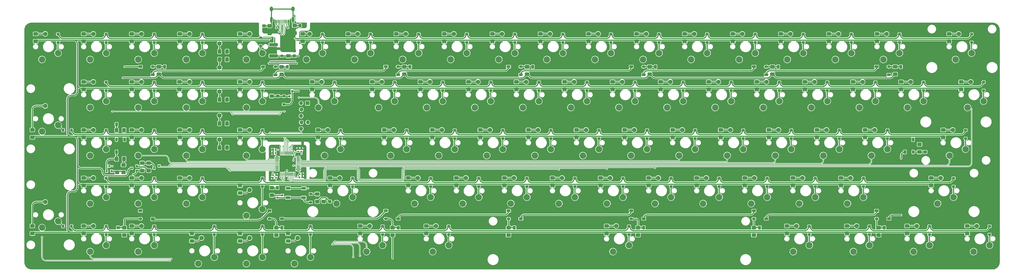
<source format=gbr>
G04 #@! TF.GenerationSoftware,KiCad,Pcbnew,(5.99.0-2660-g5096deeb3-dirty)*
G04 #@! TF.CreationDate,2020-08-13T15:03:26-04:00*
G04 #@! TF.ProjectId,Sinister,53696e69-7374-4657-922e-6b696361645f,rev?*
G04 #@! TF.SameCoordinates,Original*
G04 #@! TF.FileFunction,Copper,L2,Bot*
G04 #@! TF.FilePolarity,Positive*
%FSLAX46Y46*%
G04 Gerber Fmt 4.6, Leading zero omitted, Abs format (unit mm)*
G04 Created by KiCad (PCBNEW (5.99.0-2660-g5096deeb3-dirty)) date 2020-08-13 15:03:26*
%MOMM*%
%LPD*%
G01*
G04 APERTURE LIST*
G04 #@! TA.AperFunction,ComponentPad*
%ADD10C,2.540000*%
G04 #@! TD*
G04 #@! TA.AperFunction,ComponentPad*
%ADD11C,1.778000*%
G04 #@! TD*
G04 #@! TA.AperFunction,SMDPad,CuDef*
%ADD12R,0.250000X0.550000*%
G04 #@! TD*
G04 #@! TA.AperFunction,SMDPad,CuDef*
%ADD13R,0.300000X0.550000*%
G04 #@! TD*
G04 #@! TA.AperFunction,SMDPad,CuDef*
%ADD14R,0.800000X0.900000*%
G04 #@! TD*
G04 #@! TA.AperFunction,SMDPad,CuDef*
%ADD15R,0.300000X1.475000*%
G04 #@! TD*
G04 #@! TA.AperFunction,SMDPad,CuDef*
%ADD16R,1.800000X1.100000*%
G04 #@! TD*
G04 #@! TA.AperFunction,SMDPad,CuDef*
%ADD17R,0.900000X0.800000*%
G04 #@! TD*
G04 #@! TA.AperFunction,ComponentPad*
%ADD18O,1.524000X1.524000*%
G04 #@! TD*
G04 #@! TA.AperFunction,ComponentPad*
%ADD19R,1.524000X1.524000*%
G04 #@! TD*
G04 #@! TA.AperFunction,ComponentPad*
%ADD20O,1.100000X2.200000*%
G04 #@! TD*
G04 #@! TA.AperFunction,ComponentPad*
%ADD21O,1.300000X1.900000*%
G04 #@! TD*
G04 #@! TA.AperFunction,ViaPad*
%ADD22C,0.508000*%
G04 #@! TD*
G04 #@! TA.AperFunction,ViaPad*
%ADD23C,0.800000*%
G04 #@! TD*
G04 #@! TA.AperFunction,Conductor*
%ADD24C,0.457200*%
G04 #@! TD*
G04 #@! TA.AperFunction,Conductor*
%ADD25C,0.152400*%
G04 #@! TD*
G04 #@! TA.AperFunction,Conductor*
%ADD26C,1.016000*%
G04 #@! TD*
G04 #@! TA.AperFunction,Conductor*
%ADD27C,0.254000*%
G04 #@! TD*
G04 #@! TA.AperFunction,NonConductor*
%ADD28C,0.152400*%
G04 #@! TD*
G04 APERTURE END LIST*
D10*
X290612449Y-95567500D03*
X296962449Y-93027500D03*
G04 #@! TA.AperFunction,SMDPad,CuDef*
G36*
G01*
X409432601Y-104403800D02*
X410682599Y-104403800D01*
G75*
G02*
X410932600Y-104653801I0J-250001D01*
G01*
X410932600Y-105578799D01*
G75*
G02*
X410682599Y-105828800I-250001J0D01*
G01*
X409432601Y-105828800D01*
G75*
G02*
X409182600Y-105578799I0J250001D01*
G01*
X409182600Y-104653801D01*
G75*
G02*
X409432601Y-104403800I250001J0D01*
G01*
G37*
G04 #@! TD.AperFunction*
G04 #@! TA.AperFunction,SMDPad,CuDef*
G36*
G01*
X409432601Y-107378800D02*
X410682599Y-107378800D01*
G75*
G02*
X410932600Y-107628801I0J-250001D01*
G01*
X410932600Y-108553799D01*
G75*
G02*
X410682599Y-108803800I-250001J0D01*
G01*
X409432601Y-108803800D01*
G75*
G02*
X409182600Y-108553799I0J250001D01*
G01*
X409182600Y-107628801D01*
G75*
G02*
X409432601Y-107378800I250001J0D01*
G01*
G37*
G04 #@! TD.AperFunction*
X471587449Y-114617500D03*
X477937449Y-112077500D03*
G04 #@! TA.AperFunction,SMDPad,CuDef*
G36*
G01*
X243544949Y-73967499D02*
X243544949Y-72717501D01*
G75*
G02*
X243794950Y-72467500I250001J0D01*
G01*
X244719948Y-72467500D01*
G75*
G02*
X244969949Y-72717501I0J-250001D01*
G01*
X244969949Y-73967499D01*
G75*
G02*
X244719948Y-74217500I-250001J0D01*
G01*
X243794950Y-74217500D01*
G75*
G02*
X243544949Y-73967499I0J250001D01*
G01*
G37*
G04 #@! TD.AperFunction*
G04 #@! TA.AperFunction,SMDPad,CuDef*
G36*
G01*
X246519949Y-73967499D02*
X246519949Y-72717501D01*
G75*
G02*
X246769950Y-72467500I250001J0D01*
G01*
X247694948Y-72467500D01*
G75*
G02*
X247944949Y-72717501I0J-250001D01*
G01*
X247944949Y-73967499D01*
G75*
G02*
X247694948Y-74217500I-250001J0D01*
G01*
X246769950Y-74217500D01*
G75*
G02*
X246519949Y-73967499I0J250001D01*
G01*
G37*
G04 #@! TD.AperFunction*
G04 #@! TA.AperFunction,SMDPad,CuDef*
G36*
G01*
X243544949Y-64442499D02*
X243544949Y-63192501D01*
G75*
G02*
X243794950Y-62942500I250001J0D01*
G01*
X244719948Y-62942500D01*
G75*
G02*
X244969949Y-63192501I0J-250001D01*
G01*
X244969949Y-64442499D01*
G75*
G02*
X244719948Y-64692500I-250001J0D01*
G01*
X243794950Y-64692500D01*
G75*
G02*
X243544949Y-64442499I0J250001D01*
G01*
G37*
G04 #@! TD.AperFunction*
G04 #@! TA.AperFunction,SMDPad,CuDef*
G36*
G01*
X246519949Y-64442499D02*
X246519949Y-63192501D01*
G75*
G02*
X246769950Y-62942500I250001J0D01*
G01*
X247694948Y-62942500D01*
G75*
G02*
X247944949Y-63192501I0J-250001D01*
G01*
X247944949Y-64442499D01*
G75*
G02*
X247694948Y-64692500I-250001J0D01*
G01*
X246769950Y-64692500D01*
G75*
G02*
X246519949Y-64442499I0J250001D01*
G01*
G37*
G04 #@! TD.AperFunction*
G04 #@! TA.AperFunction,SMDPad,CuDef*
G36*
G01*
X243544949Y-54917499D02*
X243544949Y-53667501D01*
G75*
G02*
X243794950Y-53417500I250001J0D01*
G01*
X244719948Y-53417500D01*
G75*
G02*
X244969949Y-53667501I0J-250001D01*
G01*
X244969949Y-54917499D01*
G75*
G02*
X244719948Y-55167500I-250001J0D01*
G01*
X243794950Y-55167500D01*
G75*
G02*
X243544949Y-54917499I0J250001D01*
G01*
G37*
G04 #@! TD.AperFunction*
G04 #@! TA.AperFunction,SMDPad,CuDef*
G36*
G01*
X246519949Y-54917499D02*
X246519949Y-53667501D01*
G75*
G02*
X246769950Y-53417500I250001J0D01*
G01*
X247694948Y-53417500D01*
G75*
G02*
X247944949Y-53667501I0J-250001D01*
G01*
X247944949Y-54917499D01*
G75*
G02*
X247694948Y-55167500I-250001J0D01*
G01*
X246769950Y-55167500D01*
G75*
G02*
X246519949Y-54917499I0J250001D01*
G01*
G37*
G04 #@! TD.AperFunction*
G04 #@! TA.AperFunction,SMDPad,CuDef*
G36*
G01*
X243544949Y-39042499D02*
X243544949Y-37792501D01*
G75*
G02*
X243794950Y-37542500I250001J0D01*
G01*
X244719948Y-37542500D01*
G75*
G02*
X244969949Y-37792501I0J-250001D01*
G01*
X244969949Y-39042499D01*
G75*
G02*
X244719948Y-39292500I-250001J0D01*
G01*
X243794950Y-39292500D01*
G75*
G02*
X243544949Y-39042499I0J250001D01*
G01*
G37*
G04 #@! TD.AperFunction*
G04 #@! TA.AperFunction,SMDPad,CuDef*
G36*
G01*
X246519949Y-39042499D02*
X246519949Y-37792501D01*
G75*
G02*
X246769950Y-37542500I250001J0D01*
G01*
X247694948Y-37542500D01*
G75*
G02*
X247944949Y-37792501I0J-250001D01*
G01*
X247944949Y-39042499D01*
G75*
G02*
X247694948Y-39292500I-250001J0D01*
G01*
X246769950Y-39292500D01*
G75*
G02*
X246519949Y-39042499I0J250001D01*
G01*
G37*
G04 #@! TD.AperFunction*
G04 #@! TA.AperFunction,SMDPad,CuDef*
G36*
G01*
X243544949Y-35867499D02*
X243544949Y-34617501D01*
G75*
G02*
X243794950Y-34367500I250001J0D01*
G01*
X244719948Y-34367500D01*
G75*
G02*
X244969949Y-34617501I0J-250001D01*
G01*
X244969949Y-35867499D01*
G75*
G02*
X244719948Y-36117500I-250001J0D01*
G01*
X243794950Y-36117500D01*
G75*
G02*
X243544949Y-35867499I0J250001D01*
G01*
G37*
G04 #@! TD.AperFunction*
G04 #@! TA.AperFunction,SMDPad,CuDef*
G36*
G01*
X246519949Y-35867499D02*
X246519949Y-34617501D01*
G75*
G02*
X246769950Y-34367500I250001J0D01*
G01*
X247694948Y-34367500D01*
G75*
G02*
X247944949Y-34617501I0J-250001D01*
G01*
X247944949Y-35867499D01*
G75*
G02*
X247694948Y-36117500I-250001J0D01*
G01*
X246769950Y-36117500D01*
G75*
G02*
X246519949Y-35867499I0J250001D01*
G01*
G37*
G04 #@! TD.AperFunction*
D11*
X244257449Y-70167500D03*
G04 #@! TA.AperFunction,ComponentPad*
G36*
G01*
X245908449Y-70878700D02*
X245908449Y-69456300D01*
G75*
G02*
X246086249Y-69278500I177800J0D01*
G01*
X247508649Y-69278500D01*
G75*
G02*
X247686449Y-69456300I0J-177800D01*
G01*
X247686449Y-70878700D01*
G75*
G02*
X247508649Y-71056500I-177800J0D01*
G01*
X246086249Y-71056500D01*
G75*
G02*
X245908449Y-70878700I0J177800D01*
G01*
G37*
G04 #@! TD.AperFunction*
X244257449Y-60642500D03*
G04 #@! TA.AperFunction,ComponentPad*
G36*
G01*
X245908449Y-61353700D02*
X245908449Y-59931300D01*
G75*
G02*
X246086249Y-59753500I177800J0D01*
G01*
X247508649Y-59753500D01*
G75*
G02*
X247686449Y-59931300I0J-177800D01*
G01*
X247686449Y-61353700D01*
G75*
G02*
X247508649Y-61531500I-177800J0D01*
G01*
X246086249Y-61531500D01*
G75*
G02*
X245908449Y-61353700I0J177800D01*
G01*
G37*
G04 #@! TD.AperFunction*
X244257449Y-51117500D03*
G04 #@! TA.AperFunction,ComponentPad*
G36*
G01*
X245908449Y-51828700D02*
X245908449Y-50406300D01*
G75*
G02*
X246086249Y-50228500I177800J0D01*
G01*
X247508649Y-50228500D01*
G75*
G02*
X247686449Y-50406300I0J-177800D01*
G01*
X247686449Y-51828700D01*
G75*
G02*
X247508649Y-52006500I-177800J0D01*
G01*
X246086249Y-52006500D01*
G75*
G02*
X245908449Y-51828700I0J177800D01*
G01*
G37*
G04 #@! TD.AperFunction*
X244257449Y-41592500D03*
G04 #@! TA.AperFunction,ComponentPad*
G36*
G01*
X245908449Y-42303700D02*
X245908449Y-40881300D01*
G75*
G02*
X246086249Y-40703500I177800J0D01*
G01*
X247508649Y-40703500D01*
G75*
G02*
X247686449Y-40881300I0J-177800D01*
G01*
X247686449Y-42303700D01*
G75*
G02*
X247508649Y-42481500I-177800J0D01*
G01*
X246086249Y-42481500D01*
G75*
G02*
X245908449Y-42303700I0J177800D01*
G01*
G37*
G04 #@! TD.AperFunction*
X244257449Y-32067500D03*
G04 #@! TA.AperFunction,ComponentPad*
G36*
G01*
X245908449Y-32778700D02*
X245908449Y-31356300D01*
G75*
G02*
X246086249Y-31178500I177800J0D01*
G01*
X247508649Y-31178500D01*
G75*
G02*
X247686449Y-31356300I0J-177800D01*
G01*
X247686449Y-32778700D01*
G75*
G02*
X247508649Y-32956500I-177800J0D01*
G01*
X246086249Y-32956500D01*
G75*
G02*
X245908449Y-32778700I0J177800D01*
G01*
G37*
G04 #@! TD.AperFunction*
D10*
X400149949Y-114617500D03*
X406499949Y-112077500D03*
X346968699Y-93027500D03*
X340618699Y-95567500D03*
X285849949Y-76517500D03*
X292199949Y-73977500D03*
G04 #@! TA.AperFunction,SMDPad,CuDef*
G36*
G01*
X274657598Y-28643000D02*
X273407600Y-28643000D01*
G75*
G02*
X273157599Y-28392999I0J250001D01*
G01*
X273157599Y-27468001D01*
G75*
G02*
X273407600Y-27218000I250001J0D01*
G01*
X274657598Y-27218000D01*
G75*
G02*
X274907599Y-27468001I0J-250001D01*
G01*
X274907599Y-28392999D01*
G75*
G02*
X274657598Y-28643000I-250001J0D01*
G01*
G37*
G04 #@! TD.AperFunction*
G04 #@! TA.AperFunction,SMDPad,CuDef*
G36*
G01*
X274657598Y-25668000D02*
X273407600Y-25668000D01*
G75*
G02*
X273157599Y-25417999I0J250001D01*
G01*
X273157599Y-24493001D01*
G75*
G02*
X273407600Y-24243000I250001J0D01*
G01*
X274657598Y-24243000D01*
G75*
G02*
X274907599Y-24493001I0J-250001D01*
G01*
X274907599Y-25417999D01*
G75*
G02*
X274657598Y-25668000I-250001J0D01*
G01*
G37*
G04 #@! TD.AperFunction*
G04 #@! TA.AperFunction,SMDPad,CuDef*
G36*
G01*
X264751598Y-28770000D02*
X263501600Y-28770000D01*
G75*
G02*
X263251599Y-28519999I0J250001D01*
G01*
X263251599Y-27595001D01*
G75*
G02*
X263501600Y-27345000I250001J0D01*
G01*
X264751598Y-27345000D01*
G75*
G02*
X265001599Y-27595001I0J-250001D01*
G01*
X265001599Y-28519999D01*
G75*
G02*
X264751598Y-28770000I-250001J0D01*
G01*
G37*
G04 #@! TD.AperFunction*
G04 #@! TA.AperFunction,SMDPad,CuDef*
G36*
G01*
X264751598Y-25795000D02*
X263501600Y-25795000D01*
G75*
G02*
X263251599Y-25544999I0J250001D01*
G01*
X263251599Y-24620001D01*
G75*
G02*
X263501600Y-24370000I250001J0D01*
G01*
X264751598Y-24370000D01*
G75*
G02*
X265001599Y-24620001I0J-250001D01*
G01*
X265001599Y-25544999D01*
G75*
G02*
X264751598Y-25795000I-250001J0D01*
G01*
G37*
G04 #@! TD.AperFunction*
G04 #@! TA.AperFunction,SMDPad,CuDef*
G36*
G01*
X267954600Y-26070699D02*
X267954600Y-25770699D01*
G75*
G02*
X268079600Y-25645699I125000J0D01*
G01*
X268079600Y-25645699D01*
G75*
G02*
X268204600Y-25770699I0J-125000D01*
G01*
X268204600Y-26070699D01*
G75*
G02*
X268079600Y-26195699I-125000J0D01*
G01*
X268079600Y-26195699D01*
G75*
G02*
X267954600Y-26070699I0J125000D01*
G01*
G37*
G04 #@! TD.AperFunction*
D12*
X268579600Y-25920699D03*
D13*
X269079600Y-25920699D03*
D12*
X269579600Y-25920699D03*
X270079600Y-25920699D03*
X268579600Y-26690699D03*
X270079600Y-26690699D03*
X269579600Y-26690699D03*
X268079600Y-26690699D03*
D13*
X269079600Y-26690699D03*
D11*
X175201199Y-94932500D03*
G04 #@! TA.AperFunction,ComponentPad*
G36*
G01*
X176852199Y-95643700D02*
X176852199Y-94221300D01*
G75*
G02*
X177029999Y-94043500I177800J0D01*
G01*
X178452399Y-94043500D01*
G75*
G02*
X178630199Y-94221300I0J-177800D01*
G01*
X178630199Y-95643700D01*
G75*
G02*
X178452399Y-95821500I-177800J0D01*
G01*
X177029999Y-95821500D01*
G75*
G02*
X176852199Y-95643700I0J177800D01*
G01*
G37*
G04 #@! TD.AperFunction*
X175201199Y-56832500D03*
G04 #@! TA.AperFunction,ComponentPad*
G36*
G01*
X176852199Y-57543700D02*
X176852199Y-56121300D01*
G75*
G02*
X177029999Y-55943500I177800J0D01*
G01*
X178452399Y-55943500D01*
G75*
G02*
X178630199Y-56121300I0J-177800D01*
G01*
X178630199Y-57543700D01*
G75*
G02*
X178452399Y-57721500I-177800J0D01*
G01*
X177029999Y-57721500D01*
G75*
G02*
X176852199Y-57543700I0J177800D01*
G01*
G37*
G04 #@! TD.AperFunction*
D10*
X173931199Y-105092500D03*
X180281199Y-102552500D03*
X180281199Y-35877500D03*
X173931199Y-38417500D03*
X173931199Y-66992500D03*
X180281199Y-64452500D03*
X535881199Y-38417500D03*
X542231199Y-35877500D03*
D14*
X272985194Y-50994998D03*
X272035194Y-52994998D03*
X273935194Y-52994998D03*
G04 #@! TA.AperFunction,SMDPad,CuDef*
G36*
G01*
X275998794Y-82613198D02*
X274823794Y-82613198D01*
G75*
G02*
X274673794Y-82463198I0J150000D01*
G01*
X274673794Y-82463198D01*
G75*
G02*
X274823794Y-82313198I150000J0D01*
G01*
X275998794Y-82313198D01*
G75*
G02*
X276148794Y-82463198I0J-150000D01*
G01*
X276148794Y-82463198D01*
G75*
G02*
X275998794Y-82613198I-150000J0D01*
G01*
G37*
G04 #@! TD.AperFunction*
G04 #@! TA.AperFunction,SMDPad,CuDef*
G36*
G01*
X275998794Y-82113198D02*
X274823794Y-82113198D01*
G75*
G02*
X274673794Y-81963198I0J150000D01*
G01*
X274673794Y-81963198D01*
G75*
G02*
X274823794Y-81813198I150000J0D01*
G01*
X275998794Y-81813198D01*
G75*
G02*
X276148794Y-81963198I0J-150000D01*
G01*
X276148794Y-81963198D01*
G75*
G02*
X275998794Y-82113198I-150000J0D01*
G01*
G37*
G04 #@! TD.AperFunction*
G04 #@! TA.AperFunction,SMDPad,CuDef*
G36*
G01*
X275998794Y-81613198D02*
X274823794Y-81613198D01*
G75*
G02*
X274673794Y-81463198I0J150000D01*
G01*
X274673794Y-81463198D01*
G75*
G02*
X274823794Y-81313198I150000J0D01*
G01*
X275998794Y-81313198D01*
G75*
G02*
X276148794Y-81463198I0J-150000D01*
G01*
X276148794Y-81463198D01*
G75*
G02*
X275998794Y-81613198I-150000J0D01*
G01*
G37*
G04 #@! TD.AperFunction*
G04 #@! TA.AperFunction,SMDPad,CuDef*
G36*
G01*
X275998794Y-81113198D02*
X274823794Y-81113198D01*
G75*
G02*
X274673794Y-80963198I0J150000D01*
G01*
X274673794Y-80963198D01*
G75*
G02*
X274823794Y-80813198I150000J0D01*
G01*
X275998794Y-80813198D01*
G75*
G02*
X276148794Y-80963198I0J-150000D01*
G01*
X276148794Y-80963198D01*
G75*
G02*
X275998794Y-81113198I-150000J0D01*
G01*
G37*
G04 #@! TD.AperFunction*
G04 #@! TA.AperFunction,SMDPad,CuDef*
G36*
G01*
X275998794Y-80613198D02*
X274823794Y-80613198D01*
G75*
G02*
X274673794Y-80463198I0J150000D01*
G01*
X274673794Y-80463198D01*
G75*
G02*
X274823794Y-80313198I150000J0D01*
G01*
X275998794Y-80313198D01*
G75*
G02*
X276148794Y-80463198I0J-150000D01*
G01*
X276148794Y-80463198D01*
G75*
G02*
X275998794Y-80613198I-150000J0D01*
G01*
G37*
G04 #@! TD.AperFunction*
G04 #@! TA.AperFunction,SMDPad,CuDef*
G36*
G01*
X275998794Y-80113198D02*
X274823794Y-80113198D01*
G75*
G02*
X274673794Y-79963198I0J150000D01*
G01*
X274673794Y-79963198D01*
G75*
G02*
X274823794Y-79813198I150000J0D01*
G01*
X275998794Y-79813198D01*
G75*
G02*
X276148794Y-79963198I0J-150000D01*
G01*
X276148794Y-79963198D01*
G75*
G02*
X275998794Y-80113198I-150000J0D01*
G01*
G37*
G04 #@! TD.AperFunction*
G04 #@! TA.AperFunction,SMDPad,CuDef*
G36*
G01*
X275998794Y-79613198D02*
X274823794Y-79613198D01*
G75*
G02*
X274673794Y-79463198I0J150000D01*
G01*
X274673794Y-79463198D01*
G75*
G02*
X274823794Y-79313198I150000J0D01*
G01*
X275998794Y-79313198D01*
G75*
G02*
X276148794Y-79463198I0J-150000D01*
G01*
X276148794Y-79463198D01*
G75*
G02*
X275998794Y-79613198I-150000J0D01*
G01*
G37*
G04 #@! TD.AperFunction*
G04 #@! TA.AperFunction,SMDPad,CuDef*
G36*
G01*
X275998794Y-79113198D02*
X274823794Y-79113198D01*
G75*
G02*
X274673794Y-78963198I0J150000D01*
G01*
X274673794Y-78963198D01*
G75*
G02*
X274823794Y-78813198I150000J0D01*
G01*
X275998794Y-78813198D01*
G75*
G02*
X276148794Y-78963198I0J-150000D01*
G01*
X276148794Y-78963198D01*
G75*
G02*
X275998794Y-79113198I-150000J0D01*
G01*
G37*
G04 #@! TD.AperFunction*
G04 #@! TA.AperFunction,SMDPad,CuDef*
G36*
G01*
X275998794Y-78613198D02*
X274823794Y-78613198D01*
G75*
G02*
X274673794Y-78463198I0J150000D01*
G01*
X274673794Y-78463198D01*
G75*
G02*
X274823794Y-78313198I150000J0D01*
G01*
X275998794Y-78313198D01*
G75*
G02*
X276148794Y-78463198I0J-150000D01*
G01*
X276148794Y-78463198D01*
G75*
G02*
X275998794Y-78613198I-150000J0D01*
G01*
G37*
G04 #@! TD.AperFunction*
G04 #@! TA.AperFunction,SMDPad,CuDef*
G36*
G01*
X275998794Y-78113198D02*
X274823794Y-78113198D01*
G75*
G02*
X274673794Y-77963198I0J150000D01*
G01*
X274673794Y-77963198D01*
G75*
G02*
X274823794Y-77813198I150000J0D01*
G01*
X275998794Y-77813198D01*
G75*
G02*
X276148794Y-77963198I0J-150000D01*
G01*
X276148794Y-77963198D01*
G75*
G02*
X275998794Y-78113198I-150000J0D01*
G01*
G37*
G04 #@! TD.AperFunction*
G04 #@! TA.AperFunction,SMDPad,CuDef*
G36*
G01*
X275998794Y-77613198D02*
X274823794Y-77613198D01*
G75*
G02*
X274673794Y-77463198I0J150000D01*
G01*
X274673794Y-77463198D01*
G75*
G02*
X274823794Y-77313198I150000J0D01*
G01*
X275998794Y-77313198D01*
G75*
G02*
X276148794Y-77463198I0J-150000D01*
G01*
X276148794Y-77463198D01*
G75*
G02*
X275998794Y-77613198I-150000J0D01*
G01*
G37*
G04 #@! TD.AperFunction*
G04 #@! TA.AperFunction,SMDPad,CuDef*
G36*
G01*
X275998794Y-77113198D02*
X274823794Y-77113198D01*
G75*
G02*
X274673794Y-76963198I0J150000D01*
G01*
X274673794Y-76963198D01*
G75*
G02*
X274823794Y-76813198I150000J0D01*
G01*
X275998794Y-76813198D01*
G75*
G02*
X276148794Y-76963198I0J-150000D01*
G01*
X276148794Y-76963198D01*
G75*
G02*
X275998794Y-77113198I-150000J0D01*
G01*
G37*
G04 #@! TD.AperFunction*
G04 #@! TA.AperFunction,SMDPad,CuDef*
G36*
G01*
X273998794Y-76288198D02*
X273998794Y-76288198D01*
G75*
G02*
X273848794Y-76138198I0J150000D01*
G01*
X273848794Y-74963198D01*
G75*
G02*
X273998794Y-74813198I150000J0D01*
G01*
X273998794Y-74813198D01*
G75*
G02*
X274148794Y-74963198I0J-150000D01*
G01*
X274148794Y-76138198D01*
G75*
G02*
X273998794Y-76288198I-150000J0D01*
G01*
G37*
G04 #@! TD.AperFunction*
G04 #@! TA.AperFunction,SMDPad,CuDef*
G36*
G01*
X273498794Y-76288198D02*
X273498794Y-76288198D01*
G75*
G02*
X273348794Y-76138198I0J150000D01*
G01*
X273348794Y-74963198D01*
G75*
G02*
X273498794Y-74813198I150000J0D01*
G01*
X273498794Y-74813198D01*
G75*
G02*
X273648794Y-74963198I0J-150000D01*
G01*
X273648794Y-76138198D01*
G75*
G02*
X273498794Y-76288198I-150000J0D01*
G01*
G37*
G04 #@! TD.AperFunction*
G04 #@! TA.AperFunction,SMDPad,CuDef*
G36*
G01*
X272998794Y-76288198D02*
X272998794Y-76288198D01*
G75*
G02*
X272848794Y-76138198I0J150000D01*
G01*
X272848794Y-74963198D01*
G75*
G02*
X272998794Y-74813198I150000J0D01*
G01*
X272998794Y-74813198D01*
G75*
G02*
X273148794Y-74963198I0J-150000D01*
G01*
X273148794Y-76138198D01*
G75*
G02*
X272998794Y-76288198I-150000J0D01*
G01*
G37*
G04 #@! TD.AperFunction*
G04 #@! TA.AperFunction,SMDPad,CuDef*
G36*
G01*
X272498794Y-76288198D02*
X272498794Y-76288198D01*
G75*
G02*
X272348794Y-76138198I0J150000D01*
G01*
X272348794Y-74963198D01*
G75*
G02*
X272498794Y-74813198I150000J0D01*
G01*
X272498794Y-74813198D01*
G75*
G02*
X272648794Y-74963198I0J-150000D01*
G01*
X272648794Y-76138198D01*
G75*
G02*
X272498794Y-76288198I-150000J0D01*
G01*
G37*
G04 #@! TD.AperFunction*
G04 #@! TA.AperFunction,SMDPad,CuDef*
G36*
G01*
X271998794Y-76288198D02*
X271998794Y-76288198D01*
G75*
G02*
X271848794Y-76138198I0J150000D01*
G01*
X271848794Y-74963198D01*
G75*
G02*
X271998794Y-74813198I150000J0D01*
G01*
X271998794Y-74813198D01*
G75*
G02*
X272148794Y-74963198I0J-150000D01*
G01*
X272148794Y-76138198D01*
G75*
G02*
X271998794Y-76288198I-150000J0D01*
G01*
G37*
G04 #@! TD.AperFunction*
G04 #@! TA.AperFunction,SMDPad,CuDef*
G36*
G01*
X271498794Y-76288198D02*
X271498794Y-76288198D01*
G75*
G02*
X271348794Y-76138198I0J150000D01*
G01*
X271348794Y-74963198D01*
G75*
G02*
X271498794Y-74813198I150000J0D01*
G01*
X271498794Y-74813198D01*
G75*
G02*
X271648794Y-74963198I0J-150000D01*
G01*
X271648794Y-76138198D01*
G75*
G02*
X271498794Y-76288198I-150000J0D01*
G01*
G37*
G04 #@! TD.AperFunction*
G04 #@! TA.AperFunction,SMDPad,CuDef*
G36*
G01*
X270998794Y-76288198D02*
X270998794Y-76288198D01*
G75*
G02*
X270848794Y-76138198I0J150000D01*
G01*
X270848794Y-74963198D01*
G75*
G02*
X270998794Y-74813198I150000J0D01*
G01*
X270998794Y-74813198D01*
G75*
G02*
X271148794Y-74963198I0J-150000D01*
G01*
X271148794Y-76138198D01*
G75*
G02*
X270998794Y-76288198I-150000J0D01*
G01*
G37*
G04 #@! TD.AperFunction*
G04 #@! TA.AperFunction,SMDPad,CuDef*
G36*
G01*
X270498794Y-76288198D02*
X270498794Y-76288198D01*
G75*
G02*
X270348794Y-76138198I0J150000D01*
G01*
X270348794Y-74963198D01*
G75*
G02*
X270498794Y-74813198I150000J0D01*
G01*
X270498794Y-74813198D01*
G75*
G02*
X270648794Y-74963198I0J-150000D01*
G01*
X270648794Y-76138198D01*
G75*
G02*
X270498794Y-76288198I-150000J0D01*
G01*
G37*
G04 #@! TD.AperFunction*
G04 #@! TA.AperFunction,SMDPad,CuDef*
G36*
G01*
X269998794Y-76288198D02*
X269998794Y-76288198D01*
G75*
G02*
X269848794Y-76138198I0J150000D01*
G01*
X269848794Y-74963198D01*
G75*
G02*
X269998794Y-74813198I150000J0D01*
G01*
X269998794Y-74813198D01*
G75*
G02*
X270148794Y-74963198I0J-150000D01*
G01*
X270148794Y-76138198D01*
G75*
G02*
X269998794Y-76288198I-150000J0D01*
G01*
G37*
G04 #@! TD.AperFunction*
G04 #@! TA.AperFunction,SMDPad,CuDef*
G36*
G01*
X269498794Y-76288198D02*
X269498794Y-76288198D01*
G75*
G02*
X269348794Y-76138198I0J150000D01*
G01*
X269348794Y-74963198D01*
G75*
G02*
X269498794Y-74813198I150000J0D01*
G01*
X269498794Y-74813198D01*
G75*
G02*
X269648794Y-74963198I0J-150000D01*
G01*
X269648794Y-76138198D01*
G75*
G02*
X269498794Y-76288198I-150000J0D01*
G01*
G37*
G04 #@! TD.AperFunction*
G04 #@! TA.AperFunction,SMDPad,CuDef*
G36*
G01*
X268998794Y-76288198D02*
X268998794Y-76288198D01*
G75*
G02*
X268848794Y-76138198I0J150000D01*
G01*
X268848794Y-74963198D01*
G75*
G02*
X268998794Y-74813198I150000J0D01*
G01*
X268998794Y-74813198D01*
G75*
G02*
X269148794Y-74963198I0J-150000D01*
G01*
X269148794Y-76138198D01*
G75*
G02*
X268998794Y-76288198I-150000J0D01*
G01*
G37*
G04 #@! TD.AperFunction*
G04 #@! TA.AperFunction,SMDPad,CuDef*
G36*
G01*
X268498794Y-76288198D02*
X268498794Y-76288198D01*
G75*
G02*
X268348794Y-76138198I0J150000D01*
G01*
X268348794Y-74963198D01*
G75*
G02*
X268498794Y-74813198I150000J0D01*
G01*
X268498794Y-74813198D01*
G75*
G02*
X268648794Y-74963198I0J-150000D01*
G01*
X268648794Y-76138198D01*
G75*
G02*
X268498794Y-76288198I-150000J0D01*
G01*
G37*
G04 #@! TD.AperFunction*
G04 #@! TA.AperFunction,SMDPad,CuDef*
G36*
G01*
X267673794Y-77113198D02*
X266498794Y-77113198D01*
G75*
G02*
X266348794Y-76963198I0J150000D01*
G01*
X266348794Y-76963198D01*
G75*
G02*
X266498794Y-76813198I150000J0D01*
G01*
X267673794Y-76813198D01*
G75*
G02*
X267823794Y-76963198I0J-150000D01*
G01*
X267823794Y-76963198D01*
G75*
G02*
X267673794Y-77113198I-150000J0D01*
G01*
G37*
G04 #@! TD.AperFunction*
G04 #@! TA.AperFunction,SMDPad,CuDef*
G36*
G01*
X267673794Y-77613198D02*
X266498794Y-77613198D01*
G75*
G02*
X266348794Y-77463198I0J150000D01*
G01*
X266348794Y-77463198D01*
G75*
G02*
X266498794Y-77313198I150000J0D01*
G01*
X267673794Y-77313198D01*
G75*
G02*
X267823794Y-77463198I0J-150000D01*
G01*
X267823794Y-77463198D01*
G75*
G02*
X267673794Y-77613198I-150000J0D01*
G01*
G37*
G04 #@! TD.AperFunction*
G04 #@! TA.AperFunction,SMDPad,CuDef*
G36*
G01*
X267673794Y-78113198D02*
X266498794Y-78113198D01*
G75*
G02*
X266348794Y-77963198I0J150000D01*
G01*
X266348794Y-77963198D01*
G75*
G02*
X266498794Y-77813198I150000J0D01*
G01*
X267673794Y-77813198D01*
G75*
G02*
X267823794Y-77963198I0J-150000D01*
G01*
X267823794Y-77963198D01*
G75*
G02*
X267673794Y-78113198I-150000J0D01*
G01*
G37*
G04 #@! TD.AperFunction*
G04 #@! TA.AperFunction,SMDPad,CuDef*
G36*
G01*
X267673794Y-78613198D02*
X266498794Y-78613198D01*
G75*
G02*
X266348794Y-78463198I0J150000D01*
G01*
X266348794Y-78463198D01*
G75*
G02*
X266498794Y-78313198I150000J0D01*
G01*
X267673794Y-78313198D01*
G75*
G02*
X267823794Y-78463198I0J-150000D01*
G01*
X267823794Y-78463198D01*
G75*
G02*
X267673794Y-78613198I-150000J0D01*
G01*
G37*
G04 #@! TD.AperFunction*
G04 #@! TA.AperFunction,SMDPad,CuDef*
G36*
G01*
X267673794Y-79113198D02*
X266498794Y-79113198D01*
G75*
G02*
X266348794Y-78963198I0J150000D01*
G01*
X266348794Y-78963198D01*
G75*
G02*
X266498794Y-78813198I150000J0D01*
G01*
X267673794Y-78813198D01*
G75*
G02*
X267823794Y-78963198I0J-150000D01*
G01*
X267823794Y-78963198D01*
G75*
G02*
X267673794Y-79113198I-150000J0D01*
G01*
G37*
G04 #@! TD.AperFunction*
G04 #@! TA.AperFunction,SMDPad,CuDef*
G36*
G01*
X267673794Y-79613198D02*
X266498794Y-79613198D01*
G75*
G02*
X266348794Y-79463198I0J150000D01*
G01*
X266348794Y-79463198D01*
G75*
G02*
X266498794Y-79313198I150000J0D01*
G01*
X267673794Y-79313198D01*
G75*
G02*
X267823794Y-79463198I0J-150000D01*
G01*
X267823794Y-79463198D01*
G75*
G02*
X267673794Y-79613198I-150000J0D01*
G01*
G37*
G04 #@! TD.AperFunction*
G04 #@! TA.AperFunction,SMDPad,CuDef*
G36*
G01*
X267673794Y-80113198D02*
X266498794Y-80113198D01*
G75*
G02*
X266348794Y-79963198I0J150000D01*
G01*
X266348794Y-79963198D01*
G75*
G02*
X266498794Y-79813198I150000J0D01*
G01*
X267673794Y-79813198D01*
G75*
G02*
X267823794Y-79963198I0J-150000D01*
G01*
X267823794Y-79963198D01*
G75*
G02*
X267673794Y-80113198I-150000J0D01*
G01*
G37*
G04 #@! TD.AperFunction*
G04 #@! TA.AperFunction,SMDPad,CuDef*
G36*
G01*
X267673794Y-80613198D02*
X266498794Y-80613198D01*
G75*
G02*
X266348794Y-80463198I0J150000D01*
G01*
X266348794Y-80463198D01*
G75*
G02*
X266498794Y-80313198I150000J0D01*
G01*
X267673794Y-80313198D01*
G75*
G02*
X267823794Y-80463198I0J-150000D01*
G01*
X267823794Y-80463198D01*
G75*
G02*
X267673794Y-80613198I-150000J0D01*
G01*
G37*
G04 #@! TD.AperFunction*
G04 #@! TA.AperFunction,SMDPad,CuDef*
G36*
G01*
X267673794Y-81113198D02*
X266498794Y-81113198D01*
G75*
G02*
X266348794Y-80963198I0J150000D01*
G01*
X266348794Y-80963198D01*
G75*
G02*
X266498794Y-80813198I150000J0D01*
G01*
X267673794Y-80813198D01*
G75*
G02*
X267823794Y-80963198I0J-150000D01*
G01*
X267823794Y-80963198D01*
G75*
G02*
X267673794Y-81113198I-150000J0D01*
G01*
G37*
G04 #@! TD.AperFunction*
G04 #@! TA.AperFunction,SMDPad,CuDef*
G36*
G01*
X267673794Y-81613198D02*
X266498794Y-81613198D01*
G75*
G02*
X266348794Y-81463198I0J150000D01*
G01*
X266348794Y-81463198D01*
G75*
G02*
X266498794Y-81313198I150000J0D01*
G01*
X267673794Y-81313198D01*
G75*
G02*
X267823794Y-81463198I0J-150000D01*
G01*
X267823794Y-81463198D01*
G75*
G02*
X267673794Y-81613198I-150000J0D01*
G01*
G37*
G04 #@! TD.AperFunction*
G04 #@! TA.AperFunction,SMDPad,CuDef*
G36*
G01*
X267673794Y-82113198D02*
X266498794Y-82113198D01*
G75*
G02*
X266348794Y-81963198I0J150000D01*
G01*
X266348794Y-81963198D01*
G75*
G02*
X266498794Y-81813198I150000J0D01*
G01*
X267673794Y-81813198D01*
G75*
G02*
X267823794Y-81963198I0J-150000D01*
G01*
X267823794Y-81963198D01*
G75*
G02*
X267673794Y-82113198I-150000J0D01*
G01*
G37*
G04 #@! TD.AperFunction*
G04 #@! TA.AperFunction,SMDPad,CuDef*
G36*
G01*
X267673794Y-82613198D02*
X266498794Y-82613198D01*
G75*
G02*
X266348794Y-82463198I0J150000D01*
G01*
X266348794Y-82463198D01*
G75*
G02*
X266498794Y-82313198I150000J0D01*
G01*
X267673794Y-82313198D01*
G75*
G02*
X267823794Y-82463198I0J-150000D01*
G01*
X267823794Y-82463198D01*
G75*
G02*
X267673794Y-82613198I-150000J0D01*
G01*
G37*
G04 #@! TD.AperFunction*
G04 #@! TA.AperFunction,SMDPad,CuDef*
G36*
G01*
X268498794Y-84613198D02*
X268498794Y-84613198D01*
G75*
G02*
X268348794Y-84463198I0J150000D01*
G01*
X268348794Y-83288198D01*
G75*
G02*
X268498794Y-83138198I150000J0D01*
G01*
X268498794Y-83138198D01*
G75*
G02*
X268648794Y-83288198I0J-150000D01*
G01*
X268648794Y-84463198D01*
G75*
G02*
X268498794Y-84613198I-150000J0D01*
G01*
G37*
G04 #@! TD.AperFunction*
G04 #@! TA.AperFunction,SMDPad,CuDef*
G36*
G01*
X268998794Y-84613198D02*
X268998794Y-84613198D01*
G75*
G02*
X268848794Y-84463198I0J150000D01*
G01*
X268848794Y-83288198D01*
G75*
G02*
X268998794Y-83138198I150000J0D01*
G01*
X268998794Y-83138198D01*
G75*
G02*
X269148794Y-83288198I0J-150000D01*
G01*
X269148794Y-84463198D01*
G75*
G02*
X268998794Y-84613198I-150000J0D01*
G01*
G37*
G04 #@! TD.AperFunction*
G04 #@! TA.AperFunction,SMDPad,CuDef*
G36*
G01*
X269498794Y-84613198D02*
X269498794Y-84613198D01*
G75*
G02*
X269348794Y-84463198I0J150000D01*
G01*
X269348794Y-83288198D01*
G75*
G02*
X269498794Y-83138198I150000J0D01*
G01*
X269498794Y-83138198D01*
G75*
G02*
X269648794Y-83288198I0J-150000D01*
G01*
X269648794Y-84463198D01*
G75*
G02*
X269498794Y-84613198I-150000J0D01*
G01*
G37*
G04 #@! TD.AperFunction*
G04 #@! TA.AperFunction,SMDPad,CuDef*
G36*
G01*
X269998794Y-84613198D02*
X269998794Y-84613198D01*
G75*
G02*
X269848794Y-84463198I0J150000D01*
G01*
X269848794Y-83288198D01*
G75*
G02*
X269998794Y-83138198I150000J0D01*
G01*
X269998794Y-83138198D01*
G75*
G02*
X270148794Y-83288198I0J-150000D01*
G01*
X270148794Y-84463198D01*
G75*
G02*
X269998794Y-84613198I-150000J0D01*
G01*
G37*
G04 #@! TD.AperFunction*
G04 #@! TA.AperFunction,SMDPad,CuDef*
G36*
G01*
X270498794Y-84613198D02*
X270498794Y-84613198D01*
G75*
G02*
X270348794Y-84463198I0J150000D01*
G01*
X270348794Y-83288198D01*
G75*
G02*
X270498794Y-83138198I150000J0D01*
G01*
X270498794Y-83138198D01*
G75*
G02*
X270648794Y-83288198I0J-150000D01*
G01*
X270648794Y-84463198D01*
G75*
G02*
X270498794Y-84613198I-150000J0D01*
G01*
G37*
G04 #@! TD.AperFunction*
G04 #@! TA.AperFunction,SMDPad,CuDef*
G36*
G01*
X270998794Y-84613198D02*
X270998794Y-84613198D01*
G75*
G02*
X270848794Y-84463198I0J150000D01*
G01*
X270848794Y-83288198D01*
G75*
G02*
X270998794Y-83138198I150000J0D01*
G01*
X270998794Y-83138198D01*
G75*
G02*
X271148794Y-83288198I0J-150000D01*
G01*
X271148794Y-84463198D01*
G75*
G02*
X270998794Y-84613198I-150000J0D01*
G01*
G37*
G04 #@! TD.AperFunction*
G04 #@! TA.AperFunction,SMDPad,CuDef*
G36*
G01*
X271498794Y-84613198D02*
X271498794Y-84613198D01*
G75*
G02*
X271348794Y-84463198I0J150000D01*
G01*
X271348794Y-83288198D01*
G75*
G02*
X271498794Y-83138198I150000J0D01*
G01*
X271498794Y-83138198D01*
G75*
G02*
X271648794Y-83288198I0J-150000D01*
G01*
X271648794Y-84463198D01*
G75*
G02*
X271498794Y-84613198I-150000J0D01*
G01*
G37*
G04 #@! TD.AperFunction*
G04 #@! TA.AperFunction,SMDPad,CuDef*
G36*
G01*
X271998794Y-84613198D02*
X271998794Y-84613198D01*
G75*
G02*
X271848794Y-84463198I0J150000D01*
G01*
X271848794Y-83288198D01*
G75*
G02*
X271998794Y-83138198I150000J0D01*
G01*
X271998794Y-83138198D01*
G75*
G02*
X272148794Y-83288198I0J-150000D01*
G01*
X272148794Y-84463198D01*
G75*
G02*
X271998794Y-84613198I-150000J0D01*
G01*
G37*
G04 #@! TD.AperFunction*
G04 #@! TA.AperFunction,SMDPad,CuDef*
G36*
G01*
X272498794Y-84613198D02*
X272498794Y-84613198D01*
G75*
G02*
X272348794Y-84463198I0J150000D01*
G01*
X272348794Y-83288198D01*
G75*
G02*
X272498794Y-83138198I150000J0D01*
G01*
X272498794Y-83138198D01*
G75*
G02*
X272648794Y-83288198I0J-150000D01*
G01*
X272648794Y-84463198D01*
G75*
G02*
X272498794Y-84613198I-150000J0D01*
G01*
G37*
G04 #@! TD.AperFunction*
G04 #@! TA.AperFunction,SMDPad,CuDef*
G36*
G01*
X272998794Y-84613198D02*
X272998794Y-84613198D01*
G75*
G02*
X272848794Y-84463198I0J150000D01*
G01*
X272848794Y-83288198D01*
G75*
G02*
X272998794Y-83138198I150000J0D01*
G01*
X272998794Y-83138198D01*
G75*
G02*
X273148794Y-83288198I0J-150000D01*
G01*
X273148794Y-84463198D01*
G75*
G02*
X272998794Y-84613198I-150000J0D01*
G01*
G37*
G04 #@! TD.AperFunction*
G04 #@! TA.AperFunction,SMDPad,CuDef*
G36*
G01*
X273498794Y-84613198D02*
X273498794Y-84613198D01*
G75*
G02*
X273348794Y-84463198I0J150000D01*
G01*
X273348794Y-83288198D01*
G75*
G02*
X273498794Y-83138198I150000J0D01*
G01*
X273498794Y-83138198D01*
G75*
G02*
X273648794Y-83288198I0J-150000D01*
G01*
X273648794Y-84463198D01*
G75*
G02*
X273498794Y-84613198I-150000J0D01*
G01*
G37*
G04 #@! TD.AperFunction*
D15*
X273998794Y-83875698D03*
D16*
X277633392Y-89505598D03*
X271433392Y-89505598D03*
X277633392Y-93205598D03*
X271433392Y-93205598D03*
D10*
X543024949Y-114617500D03*
X549374949Y-112077500D03*
X519212449Y-114617500D03*
X525562449Y-112077500D03*
X495399949Y-114617500D03*
X501749949Y-112077500D03*
X328712449Y-114617500D03*
X335062449Y-112077500D03*
X302518699Y-114617500D03*
X308868699Y-112077500D03*
X280293699Y-116840000D03*
X273943699Y-119380000D03*
X261243699Y-116840000D03*
X254893699Y-119380000D03*
X242193699Y-116840000D03*
X235843699Y-119380000D03*
X218381199Y-112077500D03*
X212031199Y-114617500D03*
X199331199Y-112077500D03*
X192981199Y-114617500D03*
X528737449Y-95567500D03*
X535087449Y-93027500D03*
X499368699Y-93027500D03*
X493018699Y-95567500D03*
X480318699Y-93027500D03*
X473968699Y-95567500D03*
X461268699Y-93027500D03*
X454918699Y-95567500D03*
X442218699Y-93027500D03*
X435868699Y-95567500D03*
X423168699Y-93027500D03*
X416818699Y-95567500D03*
X404118699Y-93027500D03*
X397768699Y-95567500D03*
X385068699Y-93027500D03*
X378718699Y-95567500D03*
X366018699Y-93027500D03*
X359668699Y-95567500D03*
X327918699Y-93027500D03*
X321568699Y-95567500D03*
X261243699Y-97790000D03*
X254893699Y-100330000D03*
X237431199Y-93027500D03*
X231081199Y-95567500D03*
X218381199Y-93027500D03*
X212031199Y-95567500D03*
X199331199Y-93027500D03*
X192981199Y-95567500D03*
X533499949Y-76517500D03*
X539849949Y-73977500D03*
X508893699Y-73977500D03*
X502543699Y-76517500D03*
X489843699Y-73977500D03*
X483493699Y-76517500D03*
X470793699Y-73977500D03*
X464443699Y-76517500D03*
X451743699Y-73977500D03*
X445393699Y-76517500D03*
X432693699Y-73977500D03*
X426343699Y-76517500D03*
X413643699Y-73977500D03*
X407293699Y-76517500D03*
X394593699Y-73977500D03*
X388243699Y-76517500D03*
X375543699Y-73977500D03*
X369193699Y-76517500D03*
X356493699Y-73977500D03*
X350143699Y-76517500D03*
X337443699Y-73977500D03*
X331093699Y-76517500D03*
X318393699Y-73977500D03*
X312043699Y-76517500D03*
X261243699Y-73977500D03*
X254893699Y-76517500D03*
X237431199Y-73977500D03*
X231081199Y-76517500D03*
X218381199Y-73977500D03*
X212031199Y-76517500D03*
X199331199Y-73977500D03*
X192981199Y-76517500D03*
X540643699Y-57467500D03*
X546993699Y-54927500D03*
X523181199Y-54927500D03*
X516831199Y-57467500D03*
X504131199Y-54927500D03*
X497781199Y-57467500D03*
X485081199Y-54927500D03*
X478731199Y-57467500D03*
X466031199Y-54927500D03*
X459681199Y-57467500D03*
X446981199Y-54927500D03*
X440631199Y-57467500D03*
X427931199Y-54927500D03*
X421581199Y-57467500D03*
X408881199Y-54927500D03*
X402531199Y-57467500D03*
X389831199Y-54927500D03*
X383481199Y-57467500D03*
X370781199Y-54927500D03*
X364431199Y-57467500D03*
X351731199Y-54927500D03*
X345381199Y-57467500D03*
X332681199Y-54927500D03*
X326331199Y-57467500D03*
X313631199Y-54927500D03*
X307281199Y-57467500D03*
X283468699Y-57467500D03*
X289818699Y-54927500D03*
X261243699Y-54927500D03*
X254893699Y-57467500D03*
X237431199Y-54927500D03*
X231081199Y-57467500D03*
X218381199Y-54927500D03*
X212031199Y-57467500D03*
X199331199Y-54927500D03*
X192981199Y-57467500D03*
X513656199Y-35877500D03*
X507306199Y-38417500D03*
X494606199Y-35877500D03*
X488256199Y-38417500D03*
X475556199Y-35877500D03*
X469206199Y-38417500D03*
X456506199Y-35877500D03*
X450156199Y-38417500D03*
X437456199Y-35877500D03*
X431106199Y-38417500D03*
X418406199Y-35877500D03*
X412056199Y-38417500D03*
X399356199Y-35877500D03*
X393006199Y-38417500D03*
X380306199Y-35877500D03*
X373956199Y-38417500D03*
X361256199Y-35877500D03*
X354906199Y-38417500D03*
X342206199Y-35877500D03*
X335856199Y-38417500D03*
X323156199Y-35877500D03*
X316806199Y-38417500D03*
X304106199Y-35877500D03*
X297756199Y-38417500D03*
X285056199Y-35877500D03*
X278706199Y-38417500D03*
X261243699Y-35877500D03*
X254893699Y-38417500D03*
X237431199Y-35877500D03*
X231081199Y-38417500D03*
X218381199Y-35877500D03*
X212031199Y-38417500D03*
X199331199Y-35877500D03*
X192981199Y-38417500D03*
G04 #@! TA.AperFunction,SMDPad,CuDef*
G36*
G01*
X207152399Y-108792700D02*
X205902401Y-108792700D01*
G75*
G02*
X205652400Y-108542699I0J250001D01*
G01*
X205652400Y-107617701D01*
G75*
G02*
X205902401Y-107367700I250001J0D01*
G01*
X207152399Y-107367700D01*
G75*
G02*
X207402400Y-107617701I0J-250001D01*
G01*
X207402400Y-108542699D01*
G75*
G02*
X207152399Y-108792700I-250001J0D01*
G01*
G37*
G04 #@! TD.AperFunction*
G04 #@! TA.AperFunction,SMDPad,CuDef*
G36*
G01*
X207152399Y-105817700D02*
X205902401Y-105817700D01*
G75*
G02*
X205652400Y-105567699I0J250001D01*
G01*
X205652400Y-104642701D01*
G75*
G02*
X205902401Y-104392700I250001J0D01*
G01*
X207152399Y-104392700D01*
G75*
G02*
X207402400Y-104642701I0J-250001D01*
G01*
X207402400Y-105567699D01*
G75*
G02*
X207152399Y-105817700I-250001J0D01*
G01*
G37*
G04 #@! TD.AperFunction*
G04 #@! TA.AperFunction,SMDPad,CuDef*
G36*
G01*
X267375799Y-108792700D02*
X266125801Y-108792700D01*
G75*
G02*
X265875800Y-108542699I0J250001D01*
G01*
X265875800Y-107617701D01*
G75*
G02*
X266125801Y-107367700I250001J0D01*
G01*
X267375799Y-107367700D01*
G75*
G02*
X267625800Y-107617701I0J-250001D01*
G01*
X267625800Y-108542699D01*
G75*
G02*
X267375799Y-108792700I-250001J0D01*
G01*
G37*
G04 #@! TD.AperFunction*
G04 #@! TA.AperFunction,SMDPad,CuDef*
G36*
G01*
X267375799Y-105817700D02*
X266125801Y-105817700D01*
G75*
G02*
X265875800Y-105567699I0J250001D01*
G01*
X265875800Y-104642701D01*
G75*
G02*
X266125801Y-104392700I250001J0D01*
G01*
X267375799Y-104392700D01*
G75*
G02*
X267625800Y-104642701I0J-250001D01*
G01*
X267625800Y-105567699D01*
G75*
G02*
X267375799Y-105817700I-250001J0D01*
G01*
G37*
G04 #@! TD.AperFunction*
G04 #@! TA.AperFunction,SMDPad,CuDef*
G36*
G01*
X313451399Y-108792700D02*
X312201401Y-108792700D01*
G75*
G02*
X311951400Y-108542699I0J250001D01*
G01*
X311951400Y-107617701D01*
G75*
G02*
X312201401Y-107367700I250001J0D01*
G01*
X313451399Y-107367700D01*
G75*
G02*
X313701400Y-107617701I0J-250001D01*
G01*
X313701400Y-108542699D01*
G75*
G02*
X313451399Y-108792700I-250001J0D01*
G01*
G37*
G04 #@! TD.AperFunction*
G04 #@! TA.AperFunction,SMDPad,CuDef*
G36*
G01*
X313451399Y-105817700D02*
X312201401Y-105817700D01*
G75*
G02*
X311951400Y-105567699I0J250001D01*
G01*
X311951400Y-104642701D01*
G75*
G02*
X312201401Y-104392700I250001J0D01*
G01*
X313451399Y-104392700D01*
G75*
G02*
X313701400Y-104642701I0J-250001D01*
G01*
X313701400Y-105567699D01*
G75*
G02*
X313451399Y-105817700I-250001J0D01*
G01*
G37*
G04 #@! TD.AperFunction*
G04 #@! TA.AperFunction,SMDPad,CuDef*
G36*
G01*
X359399999Y-108792700D02*
X358150001Y-108792700D01*
G75*
G02*
X357900000Y-108542699I0J250001D01*
G01*
X357900000Y-107617701D01*
G75*
G02*
X358150001Y-107367700I250001J0D01*
G01*
X359399999Y-107367700D01*
G75*
G02*
X359650000Y-107617701I0J-250001D01*
G01*
X359650000Y-108542699D01*
G75*
G02*
X359399999Y-108792700I-250001J0D01*
G01*
G37*
G04 #@! TD.AperFunction*
G04 #@! TA.AperFunction,SMDPad,CuDef*
G36*
G01*
X359399999Y-105817700D02*
X358150001Y-105817700D01*
G75*
G02*
X357900000Y-105567699I0J250001D01*
G01*
X357900000Y-104642701D01*
G75*
G02*
X358150001Y-104392700I250001J0D01*
G01*
X359399999Y-104392700D01*
G75*
G02*
X359650000Y-104642701I0J-250001D01*
G01*
X359650000Y-105567699D01*
G75*
G02*
X359399999Y-105817700I-250001J0D01*
G01*
G37*
G04 #@! TD.AperFunction*
G04 #@! TA.AperFunction,SMDPad,CuDef*
G36*
G01*
X456605799Y-108792700D02*
X455355801Y-108792700D01*
G75*
G02*
X455105800Y-108542699I0J250001D01*
G01*
X455105800Y-107617701D01*
G75*
G02*
X455355801Y-107367700I250001J0D01*
G01*
X456605799Y-107367700D01*
G75*
G02*
X456855800Y-107617701I0J-250001D01*
G01*
X456855800Y-108542699D01*
G75*
G02*
X456605799Y-108792700I-250001J0D01*
G01*
G37*
G04 #@! TD.AperFunction*
G04 #@! TA.AperFunction,SMDPad,CuDef*
G36*
G01*
X456605799Y-105817700D02*
X455355801Y-105817700D01*
G75*
G02*
X455105800Y-105567699I0J250001D01*
G01*
X455105800Y-104642701D01*
G75*
G02*
X455355801Y-104392700I250001J0D01*
G01*
X456605799Y-104392700D01*
G75*
G02*
X456855800Y-104642701I0J-250001D01*
G01*
X456855800Y-105567699D01*
G75*
G02*
X456605799Y-105817700I-250001J0D01*
G01*
G37*
G04 #@! TD.AperFunction*
G04 #@! TA.AperFunction,SMDPad,CuDef*
G36*
G01*
X506008799Y-108803800D02*
X504758801Y-108803800D01*
G75*
G02*
X504508800Y-108553799I0J250001D01*
G01*
X504508800Y-107628801D01*
G75*
G02*
X504758801Y-107378800I250001J0D01*
G01*
X506008799Y-107378800D01*
G75*
G02*
X506258800Y-107628801I0J-250001D01*
G01*
X506258800Y-108553799D01*
G75*
G02*
X506008799Y-108803800I-250001J0D01*
G01*
G37*
G04 #@! TD.AperFunction*
G04 #@! TA.AperFunction,SMDPad,CuDef*
G36*
G01*
X506008799Y-105828800D02*
X504758801Y-105828800D01*
G75*
G02*
X504508800Y-105578799I0J250001D01*
G01*
X504508800Y-104653801D01*
G75*
G02*
X504758801Y-104403800I250001J0D01*
G01*
X506008799Y-104403800D01*
G75*
G02*
X506258800Y-104653801I0J-250001D01*
G01*
X506258800Y-105578799D01*
G75*
G02*
X506008799Y-105828800I-250001J0D01*
G01*
G37*
G04 #@! TD.AperFunction*
G04 #@! TA.AperFunction,SMDPad,CuDef*
G36*
G01*
X520989401Y-71394900D02*
X522239399Y-71394900D01*
G75*
G02*
X522489400Y-71644901I0J-250001D01*
G01*
X522489400Y-72569899D01*
G75*
G02*
X522239399Y-72819900I-250001J0D01*
G01*
X520989401Y-72819900D01*
G75*
G02*
X520739400Y-72569899I0J250001D01*
G01*
X520739400Y-71644901D01*
G75*
G02*
X520989401Y-71394900I250001J0D01*
G01*
G37*
G04 #@! TD.AperFunction*
G04 #@! TA.AperFunction,SMDPad,CuDef*
G36*
G01*
X520989401Y-74369900D02*
X522239399Y-74369900D01*
G75*
G02*
X522489400Y-74619901I0J-250001D01*
G01*
X522489400Y-75544899D01*
G75*
G02*
X522239399Y-75794900I-250001J0D01*
G01*
X520989401Y-75794900D01*
G75*
G02*
X520739400Y-75544899I0J250001D01*
G01*
X520739400Y-74619901D01*
G75*
G02*
X520989401Y-74369900I250001J0D01*
G01*
G37*
G04 #@! TD.AperFunction*
G04 #@! TA.AperFunction,SMDPad,CuDef*
G36*
G01*
X204307599Y-83926100D02*
X203057601Y-83926100D01*
G75*
G02*
X202807600Y-83676099I0J250001D01*
G01*
X202807600Y-82751101D01*
G75*
G02*
X203057601Y-82501100I250001J0D01*
G01*
X204307599Y-82501100D01*
G75*
G02*
X204557600Y-82751101I0J-250001D01*
G01*
X204557600Y-83676099D01*
G75*
G02*
X204307599Y-83926100I-250001J0D01*
G01*
G37*
G04 #@! TD.AperFunction*
G04 #@! TA.AperFunction,SMDPad,CuDef*
G36*
G01*
X204307599Y-80951100D02*
X203057601Y-80951100D01*
G75*
G02*
X202807600Y-80701099I0J250001D01*
G01*
X202807600Y-79776101D01*
G75*
G02*
X203057601Y-79526100I250001J0D01*
G01*
X204307599Y-79526100D01*
G75*
G02*
X204557600Y-79776101I0J-250001D01*
G01*
X204557600Y-80701099D01*
G75*
G02*
X204307599Y-80951100I-250001J0D01*
G01*
G37*
G04 #@! TD.AperFunction*
G04 #@! TA.AperFunction,SMDPad,CuDef*
G36*
G01*
X205597601Y-79526100D02*
X206847599Y-79526100D01*
G75*
G02*
X207097600Y-79776101I0J-250001D01*
G01*
X207097600Y-80701099D01*
G75*
G02*
X206847599Y-80951100I-250001J0D01*
G01*
X205597601Y-80951100D01*
G75*
G02*
X205347600Y-80701099I0J250001D01*
G01*
X205347600Y-79776101D01*
G75*
G02*
X205597601Y-79526100I250001J0D01*
G01*
G37*
G04 #@! TD.AperFunction*
G04 #@! TA.AperFunction,SMDPad,CuDef*
G36*
G01*
X205597601Y-82501100D02*
X206847599Y-82501100D01*
G75*
G02*
X207097600Y-82751101I0J-250001D01*
G01*
X207097600Y-83676099D01*
G75*
G02*
X206847599Y-83926100I-250001J0D01*
G01*
X205597601Y-83926100D01*
G75*
G02*
X205347600Y-83676099I0J250001D01*
G01*
X205347600Y-82751101D01*
G75*
G02*
X205597601Y-82501100I250001J0D01*
G01*
G37*
G04 #@! TD.AperFunction*
G04 #@! TA.AperFunction,SMDPad,CuDef*
G36*
G01*
X207141500Y-77226001D02*
X207141500Y-78475999D01*
G75*
G02*
X206891499Y-78726000I-250001J0D01*
G01*
X205966501Y-78726000D01*
G75*
G02*
X205716500Y-78475999I0J250001D01*
G01*
X205716500Y-77226001D01*
G75*
G02*
X205966501Y-76976000I250001J0D01*
G01*
X206891499Y-76976000D01*
G75*
G02*
X207141500Y-77226001I0J-250001D01*
G01*
G37*
G04 #@! TD.AperFunction*
G04 #@! TA.AperFunction,SMDPad,CuDef*
G36*
G01*
X204166500Y-77226001D02*
X204166500Y-78475999D01*
G75*
G02*
X203916499Y-78726000I-250001J0D01*
G01*
X202991501Y-78726000D01*
G75*
G02*
X202741500Y-78475999I0J250001D01*
G01*
X202741500Y-77226001D01*
G75*
G02*
X202991501Y-76976000I250001J0D01*
G01*
X203916499Y-76976000D01*
G75*
G02*
X204166500Y-77226001I0J-250001D01*
G01*
G37*
G04 #@! TD.AperFunction*
G04 #@! TA.AperFunction,SMDPad,CuDef*
G36*
G01*
X512561999Y-44962500D02*
X511312001Y-44962500D01*
G75*
G02*
X511062000Y-44712499I0J250001D01*
G01*
X511062000Y-43787501D01*
G75*
G02*
X511312001Y-43537500I250001J0D01*
G01*
X512561999Y-43537500D01*
G75*
G02*
X512812000Y-43787501I0J-250001D01*
G01*
X512812000Y-44712499D01*
G75*
G02*
X512561999Y-44962500I-250001J0D01*
G01*
G37*
G04 #@! TD.AperFunction*
G04 #@! TA.AperFunction,SMDPad,CuDef*
G36*
G01*
X512561999Y-41987500D02*
X511312001Y-41987500D01*
G75*
G02*
X511062000Y-41737499I0J250001D01*
G01*
X511062000Y-40812501D01*
G75*
G02*
X511312001Y-40562500I250001J0D01*
G01*
X512561999Y-40562500D01*
G75*
G02*
X512812000Y-40812501I0J-250001D01*
G01*
X512812000Y-41737499D01*
G75*
G02*
X512561999Y-41987500I-250001J0D01*
G01*
G37*
G04 #@! TD.AperFunction*
G04 #@! TA.AperFunction,SMDPad,CuDef*
G36*
G01*
X463946399Y-44962500D02*
X462696401Y-44962500D01*
G75*
G02*
X462446400Y-44712499I0J250001D01*
G01*
X462446400Y-43787501D01*
G75*
G02*
X462696401Y-43537500I250001J0D01*
G01*
X463946399Y-43537500D01*
G75*
G02*
X464196400Y-43787501I0J-250001D01*
G01*
X464196400Y-44712499D01*
G75*
G02*
X463946399Y-44962500I-250001J0D01*
G01*
G37*
G04 #@! TD.AperFunction*
G04 #@! TA.AperFunction,SMDPad,CuDef*
G36*
G01*
X463946399Y-41987500D02*
X462696401Y-41987500D01*
G75*
G02*
X462446400Y-41737499I0J250001D01*
G01*
X462446400Y-40812501D01*
G75*
G02*
X462696401Y-40562500I250001J0D01*
G01*
X463946399Y-40562500D01*
G75*
G02*
X464196400Y-40812501I0J-250001D01*
G01*
X464196400Y-41737499D01*
G75*
G02*
X463946399Y-41987500I-250001J0D01*
G01*
G37*
G04 #@! TD.AperFunction*
G04 #@! TA.AperFunction,SMDPad,CuDef*
G36*
G01*
X415330799Y-44962500D02*
X414080801Y-44962500D01*
G75*
G02*
X413830800Y-44712499I0J250001D01*
G01*
X413830800Y-43787501D01*
G75*
G02*
X414080801Y-43537500I250001J0D01*
G01*
X415330799Y-43537500D01*
G75*
G02*
X415580800Y-43787501I0J-250001D01*
G01*
X415580800Y-44712499D01*
G75*
G02*
X415330799Y-44962500I-250001J0D01*
G01*
G37*
G04 #@! TD.AperFunction*
G04 #@! TA.AperFunction,SMDPad,CuDef*
G36*
G01*
X415330799Y-41987500D02*
X414080801Y-41987500D01*
G75*
G02*
X413830800Y-41737499I0J250001D01*
G01*
X413830800Y-40812501D01*
G75*
G02*
X414080801Y-40562500I250001J0D01*
G01*
X415330799Y-40562500D01*
G75*
G02*
X415580800Y-40812501I0J-250001D01*
G01*
X415580800Y-41737499D01*
G75*
G02*
X415330799Y-41987500I-250001J0D01*
G01*
G37*
G04 #@! TD.AperFunction*
G04 #@! TA.AperFunction,SMDPad,CuDef*
G36*
G01*
X366715199Y-44962500D02*
X365465201Y-44962500D01*
G75*
G02*
X365215200Y-44712499I0J250001D01*
G01*
X365215200Y-43787501D01*
G75*
G02*
X365465201Y-43537500I250001J0D01*
G01*
X366715199Y-43537500D01*
G75*
G02*
X366965200Y-43787501I0J-250001D01*
G01*
X366965200Y-44712499D01*
G75*
G02*
X366715199Y-44962500I-250001J0D01*
G01*
G37*
G04 #@! TD.AperFunction*
G04 #@! TA.AperFunction,SMDPad,CuDef*
G36*
G01*
X366715199Y-41987500D02*
X365465201Y-41987500D01*
G75*
G02*
X365215200Y-41737499I0J250001D01*
G01*
X365215200Y-40812501D01*
G75*
G02*
X365465201Y-40562500I250001J0D01*
G01*
X366715199Y-40562500D01*
G75*
G02*
X366965200Y-40812501I0J-250001D01*
G01*
X366965200Y-41737499D01*
G75*
G02*
X366715199Y-41987500I-250001J0D01*
G01*
G37*
G04 #@! TD.AperFunction*
G04 #@! TA.AperFunction,SMDPad,CuDef*
G36*
G01*
X318091598Y-44962500D02*
X316841600Y-44962500D01*
G75*
G02*
X316591599Y-44712499I0J250001D01*
G01*
X316591599Y-43787501D01*
G75*
G02*
X316841600Y-43537500I250001J0D01*
G01*
X318091598Y-43537500D01*
G75*
G02*
X318341599Y-43787501I0J-250001D01*
G01*
X318341599Y-44712499D01*
G75*
G02*
X318091598Y-44962500I-250001J0D01*
G01*
G37*
G04 #@! TD.AperFunction*
G04 #@! TA.AperFunction,SMDPad,CuDef*
G36*
G01*
X318091598Y-41987500D02*
X316841600Y-41987500D01*
G75*
G02*
X316591599Y-41737499I0J250001D01*
G01*
X316591599Y-40812501D01*
G75*
G02*
X316841600Y-40562500I250001J0D01*
G01*
X318091598Y-40562500D01*
G75*
G02*
X318341599Y-40812501I0J-250001D01*
G01*
X318341599Y-41737499D01*
G75*
G02*
X318091598Y-41987500I-250001J0D01*
G01*
G37*
G04 #@! TD.AperFunction*
G04 #@! TA.AperFunction,SMDPad,CuDef*
G36*
G01*
X269483999Y-45013300D02*
X268234001Y-45013300D01*
G75*
G02*
X267984000Y-44763299I0J250001D01*
G01*
X267984000Y-43838301D01*
G75*
G02*
X268234001Y-43588300I250001J0D01*
G01*
X269483999Y-43588300D01*
G75*
G02*
X269734000Y-43838301I0J-250001D01*
G01*
X269734000Y-44763299D01*
G75*
G02*
X269483999Y-45013300I-250001J0D01*
G01*
G37*
G04 #@! TD.AperFunction*
G04 #@! TA.AperFunction,SMDPad,CuDef*
G36*
G01*
X269483999Y-42038300D02*
X268234001Y-42038300D01*
G75*
G02*
X267984000Y-41788299I0J250001D01*
G01*
X267984000Y-40863301D01*
G75*
G02*
X268234001Y-40613300I250001J0D01*
G01*
X269483999Y-40613300D01*
G75*
G02*
X269734000Y-40863301I0J-250001D01*
G01*
X269734000Y-41788299D01*
G75*
G02*
X269483999Y-42038300I-250001J0D01*
G01*
G37*
G04 #@! TD.AperFunction*
G04 #@! TA.AperFunction,SMDPad,CuDef*
G36*
G01*
X220868399Y-44962500D02*
X219618401Y-44962500D01*
G75*
G02*
X219368400Y-44712499I0J250001D01*
G01*
X219368400Y-43787501D01*
G75*
G02*
X219618401Y-43537500I250001J0D01*
G01*
X220868399Y-43537500D01*
G75*
G02*
X221118400Y-43787501I0J-250001D01*
G01*
X221118400Y-44712499D01*
G75*
G02*
X220868399Y-44962500I-250001J0D01*
G01*
G37*
G04 #@! TD.AperFunction*
G04 #@! TA.AperFunction,SMDPad,CuDef*
G36*
G01*
X220868399Y-41987500D02*
X219618401Y-41987500D01*
G75*
G02*
X219368400Y-41737499I0J250001D01*
G01*
X219368400Y-40812501D01*
G75*
G02*
X219618401Y-40562500I250001J0D01*
G01*
X220868399Y-40562500D01*
G75*
G02*
X221118400Y-40812501I0J-250001D01*
G01*
X221118400Y-41737499D01*
G75*
G02*
X220868399Y-41987500I-250001J0D01*
G01*
G37*
G04 #@! TD.AperFunction*
G04 #@! TA.AperFunction,SMDPad,CuDef*
G36*
G01*
X207141500Y-65846801D02*
X207141500Y-67096799D01*
G75*
G02*
X206891499Y-67346800I-250001J0D01*
G01*
X205966501Y-67346800D01*
G75*
G02*
X205716500Y-67096799I0J250001D01*
G01*
X205716500Y-65846801D01*
G75*
G02*
X205966501Y-65596800I250001J0D01*
G01*
X206891499Y-65596800D01*
G75*
G02*
X207141500Y-65846801I0J-250001D01*
G01*
G37*
G04 #@! TD.AperFunction*
G04 #@! TA.AperFunction,SMDPad,CuDef*
G36*
G01*
X204166500Y-65846801D02*
X204166500Y-67096799D01*
G75*
G02*
X203916499Y-67346800I-250001J0D01*
G01*
X202991501Y-67346800D01*
G75*
G02*
X202741500Y-67096799I0J250001D01*
G01*
X202741500Y-65846801D01*
G75*
G02*
X202991501Y-65596800I250001J0D01*
G01*
X203916499Y-65596800D01*
G75*
G02*
X204166500Y-65846801I0J-250001D01*
G01*
G37*
G04 #@! TD.AperFunction*
G04 #@! TA.AperFunction,SMDPad,CuDef*
G36*
G01*
X539859950Y-103745000D02*
X541109948Y-103745000D01*
G75*
G02*
X541359949Y-103995001I0J-250001D01*
G01*
X541359949Y-104919999D01*
G75*
G02*
X541109948Y-105170000I-250001J0D01*
G01*
X539859950Y-105170000D01*
G75*
G02*
X539609949Y-104919999I0J250001D01*
G01*
X539609949Y-103995001D01*
G75*
G02*
X539859950Y-103745000I250001J0D01*
G01*
G37*
G04 #@! TD.AperFunction*
G04 #@! TA.AperFunction,SMDPad,CuDef*
G36*
G01*
X539859950Y-106720000D02*
X541109948Y-106720000D01*
G75*
G02*
X541359949Y-106970001I0J-250001D01*
G01*
X541359949Y-107894999D01*
G75*
G02*
X541109948Y-108145000I-250001J0D01*
G01*
X539859950Y-108145000D01*
G75*
G02*
X539609949Y-107894999I0J250001D01*
G01*
X539609949Y-106970001D01*
G75*
G02*
X539859950Y-106720000I250001J0D01*
G01*
G37*
G04 #@! TD.AperFunction*
G04 #@! TA.AperFunction,SMDPad,CuDef*
G36*
G01*
X516047450Y-103745000D02*
X517297448Y-103745000D01*
G75*
G02*
X517547449Y-103995001I0J-250001D01*
G01*
X517547449Y-104919999D01*
G75*
G02*
X517297448Y-105170000I-250001J0D01*
G01*
X516047450Y-105170000D01*
G75*
G02*
X515797449Y-104919999I0J250001D01*
G01*
X515797449Y-103995001D01*
G75*
G02*
X516047450Y-103745000I250001J0D01*
G01*
G37*
G04 #@! TD.AperFunction*
G04 #@! TA.AperFunction,SMDPad,CuDef*
G36*
G01*
X516047450Y-106720000D02*
X517297448Y-106720000D01*
G75*
G02*
X517547449Y-106970001I0J-250001D01*
G01*
X517547449Y-107894999D01*
G75*
G02*
X517297448Y-108145000I-250001J0D01*
G01*
X516047450Y-108145000D01*
G75*
G02*
X515797449Y-107894999I0J250001D01*
G01*
X515797449Y-106970001D01*
G75*
G02*
X516047450Y-106720000I250001J0D01*
G01*
G37*
G04 #@! TD.AperFunction*
G04 #@! TA.AperFunction,SMDPad,CuDef*
G36*
G01*
X492234950Y-103745000D02*
X493484948Y-103745000D01*
G75*
G02*
X493734949Y-103995001I0J-250001D01*
G01*
X493734949Y-104919999D01*
G75*
G02*
X493484948Y-105170000I-250001J0D01*
G01*
X492234950Y-105170000D01*
G75*
G02*
X491984949Y-104919999I0J250001D01*
G01*
X491984949Y-103995001D01*
G75*
G02*
X492234950Y-103745000I250001J0D01*
G01*
G37*
G04 #@! TD.AperFunction*
G04 #@! TA.AperFunction,SMDPad,CuDef*
G36*
G01*
X492234950Y-106720000D02*
X493484948Y-106720000D01*
G75*
G02*
X493734949Y-106970001I0J-250001D01*
G01*
X493734949Y-107894999D01*
G75*
G02*
X493484948Y-108145000I-250001J0D01*
G01*
X492234950Y-108145000D01*
G75*
G02*
X491984949Y-107894999I0J250001D01*
G01*
X491984949Y-106970001D01*
G75*
G02*
X492234950Y-106720000I250001J0D01*
G01*
G37*
G04 #@! TD.AperFunction*
G04 #@! TA.AperFunction,SMDPad,CuDef*
G36*
G01*
X468422450Y-103745000D02*
X469672448Y-103745000D01*
G75*
G02*
X469922449Y-103995001I0J-250001D01*
G01*
X469922449Y-104919999D01*
G75*
G02*
X469672448Y-105170000I-250001J0D01*
G01*
X468422450Y-105170000D01*
G75*
G02*
X468172449Y-104919999I0J250001D01*
G01*
X468172449Y-103995001D01*
G75*
G02*
X468422450Y-103745000I250001J0D01*
G01*
G37*
G04 #@! TD.AperFunction*
G04 #@! TA.AperFunction,SMDPad,CuDef*
G36*
G01*
X468422450Y-106720000D02*
X469672448Y-106720000D01*
G75*
G02*
X469922449Y-106970001I0J-250001D01*
G01*
X469922449Y-107894999D01*
G75*
G02*
X469672448Y-108145000I-250001J0D01*
G01*
X468422450Y-108145000D01*
G75*
G02*
X468172449Y-107894999I0J250001D01*
G01*
X468172449Y-106970001D01*
G75*
G02*
X468422450Y-106720000I250001J0D01*
G01*
G37*
G04 #@! TD.AperFunction*
G04 #@! TA.AperFunction,SMDPad,CuDef*
G36*
G01*
X396984950Y-103745000D02*
X398234948Y-103745000D01*
G75*
G02*
X398484949Y-103995001I0J-250001D01*
G01*
X398484949Y-104919999D01*
G75*
G02*
X398234948Y-105170000I-250001J0D01*
G01*
X396984950Y-105170000D01*
G75*
G02*
X396734949Y-104919999I0J250001D01*
G01*
X396734949Y-103995001D01*
G75*
G02*
X396984950Y-103745000I250001J0D01*
G01*
G37*
G04 #@! TD.AperFunction*
G04 #@! TA.AperFunction,SMDPad,CuDef*
G36*
G01*
X396984950Y-106720000D02*
X398234948Y-106720000D01*
G75*
G02*
X398484949Y-106970001I0J-250001D01*
G01*
X398484949Y-107894999D01*
G75*
G02*
X398234948Y-108145000I-250001J0D01*
G01*
X396984950Y-108145000D01*
G75*
G02*
X396734949Y-107894999I0J250001D01*
G01*
X396734949Y-106970001D01*
G75*
G02*
X396984950Y-106720000I250001J0D01*
G01*
G37*
G04 #@! TD.AperFunction*
G04 #@! TA.AperFunction,SMDPad,CuDef*
G36*
G01*
X325547450Y-103745000D02*
X326797448Y-103745000D01*
G75*
G02*
X327047449Y-103995001I0J-250001D01*
G01*
X327047449Y-104919999D01*
G75*
G02*
X326797448Y-105170000I-250001J0D01*
G01*
X325547450Y-105170000D01*
G75*
G02*
X325297449Y-104919999I0J250001D01*
G01*
X325297449Y-103995001D01*
G75*
G02*
X325547450Y-103745000I250001J0D01*
G01*
G37*
G04 #@! TD.AperFunction*
G04 #@! TA.AperFunction,SMDPad,CuDef*
G36*
G01*
X325547450Y-106720000D02*
X326797448Y-106720000D01*
G75*
G02*
X327047449Y-106970001I0J-250001D01*
G01*
X327047449Y-107894999D01*
G75*
G02*
X326797448Y-108145000I-250001J0D01*
G01*
X325547450Y-108145000D01*
G75*
G02*
X325297449Y-107894999I0J250001D01*
G01*
X325297449Y-106970001D01*
G75*
G02*
X325547450Y-106720000I250001J0D01*
G01*
G37*
G04 #@! TD.AperFunction*
G04 #@! TA.AperFunction,SMDPad,CuDef*
G36*
G01*
X299353700Y-103745000D02*
X300603698Y-103745000D01*
G75*
G02*
X300853699Y-103995001I0J-250001D01*
G01*
X300853699Y-104919999D01*
G75*
G02*
X300603698Y-105170000I-250001J0D01*
G01*
X299353700Y-105170000D01*
G75*
G02*
X299103699Y-104919999I0J250001D01*
G01*
X299103699Y-103995001D01*
G75*
G02*
X299353700Y-103745000I250001J0D01*
G01*
G37*
G04 #@! TD.AperFunction*
G04 #@! TA.AperFunction,SMDPad,CuDef*
G36*
G01*
X299353700Y-106720000D02*
X300603698Y-106720000D01*
G75*
G02*
X300853699Y-106970001I0J-250001D01*
G01*
X300853699Y-107894999D01*
G75*
G02*
X300603698Y-108145000I-250001J0D01*
G01*
X299353700Y-108145000D01*
G75*
G02*
X299103699Y-107894999I0J250001D01*
G01*
X299103699Y-106970001D01*
G75*
G02*
X299353700Y-106720000I250001J0D01*
G01*
G37*
G04 #@! TD.AperFunction*
G04 #@! TA.AperFunction,SMDPad,CuDef*
G36*
G01*
X272028698Y-111116800D02*
X270778700Y-111116800D01*
G75*
G02*
X270528699Y-110866799I0J250001D01*
G01*
X270528699Y-109941801D01*
G75*
G02*
X270778700Y-109691800I250001J0D01*
G01*
X272028698Y-109691800D01*
G75*
G02*
X272278699Y-109941801I0J-250001D01*
G01*
X272278699Y-110866799D01*
G75*
G02*
X272028698Y-111116800I-250001J0D01*
G01*
G37*
G04 #@! TD.AperFunction*
G04 #@! TA.AperFunction,SMDPad,CuDef*
G36*
G01*
X272028698Y-108141800D02*
X270778700Y-108141800D01*
G75*
G02*
X270528699Y-107891799I0J250001D01*
G01*
X270528699Y-106966801D01*
G75*
G02*
X270778700Y-106716800I250001J0D01*
G01*
X272028698Y-106716800D01*
G75*
G02*
X272278699Y-106966801I0J-250001D01*
G01*
X272278699Y-107891799D01*
G75*
G02*
X272028698Y-108141800I-250001J0D01*
G01*
G37*
G04 #@! TD.AperFunction*
G04 #@! TA.AperFunction,SMDPad,CuDef*
G36*
G01*
X252978698Y-111116800D02*
X251728700Y-111116800D01*
G75*
G02*
X251478699Y-110866799I0J250001D01*
G01*
X251478699Y-109941801D01*
G75*
G02*
X251728700Y-109691800I250001J0D01*
G01*
X252978698Y-109691800D01*
G75*
G02*
X253228699Y-109941801I0J-250001D01*
G01*
X253228699Y-110866799D01*
G75*
G02*
X252978698Y-111116800I-250001J0D01*
G01*
G37*
G04 #@! TD.AperFunction*
G04 #@! TA.AperFunction,SMDPad,CuDef*
G36*
G01*
X252978698Y-108141800D02*
X251728700Y-108141800D01*
G75*
G02*
X251478699Y-107891799I0J250001D01*
G01*
X251478699Y-106966801D01*
G75*
G02*
X251728700Y-106716800I250001J0D01*
G01*
X252978698Y-106716800D01*
G75*
G02*
X253228699Y-106966801I0J-250001D01*
G01*
X253228699Y-107891799D01*
G75*
G02*
X252978698Y-108141800I-250001J0D01*
G01*
G37*
G04 #@! TD.AperFunction*
G04 #@! TA.AperFunction,SMDPad,CuDef*
G36*
G01*
X233928698Y-111116800D02*
X232678700Y-111116800D01*
G75*
G02*
X232428699Y-110866799I0J250001D01*
G01*
X232428699Y-109941801D01*
G75*
G02*
X232678700Y-109691800I250001J0D01*
G01*
X233928698Y-109691800D01*
G75*
G02*
X234178699Y-109941801I0J-250001D01*
G01*
X234178699Y-110866799D01*
G75*
G02*
X233928698Y-111116800I-250001J0D01*
G01*
G37*
G04 #@! TD.AperFunction*
G04 #@! TA.AperFunction,SMDPad,CuDef*
G36*
G01*
X233928698Y-108141800D02*
X232678700Y-108141800D01*
G75*
G02*
X232428699Y-107891799I0J250001D01*
G01*
X232428699Y-106966801D01*
G75*
G02*
X232678700Y-106716800I250001J0D01*
G01*
X233928698Y-106716800D01*
G75*
G02*
X234178699Y-106966801I0J-250001D01*
G01*
X234178699Y-107891799D01*
G75*
G02*
X233928698Y-108141800I-250001J0D01*
G01*
G37*
G04 #@! TD.AperFunction*
G04 #@! TA.AperFunction,SMDPad,CuDef*
G36*
G01*
X208866200Y-103745000D02*
X210116198Y-103745000D01*
G75*
G02*
X210366199Y-103995001I0J-250001D01*
G01*
X210366199Y-104919999D01*
G75*
G02*
X210116198Y-105170000I-250001J0D01*
G01*
X208866200Y-105170000D01*
G75*
G02*
X208616199Y-104919999I0J250001D01*
G01*
X208616199Y-103995001D01*
G75*
G02*
X208866200Y-103745000I250001J0D01*
G01*
G37*
G04 #@! TD.AperFunction*
G04 #@! TA.AperFunction,SMDPad,CuDef*
G36*
G01*
X208866200Y-106720000D02*
X210116198Y-106720000D01*
G75*
G02*
X210366199Y-106970001I0J-250001D01*
G01*
X210366199Y-107894999D01*
G75*
G02*
X210116198Y-108145000I-250001J0D01*
G01*
X208866200Y-108145000D01*
G75*
G02*
X208616199Y-107894999I0J250001D01*
G01*
X208616199Y-106970001D01*
G75*
G02*
X208866200Y-106720000I250001J0D01*
G01*
G37*
G04 #@! TD.AperFunction*
G04 #@! TA.AperFunction,SMDPad,CuDef*
G36*
G01*
X189816200Y-103745000D02*
X191066198Y-103745000D01*
G75*
G02*
X191316199Y-103995001I0J-250001D01*
G01*
X191316199Y-104919999D01*
G75*
G02*
X191066198Y-105170000I-250001J0D01*
G01*
X189816200Y-105170000D01*
G75*
G02*
X189566199Y-104919999I0J250001D01*
G01*
X189566199Y-103995001D01*
G75*
G02*
X189816200Y-103745000I250001J0D01*
G01*
G37*
G04 #@! TD.AperFunction*
G04 #@! TA.AperFunction,SMDPad,CuDef*
G36*
G01*
X189816200Y-106720000D02*
X191066198Y-106720000D01*
G75*
G02*
X191316199Y-106970001I0J-250001D01*
G01*
X191316199Y-107894999D01*
G75*
G02*
X191066198Y-108145000I-250001J0D01*
G01*
X189816200Y-108145000D01*
G75*
G02*
X189566199Y-107894999I0J250001D01*
G01*
X189566199Y-106970001D01*
G75*
G02*
X189816200Y-106720000I250001J0D01*
G01*
G37*
G04 #@! TD.AperFunction*
G04 #@! TA.AperFunction,SMDPad,CuDef*
G36*
G01*
X169496200Y-103741800D02*
X170746198Y-103741800D01*
G75*
G02*
X170996199Y-103991801I0J-250001D01*
G01*
X170996199Y-104916799D01*
G75*
G02*
X170746198Y-105166800I-250001J0D01*
G01*
X169496200Y-105166800D01*
G75*
G02*
X169246199Y-104916799I0J250001D01*
G01*
X169246199Y-103991801D01*
G75*
G02*
X169496200Y-103741800I250001J0D01*
G01*
G37*
G04 #@! TD.AperFunction*
G04 #@! TA.AperFunction,SMDPad,CuDef*
G36*
G01*
X169496200Y-106716800D02*
X170746198Y-106716800D01*
G75*
G02*
X170996199Y-106966801I0J-250001D01*
G01*
X170996199Y-107891799D01*
G75*
G02*
X170746198Y-108141800I-250001J0D01*
G01*
X169496200Y-108141800D01*
G75*
G02*
X169246199Y-107891799I0J250001D01*
G01*
X169246199Y-106966801D01*
G75*
G02*
X169496200Y-106716800I250001J0D01*
G01*
G37*
G04 #@! TD.AperFunction*
G04 #@! TA.AperFunction,SMDPad,CuDef*
G36*
G01*
X525572450Y-84695000D02*
X526822448Y-84695000D01*
G75*
G02*
X527072449Y-84945001I0J-250001D01*
G01*
X527072449Y-85869999D01*
G75*
G02*
X526822448Y-86120000I-250001J0D01*
G01*
X525572450Y-86120000D01*
G75*
G02*
X525322449Y-85869999I0J250001D01*
G01*
X525322449Y-84945001D01*
G75*
G02*
X525572450Y-84695000I250001J0D01*
G01*
G37*
G04 #@! TD.AperFunction*
G04 #@! TA.AperFunction,SMDPad,CuDef*
G36*
G01*
X525572450Y-87670000D02*
X526822448Y-87670000D01*
G75*
G02*
X527072449Y-87920001I0J-250001D01*
G01*
X527072449Y-88844999D01*
G75*
G02*
X526822448Y-89095000I-250001J0D01*
G01*
X525572450Y-89095000D01*
G75*
G02*
X525322449Y-88844999I0J250001D01*
G01*
X525322449Y-87920001D01*
G75*
G02*
X525572450Y-87670000I250001J0D01*
G01*
G37*
G04 #@! TD.AperFunction*
G04 #@! TA.AperFunction,SMDPad,CuDef*
G36*
G01*
X489853700Y-84695000D02*
X491103698Y-84695000D01*
G75*
G02*
X491353699Y-84945001I0J-250001D01*
G01*
X491353699Y-85869999D01*
G75*
G02*
X491103698Y-86120000I-250001J0D01*
G01*
X489853700Y-86120000D01*
G75*
G02*
X489603699Y-85869999I0J250001D01*
G01*
X489603699Y-84945001D01*
G75*
G02*
X489853700Y-84695000I250001J0D01*
G01*
G37*
G04 #@! TD.AperFunction*
G04 #@! TA.AperFunction,SMDPad,CuDef*
G36*
G01*
X489853700Y-87670000D02*
X491103698Y-87670000D01*
G75*
G02*
X491353699Y-87920001I0J-250001D01*
G01*
X491353699Y-88844999D01*
G75*
G02*
X491103698Y-89095000I-250001J0D01*
G01*
X489853700Y-89095000D01*
G75*
G02*
X489603699Y-88844999I0J250001D01*
G01*
X489603699Y-87920001D01*
G75*
G02*
X489853700Y-87670000I250001J0D01*
G01*
G37*
G04 #@! TD.AperFunction*
G04 #@! TA.AperFunction,SMDPad,CuDef*
G36*
G01*
X470803700Y-84695000D02*
X472053698Y-84695000D01*
G75*
G02*
X472303699Y-84945001I0J-250001D01*
G01*
X472303699Y-85869999D01*
G75*
G02*
X472053698Y-86120000I-250001J0D01*
G01*
X470803700Y-86120000D01*
G75*
G02*
X470553699Y-85869999I0J250001D01*
G01*
X470553699Y-84945001D01*
G75*
G02*
X470803700Y-84695000I250001J0D01*
G01*
G37*
G04 #@! TD.AperFunction*
G04 #@! TA.AperFunction,SMDPad,CuDef*
G36*
G01*
X470803700Y-87670000D02*
X472053698Y-87670000D01*
G75*
G02*
X472303699Y-87920001I0J-250001D01*
G01*
X472303699Y-88844999D01*
G75*
G02*
X472053698Y-89095000I-250001J0D01*
G01*
X470803700Y-89095000D01*
G75*
G02*
X470553699Y-88844999I0J250001D01*
G01*
X470553699Y-87920001D01*
G75*
G02*
X470803700Y-87670000I250001J0D01*
G01*
G37*
G04 #@! TD.AperFunction*
G04 #@! TA.AperFunction,SMDPad,CuDef*
G36*
G01*
X451753700Y-84695000D02*
X453003698Y-84695000D01*
G75*
G02*
X453253699Y-84945001I0J-250001D01*
G01*
X453253699Y-85869999D01*
G75*
G02*
X453003698Y-86120000I-250001J0D01*
G01*
X451753700Y-86120000D01*
G75*
G02*
X451503699Y-85869999I0J250001D01*
G01*
X451503699Y-84945001D01*
G75*
G02*
X451753700Y-84695000I250001J0D01*
G01*
G37*
G04 #@! TD.AperFunction*
G04 #@! TA.AperFunction,SMDPad,CuDef*
G36*
G01*
X451753700Y-87670000D02*
X453003698Y-87670000D01*
G75*
G02*
X453253699Y-87920001I0J-250001D01*
G01*
X453253699Y-88844999D01*
G75*
G02*
X453003698Y-89095000I-250001J0D01*
G01*
X451753700Y-89095000D01*
G75*
G02*
X451503699Y-88844999I0J250001D01*
G01*
X451503699Y-87920001D01*
G75*
G02*
X451753700Y-87670000I250001J0D01*
G01*
G37*
G04 #@! TD.AperFunction*
G04 #@! TA.AperFunction,SMDPad,CuDef*
G36*
G01*
X432703700Y-84695000D02*
X433953698Y-84695000D01*
G75*
G02*
X434203699Y-84945001I0J-250001D01*
G01*
X434203699Y-85869999D01*
G75*
G02*
X433953698Y-86120000I-250001J0D01*
G01*
X432703700Y-86120000D01*
G75*
G02*
X432453699Y-85869999I0J250001D01*
G01*
X432453699Y-84945001D01*
G75*
G02*
X432703700Y-84695000I250001J0D01*
G01*
G37*
G04 #@! TD.AperFunction*
G04 #@! TA.AperFunction,SMDPad,CuDef*
G36*
G01*
X432703700Y-87670000D02*
X433953698Y-87670000D01*
G75*
G02*
X434203699Y-87920001I0J-250001D01*
G01*
X434203699Y-88844999D01*
G75*
G02*
X433953698Y-89095000I-250001J0D01*
G01*
X432703700Y-89095000D01*
G75*
G02*
X432453699Y-88844999I0J250001D01*
G01*
X432453699Y-87920001D01*
G75*
G02*
X432703700Y-87670000I250001J0D01*
G01*
G37*
G04 #@! TD.AperFunction*
G04 #@! TA.AperFunction,SMDPad,CuDef*
G36*
G01*
X413653700Y-84695000D02*
X414903698Y-84695000D01*
G75*
G02*
X415153699Y-84945001I0J-250001D01*
G01*
X415153699Y-85869999D01*
G75*
G02*
X414903698Y-86120000I-250001J0D01*
G01*
X413653700Y-86120000D01*
G75*
G02*
X413403699Y-85869999I0J250001D01*
G01*
X413403699Y-84945001D01*
G75*
G02*
X413653700Y-84695000I250001J0D01*
G01*
G37*
G04 #@! TD.AperFunction*
G04 #@! TA.AperFunction,SMDPad,CuDef*
G36*
G01*
X413653700Y-87670000D02*
X414903698Y-87670000D01*
G75*
G02*
X415153699Y-87920001I0J-250001D01*
G01*
X415153699Y-88844999D01*
G75*
G02*
X414903698Y-89095000I-250001J0D01*
G01*
X413653700Y-89095000D01*
G75*
G02*
X413403699Y-88844999I0J250001D01*
G01*
X413403699Y-87920001D01*
G75*
G02*
X413653700Y-87670000I250001J0D01*
G01*
G37*
G04 #@! TD.AperFunction*
G04 #@! TA.AperFunction,SMDPad,CuDef*
G36*
G01*
X394603700Y-84695000D02*
X395853698Y-84695000D01*
G75*
G02*
X396103699Y-84945001I0J-250001D01*
G01*
X396103699Y-85869999D01*
G75*
G02*
X395853698Y-86120000I-250001J0D01*
G01*
X394603700Y-86120000D01*
G75*
G02*
X394353699Y-85869999I0J250001D01*
G01*
X394353699Y-84945001D01*
G75*
G02*
X394603700Y-84695000I250001J0D01*
G01*
G37*
G04 #@! TD.AperFunction*
G04 #@! TA.AperFunction,SMDPad,CuDef*
G36*
G01*
X394603700Y-87670000D02*
X395853698Y-87670000D01*
G75*
G02*
X396103699Y-87920001I0J-250001D01*
G01*
X396103699Y-88844999D01*
G75*
G02*
X395853698Y-89095000I-250001J0D01*
G01*
X394603700Y-89095000D01*
G75*
G02*
X394353699Y-88844999I0J250001D01*
G01*
X394353699Y-87920001D01*
G75*
G02*
X394603700Y-87670000I250001J0D01*
G01*
G37*
G04 #@! TD.AperFunction*
G04 #@! TA.AperFunction,SMDPad,CuDef*
G36*
G01*
X375553700Y-84695000D02*
X376803698Y-84695000D01*
G75*
G02*
X377053699Y-84945001I0J-250001D01*
G01*
X377053699Y-85869999D01*
G75*
G02*
X376803698Y-86120000I-250001J0D01*
G01*
X375553700Y-86120000D01*
G75*
G02*
X375303699Y-85869999I0J250001D01*
G01*
X375303699Y-84945001D01*
G75*
G02*
X375553700Y-84695000I250001J0D01*
G01*
G37*
G04 #@! TD.AperFunction*
G04 #@! TA.AperFunction,SMDPad,CuDef*
G36*
G01*
X375553700Y-87670000D02*
X376803698Y-87670000D01*
G75*
G02*
X377053699Y-87920001I0J-250001D01*
G01*
X377053699Y-88844999D01*
G75*
G02*
X376803698Y-89095000I-250001J0D01*
G01*
X375553700Y-89095000D01*
G75*
G02*
X375303699Y-88844999I0J250001D01*
G01*
X375303699Y-87920001D01*
G75*
G02*
X375553700Y-87670000I250001J0D01*
G01*
G37*
G04 #@! TD.AperFunction*
G04 #@! TA.AperFunction,SMDPad,CuDef*
G36*
G01*
X356503700Y-84695000D02*
X357753698Y-84695000D01*
G75*
G02*
X358003699Y-84945001I0J-250001D01*
G01*
X358003699Y-85869999D01*
G75*
G02*
X357753698Y-86120000I-250001J0D01*
G01*
X356503700Y-86120000D01*
G75*
G02*
X356253699Y-85869999I0J250001D01*
G01*
X356253699Y-84945001D01*
G75*
G02*
X356503700Y-84695000I250001J0D01*
G01*
G37*
G04 #@! TD.AperFunction*
G04 #@! TA.AperFunction,SMDPad,CuDef*
G36*
G01*
X356503700Y-87670000D02*
X357753698Y-87670000D01*
G75*
G02*
X358003699Y-87920001I0J-250001D01*
G01*
X358003699Y-88844999D01*
G75*
G02*
X357753698Y-89095000I-250001J0D01*
G01*
X356503700Y-89095000D01*
G75*
G02*
X356253699Y-88844999I0J250001D01*
G01*
X356253699Y-87920001D01*
G75*
G02*
X356503700Y-87670000I250001J0D01*
G01*
G37*
G04 #@! TD.AperFunction*
G04 #@! TA.AperFunction,SMDPad,CuDef*
G36*
G01*
X337453700Y-84695000D02*
X338703698Y-84695000D01*
G75*
G02*
X338953699Y-84945001I0J-250001D01*
G01*
X338953699Y-85869999D01*
G75*
G02*
X338703698Y-86120000I-250001J0D01*
G01*
X337453700Y-86120000D01*
G75*
G02*
X337203699Y-85869999I0J250001D01*
G01*
X337203699Y-84945001D01*
G75*
G02*
X337453700Y-84695000I250001J0D01*
G01*
G37*
G04 #@! TD.AperFunction*
G04 #@! TA.AperFunction,SMDPad,CuDef*
G36*
G01*
X337453700Y-87670000D02*
X338703698Y-87670000D01*
G75*
G02*
X338953699Y-87920001I0J-250001D01*
G01*
X338953699Y-88844999D01*
G75*
G02*
X338703698Y-89095000I-250001J0D01*
G01*
X337453700Y-89095000D01*
G75*
G02*
X337203699Y-88844999I0J250001D01*
G01*
X337203699Y-87920001D01*
G75*
G02*
X337453700Y-87670000I250001J0D01*
G01*
G37*
G04 #@! TD.AperFunction*
G04 #@! TA.AperFunction,SMDPad,CuDef*
G36*
G01*
X318403700Y-84695000D02*
X319653698Y-84695000D01*
G75*
G02*
X319903699Y-84945001I0J-250001D01*
G01*
X319903699Y-85869999D01*
G75*
G02*
X319653698Y-86120000I-250001J0D01*
G01*
X318403700Y-86120000D01*
G75*
G02*
X318153699Y-85869999I0J250001D01*
G01*
X318153699Y-84945001D01*
G75*
G02*
X318403700Y-84695000I250001J0D01*
G01*
G37*
G04 #@! TD.AperFunction*
G04 #@! TA.AperFunction,SMDPad,CuDef*
G36*
G01*
X318403700Y-87670000D02*
X319653698Y-87670000D01*
G75*
G02*
X319903699Y-87920001I0J-250001D01*
G01*
X319903699Y-88844999D01*
G75*
G02*
X319653698Y-89095000I-250001J0D01*
G01*
X318403700Y-89095000D01*
G75*
G02*
X318153699Y-88844999I0J250001D01*
G01*
X318153699Y-87920001D01*
G75*
G02*
X318403700Y-87670000I250001J0D01*
G01*
G37*
G04 #@! TD.AperFunction*
G04 #@! TA.AperFunction,SMDPad,CuDef*
G36*
G01*
X287447450Y-84695000D02*
X288697448Y-84695000D01*
G75*
G02*
X288947449Y-84945001I0J-250001D01*
G01*
X288947449Y-85869999D01*
G75*
G02*
X288697448Y-86120000I-250001J0D01*
G01*
X287447450Y-86120000D01*
G75*
G02*
X287197449Y-85869999I0J250001D01*
G01*
X287197449Y-84945001D01*
G75*
G02*
X287447450Y-84695000I250001J0D01*
G01*
G37*
G04 #@! TD.AperFunction*
G04 #@! TA.AperFunction,SMDPad,CuDef*
G36*
G01*
X287447450Y-87670000D02*
X288697448Y-87670000D01*
G75*
G02*
X288947449Y-87920001I0J-250001D01*
G01*
X288947449Y-88844999D01*
G75*
G02*
X288697448Y-89095000I-250001J0D01*
G01*
X287447450Y-89095000D01*
G75*
G02*
X287197449Y-88844999I0J250001D01*
G01*
X287197449Y-87920001D01*
G75*
G02*
X287447450Y-87670000I250001J0D01*
G01*
G37*
G04 #@! TD.AperFunction*
G04 #@! TA.AperFunction,SMDPad,CuDef*
G36*
G01*
X252978698Y-92066800D02*
X251728700Y-92066800D01*
G75*
G02*
X251478699Y-91816799I0J250001D01*
G01*
X251478699Y-90891801D01*
G75*
G02*
X251728700Y-90641800I250001J0D01*
G01*
X252978698Y-90641800D01*
G75*
G02*
X253228699Y-90891801I0J-250001D01*
G01*
X253228699Y-91816799D01*
G75*
G02*
X252978698Y-92066800I-250001J0D01*
G01*
G37*
G04 #@! TD.AperFunction*
G04 #@! TA.AperFunction,SMDPad,CuDef*
G36*
G01*
X252978698Y-89091800D02*
X251728700Y-89091800D01*
G75*
G02*
X251478699Y-88841799I0J250001D01*
G01*
X251478699Y-87916801D01*
G75*
G02*
X251728700Y-87666800I250001J0D01*
G01*
X252978698Y-87666800D01*
G75*
G02*
X253228699Y-87916801I0J-250001D01*
G01*
X253228699Y-88841799D01*
G75*
G02*
X252978698Y-89091800I-250001J0D01*
G01*
G37*
G04 #@! TD.AperFunction*
G04 #@! TA.AperFunction,SMDPad,CuDef*
G36*
G01*
X227916200Y-84695000D02*
X229166198Y-84695000D01*
G75*
G02*
X229416199Y-84945001I0J-250001D01*
G01*
X229416199Y-85869999D01*
G75*
G02*
X229166198Y-86120000I-250001J0D01*
G01*
X227916200Y-86120000D01*
G75*
G02*
X227666199Y-85869999I0J250001D01*
G01*
X227666199Y-84945001D01*
G75*
G02*
X227916200Y-84695000I250001J0D01*
G01*
G37*
G04 #@! TD.AperFunction*
G04 #@! TA.AperFunction,SMDPad,CuDef*
G36*
G01*
X227916200Y-87670000D02*
X229166198Y-87670000D01*
G75*
G02*
X229416199Y-87920001I0J-250001D01*
G01*
X229416199Y-88844999D01*
G75*
G02*
X229166198Y-89095000I-250001J0D01*
G01*
X227916200Y-89095000D01*
G75*
G02*
X227666199Y-88844999I0J250001D01*
G01*
X227666199Y-87920001D01*
G75*
G02*
X227916200Y-87670000I250001J0D01*
G01*
G37*
G04 #@! TD.AperFunction*
G04 #@! TA.AperFunction,SMDPad,CuDef*
G36*
G01*
X208866200Y-84695000D02*
X210116198Y-84695000D01*
G75*
G02*
X210366199Y-84945001I0J-250001D01*
G01*
X210366199Y-85869999D01*
G75*
G02*
X210116198Y-86120000I-250001J0D01*
G01*
X208866200Y-86120000D01*
G75*
G02*
X208616199Y-85869999I0J250001D01*
G01*
X208616199Y-84945001D01*
G75*
G02*
X208866200Y-84695000I250001J0D01*
G01*
G37*
G04 #@! TD.AperFunction*
G04 #@! TA.AperFunction,SMDPad,CuDef*
G36*
G01*
X208866200Y-87670000D02*
X210116198Y-87670000D01*
G75*
G02*
X210366199Y-87920001I0J-250001D01*
G01*
X210366199Y-88844999D01*
G75*
G02*
X210116198Y-89095000I-250001J0D01*
G01*
X208866200Y-89095000D01*
G75*
G02*
X208616199Y-88844999I0J250001D01*
G01*
X208616199Y-87920001D01*
G75*
G02*
X208866200Y-87670000I250001J0D01*
G01*
G37*
G04 #@! TD.AperFunction*
G04 #@! TA.AperFunction,SMDPad,CuDef*
G36*
G01*
X189816200Y-84695000D02*
X191066198Y-84695000D01*
G75*
G02*
X191316199Y-84945001I0J-250001D01*
G01*
X191316199Y-85869999D01*
G75*
G02*
X191066198Y-86120000I-250001J0D01*
G01*
X189816200Y-86120000D01*
G75*
G02*
X189566199Y-85869999I0J250001D01*
G01*
X189566199Y-84945001D01*
G75*
G02*
X189816200Y-84695000I250001J0D01*
G01*
G37*
G04 #@! TD.AperFunction*
G04 #@! TA.AperFunction,SMDPad,CuDef*
G36*
G01*
X189816200Y-87670000D02*
X191066198Y-87670000D01*
G75*
G02*
X191316199Y-87920001I0J-250001D01*
G01*
X191316199Y-88844999D01*
G75*
G02*
X191066198Y-89095000I-250001J0D01*
G01*
X189816200Y-89095000D01*
G75*
G02*
X189566199Y-88844999I0J250001D01*
G01*
X189566199Y-87920001D01*
G75*
G02*
X189816200Y-87670000I250001J0D01*
G01*
G37*
G04 #@! TD.AperFunction*
G04 #@! TA.AperFunction,SMDPad,CuDef*
G36*
G01*
X530334950Y-65645000D02*
X531584948Y-65645000D01*
G75*
G02*
X531834949Y-65895001I0J-250001D01*
G01*
X531834949Y-66819999D01*
G75*
G02*
X531584948Y-67070000I-250001J0D01*
G01*
X530334950Y-67070000D01*
G75*
G02*
X530084949Y-66819999I0J250001D01*
G01*
X530084949Y-65895001D01*
G75*
G02*
X530334950Y-65645000I250001J0D01*
G01*
G37*
G04 #@! TD.AperFunction*
G04 #@! TA.AperFunction,SMDPad,CuDef*
G36*
G01*
X530334950Y-68620000D02*
X531584948Y-68620000D01*
G75*
G02*
X531834949Y-68870001I0J-250001D01*
G01*
X531834949Y-69794999D01*
G75*
G02*
X531584948Y-70045000I-250001J0D01*
G01*
X530334950Y-70045000D01*
G75*
G02*
X530084949Y-69794999I0J250001D01*
G01*
X530084949Y-68870001D01*
G75*
G02*
X530334950Y-68620000I250001J0D01*
G01*
G37*
G04 #@! TD.AperFunction*
G04 #@! TA.AperFunction,SMDPad,CuDef*
G36*
G01*
X499378700Y-65645000D02*
X500628698Y-65645000D01*
G75*
G02*
X500878699Y-65895001I0J-250001D01*
G01*
X500878699Y-66819999D01*
G75*
G02*
X500628698Y-67070000I-250001J0D01*
G01*
X499378700Y-67070000D01*
G75*
G02*
X499128699Y-66819999I0J250001D01*
G01*
X499128699Y-65895001D01*
G75*
G02*
X499378700Y-65645000I250001J0D01*
G01*
G37*
G04 #@! TD.AperFunction*
G04 #@! TA.AperFunction,SMDPad,CuDef*
G36*
G01*
X499378700Y-68620000D02*
X500628698Y-68620000D01*
G75*
G02*
X500878699Y-68870001I0J-250001D01*
G01*
X500878699Y-69794999D01*
G75*
G02*
X500628698Y-70045000I-250001J0D01*
G01*
X499378700Y-70045000D01*
G75*
G02*
X499128699Y-69794999I0J250001D01*
G01*
X499128699Y-68870001D01*
G75*
G02*
X499378700Y-68620000I250001J0D01*
G01*
G37*
G04 #@! TD.AperFunction*
G04 #@! TA.AperFunction,SMDPad,CuDef*
G36*
G01*
X480328700Y-65645000D02*
X481578698Y-65645000D01*
G75*
G02*
X481828699Y-65895001I0J-250001D01*
G01*
X481828699Y-66819999D01*
G75*
G02*
X481578698Y-67070000I-250001J0D01*
G01*
X480328700Y-67070000D01*
G75*
G02*
X480078699Y-66819999I0J250001D01*
G01*
X480078699Y-65895001D01*
G75*
G02*
X480328700Y-65645000I250001J0D01*
G01*
G37*
G04 #@! TD.AperFunction*
G04 #@! TA.AperFunction,SMDPad,CuDef*
G36*
G01*
X480328700Y-68620000D02*
X481578698Y-68620000D01*
G75*
G02*
X481828699Y-68870001I0J-250001D01*
G01*
X481828699Y-69794999D01*
G75*
G02*
X481578698Y-70045000I-250001J0D01*
G01*
X480328700Y-70045000D01*
G75*
G02*
X480078699Y-69794999I0J250001D01*
G01*
X480078699Y-68870001D01*
G75*
G02*
X480328700Y-68620000I250001J0D01*
G01*
G37*
G04 #@! TD.AperFunction*
G04 #@! TA.AperFunction,SMDPad,CuDef*
G36*
G01*
X461278700Y-65645000D02*
X462528698Y-65645000D01*
G75*
G02*
X462778699Y-65895001I0J-250001D01*
G01*
X462778699Y-66819999D01*
G75*
G02*
X462528698Y-67070000I-250001J0D01*
G01*
X461278700Y-67070000D01*
G75*
G02*
X461028699Y-66819999I0J250001D01*
G01*
X461028699Y-65895001D01*
G75*
G02*
X461278700Y-65645000I250001J0D01*
G01*
G37*
G04 #@! TD.AperFunction*
G04 #@! TA.AperFunction,SMDPad,CuDef*
G36*
G01*
X461278700Y-68620000D02*
X462528698Y-68620000D01*
G75*
G02*
X462778699Y-68870001I0J-250001D01*
G01*
X462778699Y-69794999D01*
G75*
G02*
X462528698Y-70045000I-250001J0D01*
G01*
X461278700Y-70045000D01*
G75*
G02*
X461028699Y-69794999I0J250001D01*
G01*
X461028699Y-68870001D01*
G75*
G02*
X461278700Y-68620000I250001J0D01*
G01*
G37*
G04 #@! TD.AperFunction*
G04 #@! TA.AperFunction,SMDPad,CuDef*
G36*
G01*
X442228700Y-65645000D02*
X443478698Y-65645000D01*
G75*
G02*
X443728699Y-65895001I0J-250001D01*
G01*
X443728699Y-66819999D01*
G75*
G02*
X443478698Y-67070000I-250001J0D01*
G01*
X442228700Y-67070000D01*
G75*
G02*
X441978699Y-66819999I0J250001D01*
G01*
X441978699Y-65895001D01*
G75*
G02*
X442228700Y-65645000I250001J0D01*
G01*
G37*
G04 #@! TD.AperFunction*
G04 #@! TA.AperFunction,SMDPad,CuDef*
G36*
G01*
X442228700Y-68620000D02*
X443478698Y-68620000D01*
G75*
G02*
X443728699Y-68870001I0J-250001D01*
G01*
X443728699Y-69794999D01*
G75*
G02*
X443478698Y-70045000I-250001J0D01*
G01*
X442228700Y-70045000D01*
G75*
G02*
X441978699Y-69794999I0J250001D01*
G01*
X441978699Y-68870001D01*
G75*
G02*
X442228700Y-68620000I250001J0D01*
G01*
G37*
G04 #@! TD.AperFunction*
G04 #@! TA.AperFunction,SMDPad,CuDef*
G36*
G01*
X423178700Y-65645000D02*
X424428698Y-65645000D01*
G75*
G02*
X424678699Y-65895001I0J-250001D01*
G01*
X424678699Y-66819999D01*
G75*
G02*
X424428698Y-67070000I-250001J0D01*
G01*
X423178700Y-67070000D01*
G75*
G02*
X422928699Y-66819999I0J250001D01*
G01*
X422928699Y-65895001D01*
G75*
G02*
X423178700Y-65645000I250001J0D01*
G01*
G37*
G04 #@! TD.AperFunction*
G04 #@! TA.AperFunction,SMDPad,CuDef*
G36*
G01*
X423178700Y-68620000D02*
X424428698Y-68620000D01*
G75*
G02*
X424678699Y-68870001I0J-250001D01*
G01*
X424678699Y-69794999D01*
G75*
G02*
X424428698Y-70045000I-250001J0D01*
G01*
X423178700Y-70045000D01*
G75*
G02*
X422928699Y-69794999I0J250001D01*
G01*
X422928699Y-68870001D01*
G75*
G02*
X423178700Y-68620000I250001J0D01*
G01*
G37*
G04 #@! TD.AperFunction*
G04 #@! TA.AperFunction,SMDPad,CuDef*
G36*
G01*
X404128700Y-65645000D02*
X405378698Y-65645000D01*
G75*
G02*
X405628699Y-65895001I0J-250001D01*
G01*
X405628699Y-66819999D01*
G75*
G02*
X405378698Y-67070000I-250001J0D01*
G01*
X404128700Y-67070000D01*
G75*
G02*
X403878699Y-66819999I0J250001D01*
G01*
X403878699Y-65895001D01*
G75*
G02*
X404128700Y-65645000I250001J0D01*
G01*
G37*
G04 #@! TD.AperFunction*
G04 #@! TA.AperFunction,SMDPad,CuDef*
G36*
G01*
X404128700Y-68620000D02*
X405378698Y-68620000D01*
G75*
G02*
X405628699Y-68870001I0J-250001D01*
G01*
X405628699Y-69794999D01*
G75*
G02*
X405378698Y-70045000I-250001J0D01*
G01*
X404128700Y-70045000D01*
G75*
G02*
X403878699Y-69794999I0J250001D01*
G01*
X403878699Y-68870001D01*
G75*
G02*
X404128700Y-68620000I250001J0D01*
G01*
G37*
G04 #@! TD.AperFunction*
G04 #@! TA.AperFunction,SMDPad,CuDef*
G36*
G01*
X385078700Y-65645000D02*
X386328698Y-65645000D01*
G75*
G02*
X386578699Y-65895001I0J-250001D01*
G01*
X386578699Y-66819999D01*
G75*
G02*
X386328698Y-67070000I-250001J0D01*
G01*
X385078700Y-67070000D01*
G75*
G02*
X384828699Y-66819999I0J250001D01*
G01*
X384828699Y-65895001D01*
G75*
G02*
X385078700Y-65645000I250001J0D01*
G01*
G37*
G04 #@! TD.AperFunction*
G04 #@! TA.AperFunction,SMDPad,CuDef*
G36*
G01*
X385078700Y-68620000D02*
X386328698Y-68620000D01*
G75*
G02*
X386578699Y-68870001I0J-250001D01*
G01*
X386578699Y-69794999D01*
G75*
G02*
X386328698Y-70045000I-250001J0D01*
G01*
X385078700Y-70045000D01*
G75*
G02*
X384828699Y-69794999I0J250001D01*
G01*
X384828699Y-68870001D01*
G75*
G02*
X385078700Y-68620000I250001J0D01*
G01*
G37*
G04 #@! TD.AperFunction*
G04 #@! TA.AperFunction,SMDPad,CuDef*
G36*
G01*
X366028700Y-65645000D02*
X367278698Y-65645000D01*
G75*
G02*
X367528699Y-65895001I0J-250001D01*
G01*
X367528699Y-66819999D01*
G75*
G02*
X367278698Y-67070000I-250001J0D01*
G01*
X366028700Y-67070000D01*
G75*
G02*
X365778699Y-66819999I0J250001D01*
G01*
X365778699Y-65895001D01*
G75*
G02*
X366028700Y-65645000I250001J0D01*
G01*
G37*
G04 #@! TD.AperFunction*
G04 #@! TA.AperFunction,SMDPad,CuDef*
G36*
G01*
X366028700Y-68620000D02*
X367278698Y-68620000D01*
G75*
G02*
X367528699Y-68870001I0J-250001D01*
G01*
X367528699Y-69794999D01*
G75*
G02*
X367278698Y-70045000I-250001J0D01*
G01*
X366028700Y-70045000D01*
G75*
G02*
X365778699Y-69794999I0J250001D01*
G01*
X365778699Y-68870001D01*
G75*
G02*
X366028700Y-68620000I250001J0D01*
G01*
G37*
G04 #@! TD.AperFunction*
G04 #@! TA.AperFunction,SMDPad,CuDef*
G36*
G01*
X346978700Y-65645000D02*
X348228698Y-65645000D01*
G75*
G02*
X348478699Y-65895001I0J-250001D01*
G01*
X348478699Y-66819999D01*
G75*
G02*
X348228698Y-67070000I-250001J0D01*
G01*
X346978700Y-67070000D01*
G75*
G02*
X346728699Y-66819999I0J250001D01*
G01*
X346728699Y-65895001D01*
G75*
G02*
X346978700Y-65645000I250001J0D01*
G01*
G37*
G04 #@! TD.AperFunction*
G04 #@! TA.AperFunction,SMDPad,CuDef*
G36*
G01*
X346978700Y-68620000D02*
X348228698Y-68620000D01*
G75*
G02*
X348478699Y-68870001I0J-250001D01*
G01*
X348478699Y-69794999D01*
G75*
G02*
X348228698Y-70045000I-250001J0D01*
G01*
X346978700Y-70045000D01*
G75*
G02*
X346728699Y-69794999I0J250001D01*
G01*
X346728699Y-68870001D01*
G75*
G02*
X346978700Y-68620000I250001J0D01*
G01*
G37*
G04 #@! TD.AperFunction*
G04 #@! TA.AperFunction,SMDPad,CuDef*
G36*
G01*
X327928700Y-65645000D02*
X329178698Y-65645000D01*
G75*
G02*
X329428699Y-65895001I0J-250001D01*
G01*
X329428699Y-66819999D01*
G75*
G02*
X329178698Y-67070000I-250001J0D01*
G01*
X327928700Y-67070000D01*
G75*
G02*
X327678699Y-66819999I0J250001D01*
G01*
X327678699Y-65895001D01*
G75*
G02*
X327928700Y-65645000I250001J0D01*
G01*
G37*
G04 #@! TD.AperFunction*
G04 #@! TA.AperFunction,SMDPad,CuDef*
G36*
G01*
X327928700Y-68620000D02*
X329178698Y-68620000D01*
G75*
G02*
X329428699Y-68870001I0J-250001D01*
G01*
X329428699Y-69794999D01*
G75*
G02*
X329178698Y-70045000I-250001J0D01*
G01*
X327928700Y-70045000D01*
G75*
G02*
X327678699Y-69794999I0J250001D01*
G01*
X327678699Y-68870001D01*
G75*
G02*
X327928700Y-68620000I250001J0D01*
G01*
G37*
G04 #@! TD.AperFunction*
G04 #@! TA.AperFunction,SMDPad,CuDef*
G36*
G01*
X308878700Y-65645000D02*
X310128698Y-65645000D01*
G75*
G02*
X310378699Y-65895001I0J-250001D01*
G01*
X310378699Y-66819999D01*
G75*
G02*
X310128698Y-67070000I-250001J0D01*
G01*
X308878700Y-67070000D01*
G75*
G02*
X308628699Y-66819999I0J250001D01*
G01*
X308628699Y-65895001D01*
G75*
G02*
X308878700Y-65645000I250001J0D01*
G01*
G37*
G04 #@! TD.AperFunction*
G04 #@! TA.AperFunction,SMDPad,CuDef*
G36*
G01*
X308878700Y-68620000D02*
X310128698Y-68620000D01*
G75*
G02*
X310378699Y-68870001I0J-250001D01*
G01*
X310378699Y-69794999D01*
G75*
G02*
X310128698Y-70045000I-250001J0D01*
G01*
X308878700Y-70045000D01*
G75*
G02*
X308628699Y-69794999I0J250001D01*
G01*
X308628699Y-68870001D01*
G75*
G02*
X308878700Y-68620000I250001J0D01*
G01*
G37*
G04 #@! TD.AperFunction*
G04 #@! TA.AperFunction,SMDPad,CuDef*
G36*
G01*
X282684950Y-65645000D02*
X283934948Y-65645000D01*
G75*
G02*
X284184949Y-65895001I0J-250001D01*
G01*
X284184949Y-66819999D01*
G75*
G02*
X283934948Y-67070000I-250001J0D01*
G01*
X282684950Y-67070000D01*
G75*
G02*
X282434949Y-66819999I0J250001D01*
G01*
X282434949Y-65895001D01*
G75*
G02*
X282684950Y-65645000I250001J0D01*
G01*
G37*
G04 #@! TD.AperFunction*
G04 #@! TA.AperFunction,SMDPad,CuDef*
G36*
G01*
X282684950Y-68620000D02*
X283934948Y-68620000D01*
G75*
G02*
X284184949Y-68870001I0J-250001D01*
G01*
X284184949Y-69794999D01*
G75*
G02*
X283934948Y-70045000I-250001J0D01*
G01*
X282684950Y-70045000D01*
G75*
G02*
X282434949Y-69794999I0J250001D01*
G01*
X282434949Y-68870001D01*
G75*
G02*
X282684950Y-68620000I250001J0D01*
G01*
G37*
G04 #@! TD.AperFunction*
G04 #@! TA.AperFunction,SMDPad,CuDef*
G36*
G01*
X251728700Y-65645000D02*
X252978698Y-65645000D01*
G75*
G02*
X253228699Y-65895001I0J-250001D01*
G01*
X253228699Y-66819999D01*
G75*
G02*
X252978698Y-67070000I-250001J0D01*
G01*
X251728700Y-67070000D01*
G75*
G02*
X251478699Y-66819999I0J250001D01*
G01*
X251478699Y-65895001D01*
G75*
G02*
X251728700Y-65645000I250001J0D01*
G01*
G37*
G04 #@! TD.AperFunction*
G04 #@! TA.AperFunction,SMDPad,CuDef*
G36*
G01*
X251728700Y-68620000D02*
X252978698Y-68620000D01*
G75*
G02*
X253228699Y-68870001I0J-250001D01*
G01*
X253228699Y-69794999D01*
G75*
G02*
X252978698Y-70045000I-250001J0D01*
G01*
X251728700Y-70045000D01*
G75*
G02*
X251478699Y-69794999I0J250001D01*
G01*
X251478699Y-68870001D01*
G75*
G02*
X251728700Y-68620000I250001J0D01*
G01*
G37*
G04 #@! TD.AperFunction*
G04 #@! TA.AperFunction,SMDPad,CuDef*
G36*
G01*
X227916200Y-65645000D02*
X229166198Y-65645000D01*
G75*
G02*
X229416199Y-65895001I0J-250001D01*
G01*
X229416199Y-66819999D01*
G75*
G02*
X229166198Y-67070000I-250001J0D01*
G01*
X227916200Y-67070000D01*
G75*
G02*
X227666199Y-66819999I0J250001D01*
G01*
X227666199Y-65895001D01*
G75*
G02*
X227916200Y-65645000I250001J0D01*
G01*
G37*
G04 #@! TD.AperFunction*
G04 #@! TA.AperFunction,SMDPad,CuDef*
G36*
G01*
X227916200Y-68620000D02*
X229166198Y-68620000D01*
G75*
G02*
X229416199Y-68870001I0J-250001D01*
G01*
X229416199Y-69794999D01*
G75*
G02*
X229166198Y-70045000I-250001J0D01*
G01*
X227916200Y-70045000D01*
G75*
G02*
X227666199Y-69794999I0J250001D01*
G01*
X227666199Y-68870001D01*
G75*
G02*
X227916200Y-68620000I250001J0D01*
G01*
G37*
G04 #@! TD.AperFunction*
G04 #@! TA.AperFunction,SMDPad,CuDef*
G36*
G01*
X208866200Y-65645000D02*
X210116198Y-65645000D01*
G75*
G02*
X210366199Y-65895001I0J-250001D01*
G01*
X210366199Y-66819999D01*
G75*
G02*
X210116198Y-67070000I-250001J0D01*
G01*
X208866200Y-67070000D01*
G75*
G02*
X208616199Y-66819999I0J250001D01*
G01*
X208616199Y-65895001D01*
G75*
G02*
X208866200Y-65645000I250001J0D01*
G01*
G37*
G04 #@! TD.AperFunction*
G04 #@! TA.AperFunction,SMDPad,CuDef*
G36*
G01*
X208866200Y-68620000D02*
X210116198Y-68620000D01*
G75*
G02*
X210366199Y-68870001I0J-250001D01*
G01*
X210366199Y-69794999D01*
G75*
G02*
X210116198Y-70045000I-250001J0D01*
G01*
X208866200Y-70045000D01*
G75*
G02*
X208616199Y-69794999I0J250001D01*
G01*
X208616199Y-68870001D01*
G75*
G02*
X208866200Y-68620000I250001J0D01*
G01*
G37*
G04 #@! TD.AperFunction*
G04 #@! TA.AperFunction,SMDPad,CuDef*
G36*
G01*
X189816200Y-65645000D02*
X191066198Y-65645000D01*
G75*
G02*
X191316199Y-65895001I0J-250001D01*
G01*
X191316199Y-66819999D01*
G75*
G02*
X191066198Y-67070000I-250001J0D01*
G01*
X189816200Y-67070000D01*
G75*
G02*
X189566199Y-66819999I0J250001D01*
G01*
X189566199Y-65895001D01*
G75*
G02*
X189816200Y-65645000I250001J0D01*
G01*
G37*
G04 #@! TD.AperFunction*
G04 #@! TA.AperFunction,SMDPad,CuDef*
G36*
G01*
X189816200Y-68620000D02*
X191066198Y-68620000D01*
G75*
G02*
X191316199Y-68870001I0J-250001D01*
G01*
X191316199Y-69794999D01*
G75*
G02*
X191066198Y-70045000I-250001J0D01*
G01*
X189816200Y-70045000D01*
G75*
G02*
X189566199Y-69794999I0J250001D01*
G01*
X189566199Y-68870001D01*
G75*
G02*
X189816200Y-68620000I250001J0D01*
G01*
G37*
G04 #@! TD.AperFunction*
G04 #@! TA.AperFunction,SMDPad,CuDef*
G36*
G01*
X169470800Y-65629100D02*
X170720798Y-65629100D01*
G75*
G02*
X170970799Y-65879101I0J-250001D01*
G01*
X170970799Y-66804099D01*
G75*
G02*
X170720798Y-67054100I-250001J0D01*
G01*
X169470800Y-67054100D01*
G75*
G02*
X169220799Y-66804099I0J250001D01*
G01*
X169220799Y-65879101D01*
G75*
G02*
X169470800Y-65629100I250001J0D01*
G01*
G37*
G04 #@! TD.AperFunction*
G04 #@! TA.AperFunction,SMDPad,CuDef*
G36*
G01*
X169470800Y-68604100D02*
X170720798Y-68604100D01*
G75*
G02*
X170970799Y-68854101I0J-250001D01*
G01*
X170970799Y-69779099D01*
G75*
G02*
X170720798Y-70029100I-250001J0D01*
G01*
X169470800Y-70029100D01*
G75*
G02*
X169220799Y-69779099I0J250001D01*
G01*
X169220799Y-68854101D01*
G75*
G02*
X169470800Y-68604100I250001J0D01*
G01*
G37*
G04 #@! TD.AperFunction*
G04 #@! TA.AperFunction,SMDPad,CuDef*
G36*
G01*
X272142998Y-37707600D02*
X270893000Y-37707600D01*
G75*
G02*
X270642999Y-37457599I0J250001D01*
G01*
X270642999Y-36532601D01*
G75*
G02*
X270893000Y-36282600I250001J0D01*
G01*
X272142998Y-36282600D01*
G75*
G02*
X272392999Y-36532601I0J-250001D01*
G01*
X272392999Y-37457599D01*
G75*
G02*
X272142998Y-37707600I-250001J0D01*
G01*
G37*
G04 #@! TD.AperFunction*
G04 #@! TA.AperFunction,SMDPad,CuDef*
G36*
G01*
X272142998Y-34732600D02*
X270893000Y-34732600D01*
G75*
G02*
X270642999Y-34482599I0J250001D01*
G01*
X270642999Y-33557601D01*
G75*
G02*
X270893000Y-33307600I250001J0D01*
G01*
X272142998Y-33307600D01*
G75*
G02*
X272392999Y-33557601I0J-250001D01*
G01*
X272392999Y-34482599D01*
G75*
G02*
X272142998Y-34732600I-250001J0D01*
G01*
G37*
G04 #@! TD.AperFunction*
G04 #@! TA.AperFunction,SMDPad,CuDef*
G36*
G01*
X264347277Y-52204631D02*
X265597275Y-52204631D01*
G75*
G02*
X265847276Y-52454632I0J-250001D01*
G01*
X265847276Y-53379630D01*
G75*
G02*
X265597275Y-53629631I-250001J0D01*
G01*
X264347277Y-53629631D01*
G75*
G02*
X264097276Y-53379630I0J250001D01*
G01*
X264097276Y-52454632D01*
G75*
G02*
X264347277Y-52204631I250001J0D01*
G01*
G37*
G04 #@! TD.AperFunction*
G04 #@! TA.AperFunction,SMDPad,CuDef*
G36*
G01*
X264347277Y-55179631D02*
X265597275Y-55179631D01*
G75*
G02*
X265847276Y-55429632I0J-250001D01*
G01*
X265847276Y-56354630D01*
G75*
G02*
X265597275Y-56604631I-250001J0D01*
G01*
X264347277Y-56604631D01*
G75*
G02*
X264097276Y-56354630I0J250001D01*
G01*
X264097276Y-55429632D01*
G75*
G02*
X264347277Y-55179631I250001J0D01*
G01*
G37*
G04 #@! TD.AperFunction*
G04 #@! TA.AperFunction,SMDPad,CuDef*
G36*
G01*
X537478700Y-46595000D02*
X538728698Y-46595000D01*
G75*
G02*
X538978699Y-46845001I0J-250001D01*
G01*
X538978699Y-47769999D01*
G75*
G02*
X538728698Y-48020000I-250001J0D01*
G01*
X537478700Y-48020000D01*
G75*
G02*
X537228699Y-47769999I0J250001D01*
G01*
X537228699Y-46845001D01*
G75*
G02*
X537478700Y-46595000I250001J0D01*
G01*
G37*
G04 #@! TD.AperFunction*
G04 #@! TA.AperFunction,SMDPad,CuDef*
G36*
G01*
X537478700Y-49570000D02*
X538728698Y-49570000D01*
G75*
G02*
X538978699Y-49820001I0J-250001D01*
G01*
X538978699Y-50744999D01*
G75*
G02*
X538728698Y-50995000I-250001J0D01*
G01*
X537478700Y-50995000D01*
G75*
G02*
X537228699Y-50744999I0J250001D01*
G01*
X537228699Y-49820001D01*
G75*
G02*
X537478700Y-49570000I250001J0D01*
G01*
G37*
G04 #@! TD.AperFunction*
G04 #@! TA.AperFunction,SMDPad,CuDef*
G36*
G01*
X513666200Y-46595000D02*
X514916198Y-46595000D01*
G75*
G02*
X515166199Y-46845001I0J-250001D01*
G01*
X515166199Y-47769999D01*
G75*
G02*
X514916198Y-48020000I-250001J0D01*
G01*
X513666200Y-48020000D01*
G75*
G02*
X513416199Y-47769999I0J250001D01*
G01*
X513416199Y-46845001D01*
G75*
G02*
X513666200Y-46595000I250001J0D01*
G01*
G37*
G04 #@! TD.AperFunction*
G04 #@! TA.AperFunction,SMDPad,CuDef*
G36*
G01*
X513666200Y-49570000D02*
X514916198Y-49570000D01*
G75*
G02*
X515166199Y-49820001I0J-250001D01*
G01*
X515166199Y-50744999D01*
G75*
G02*
X514916198Y-50995000I-250001J0D01*
G01*
X513666200Y-50995000D01*
G75*
G02*
X513416199Y-50744999I0J250001D01*
G01*
X513416199Y-49820001D01*
G75*
G02*
X513666200Y-49570000I250001J0D01*
G01*
G37*
G04 #@! TD.AperFunction*
G04 #@! TA.AperFunction,SMDPad,CuDef*
G36*
G01*
X494616200Y-46595000D02*
X495866198Y-46595000D01*
G75*
G02*
X496116199Y-46845001I0J-250001D01*
G01*
X496116199Y-47769999D01*
G75*
G02*
X495866198Y-48020000I-250001J0D01*
G01*
X494616200Y-48020000D01*
G75*
G02*
X494366199Y-47769999I0J250001D01*
G01*
X494366199Y-46845001D01*
G75*
G02*
X494616200Y-46595000I250001J0D01*
G01*
G37*
G04 #@! TD.AperFunction*
G04 #@! TA.AperFunction,SMDPad,CuDef*
G36*
G01*
X494616200Y-49570000D02*
X495866198Y-49570000D01*
G75*
G02*
X496116199Y-49820001I0J-250001D01*
G01*
X496116199Y-50744999D01*
G75*
G02*
X495866198Y-50995000I-250001J0D01*
G01*
X494616200Y-50995000D01*
G75*
G02*
X494366199Y-50744999I0J250001D01*
G01*
X494366199Y-49820001D01*
G75*
G02*
X494616200Y-49570000I250001J0D01*
G01*
G37*
G04 #@! TD.AperFunction*
G04 #@! TA.AperFunction,SMDPad,CuDef*
G36*
G01*
X475566200Y-46595000D02*
X476816198Y-46595000D01*
G75*
G02*
X477066199Y-46845001I0J-250001D01*
G01*
X477066199Y-47769999D01*
G75*
G02*
X476816198Y-48020000I-250001J0D01*
G01*
X475566200Y-48020000D01*
G75*
G02*
X475316199Y-47769999I0J250001D01*
G01*
X475316199Y-46845001D01*
G75*
G02*
X475566200Y-46595000I250001J0D01*
G01*
G37*
G04 #@! TD.AperFunction*
G04 #@! TA.AperFunction,SMDPad,CuDef*
G36*
G01*
X475566200Y-49570000D02*
X476816198Y-49570000D01*
G75*
G02*
X477066199Y-49820001I0J-250001D01*
G01*
X477066199Y-50744999D01*
G75*
G02*
X476816198Y-50995000I-250001J0D01*
G01*
X475566200Y-50995000D01*
G75*
G02*
X475316199Y-50744999I0J250001D01*
G01*
X475316199Y-49820001D01*
G75*
G02*
X475566200Y-49570000I250001J0D01*
G01*
G37*
G04 #@! TD.AperFunction*
G04 #@! TA.AperFunction,SMDPad,CuDef*
G36*
G01*
X456516200Y-46595000D02*
X457766198Y-46595000D01*
G75*
G02*
X458016199Y-46845001I0J-250001D01*
G01*
X458016199Y-47769999D01*
G75*
G02*
X457766198Y-48020000I-250001J0D01*
G01*
X456516200Y-48020000D01*
G75*
G02*
X456266199Y-47769999I0J250001D01*
G01*
X456266199Y-46845001D01*
G75*
G02*
X456516200Y-46595000I250001J0D01*
G01*
G37*
G04 #@! TD.AperFunction*
G04 #@! TA.AperFunction,SMDPad,CuDef*
G36*
G01*
X456516200Y-49570000D02*
X457766198Y-49570000D01*
G75*
G02*
X458016199Y-49820001I0J-250001D01*
G01*
X458016199Y-50744999D01*
G75*
G02*
X457766198Y-50995000I-250001J0D01*
G01*
X456516200Y-50995000D01*
G75*
G02*
X456266199Y-50744999I0J250001D01*
G01*
X456266199Y-49820001D01*
G75*
G02*
X456516200Y-49570000I250001J0D01*
G01*
G37*
G04 #@! TD.AperFunction*
G04 #@! TA.AperFunction,SMDPad,CuDef*
G36*
G01*
X437466200Y-46595000D02*
X438716198Y-46595000D01*
G75*
G02*
X438966199Y-46845001I0J-250001D01*
G01*
X438966199Y-47769999D01*
G75*
G02*
X438716198Y-48020000I-250001J0D01*
G01*
X437466200Y-48020000D01*
G75*
G02*
X437216199Y-47769999I0J250001D01*
G01*
X437216199Y-46845001D01*
G75*
G02*
X437466200Y-46595000I250001J0D01*
G01*
G37*
G04 #@! TD.AperFunction*
G04 #@! TA.AperFunction,SMDPad,CuDef*
G36*
G01*
X437466200Y-49570000D02*
X438716198Y-49570000D01*
G75*
G02*
X438966199Y-49820001I0J-250001D01*
G01*
X438966199Y-50744999D01*
G75*
G02*
X438716198Y-50995000I-250001J0D01*
G01*
X437466200Y-50995000D01*
G75*
G02*
X437216199Y-50744999I0J250001D01*
G01*
X437216199Y-49820001D01*
G75*
G02*
X437466200Y-49570000I250001J0D01*
G01*
G37*
G04 #@! TD.AperFunction*
G04 #@! TA.AperFunction,SMDPad,CuDef*
G36*
G01*
X418416200Y-46591800D02*
X419666198Y-46591800D01*
G75*
G02*
X419916199Y-46841801I0J-250001D01*
G01*
X419916199Y-47766799D01*
G75*
G02*
X419666198Y-48016800I-250001J0D01*
G01*
X418416200Y-48016800D01*
G75*
G02*
X418166199Y-47766799I0J250001D01*
G01*
X418166199Y-46841801D01*
G75*
G02*
X418416200Y-46591800I250001J0D01*
G01*
G37*
G04 #@! TD.AperFunction*
G04 #@! TA.AperFunction,SMDPad,CuDef*
G36*
G01*
X418416200Y-49566800D02*
X419666198Y-49566800D01*
G75*
G02*
X419916199Y-49816801I0J-250001D01*
G01*
X419916199Y-50741799D01*
G75*
G02*
X419666198Y-50991800I-250001J0D01*
G01*
X418416200Y-50991800D01*
G75*
G02*
X418166199Y-50741799I0J250001D01*
G01*
X418166199Y-49816801D01*
G75*
G02*
X418416200Y-49566800I250001J0D01*
G01*
G37*
G04 #@! TD.AperFunction*
G04 #@! TA.AperFunction,SMDPad,CuDef*
G36*
G01*
X399366200Y-46591800D02*
X400616198Y-46591800D01*
G75*
G02*
X400866199Y-46841801I0J-250001D01*
G01*
X400866199Y-47766799D01*
G75*
G02*
X400616198Y-48016800I-250001J0D01*
G01*
X399366200Y-48016800D01*
G75*
G02*
X399116199Y-47766799I0J250001D01*
G01*
X399116199Y-46841801D01*
G75*
G02*
X399366200Y-46591800I250001J0D01*
G01*
G37*
G04 #@! TD.AperFunction*
G04 #@! TA.AperFunction,SMDPad,CuDef*
G36*
G01*
X399366200Y-49566800D02*
X400616198Y-49566800D01*
G75*
G02*
X400866199Y-49816801I0J-250001D01*
G01*
X400866199Y-50741799D01*
G75*
G02*
X400616198Y-50991800I-250001J0D01*
G01*
X399366200Y-50991800D01*
G75*
G02*
X399116199Y-50741799I0J250001D01*
G01*
X399116199Y-49816801D01*
G75*
G02*
X399366200Y-49566800I250001J0D01*
G01*
G37*
G04 #@! TD.AperFunction*
G04 #@! TA.AperFunction,SMDPad,CuDef*
G36*
G01*
X380341600Y-46595000D02*
X381591598Y-46595000D01*
G75*
G02*
X381841599Y-46845001I0J-250001D01*
G01*
X381841599Y-47769999D01*
G75*
G02*
X381591598Y-48020000I-250001J0D01*
G01*
X380341600Y-48020000D01*
G75*
G02*
X380091599Y-47769999I0J250001D01*
G01*
X380091599Y-46845001D01*
G75*
G02*
X380341600Y-46595000I250001J0D01*
G01*
G37*
G04 #@! TD.AperFunction*
G04 #@! TA.AperFunction,SMDPad,CuDef*
G36*
G01*
X380341600Y-49570000D02*
X381591598Y-49570000D01*
G75*
G02*
X381841599Y-49820001I0J-250001D01*
G01*
X381841599Y-50744999D01*
G75*
G02*
X381591598Y-50995000I-250001J0D01*
G01*
X380341600Y-50995000D01*
G75*
G02*
X380091599Y-50744999I0J250001D01*
G01*
X380091599Y-49820001D01*
G75*
G02*
X380341600Y-49570000I250001J0D01*
G01*
G37*
G04 #@! TD.AperFunction*
G04 #@! TA.AperFunction,SMDPad,CuDef*
G36*
G01*
X361266200Y-46595000D02*
X362516198Y-46595000D01*
G75*
G02*
X362766199Y-46845001I0J-250001D01*
G01*
X362766199Y-47769999D01*
G75*
G02*
X362516198Y-48020000I-250001J0D01*
G01*
X361266200Y-48020000D01*
G75*
G02*
X361016199Y-47769999I0J250001D01*
G01*
X361016199Y-46845001D01*
G75*
G02*
X361266200Y-46595000I250001J0D01*
G01*
G37*
G04 #@! TD.AperFunction*
G04 #@! TA.AperFunction,SMDPad,CuDef*
G36*
G01*
X361266200Y-49570000D02*
X362516198Y-49570000D01*
G75*
G02*
X362766199Y-49820001I0J-250001D01*
G01*
X362766199Y-50744999D01*
G75*
G02*
X362516198Y-50995000I-250001J0D01*
G01*
X361266200Y-50995000D01*
G75*
G02*
X361016199Y-50744999I0J250001D01*
G01*
X361016199Y-49820001D01*
G75*
G02*
X361266200Y-49570000I250001J0D01*
G01*
G37*
G04 #@! TD.AperFunction*
G04 #@! TA.AperFunction,SMDPad,CuDef*
G36*
G01*
X342267000Y-46595000D02*
X343516998Y-46595000D01*
G75*
G02*
X343766999Y-46845001I0J-250001D01*
G01*
X343766999Y-47769999D01*
G75*
G02*
X343516998Y-48020000I-250001J0D01*
G01*
X342267000Y-48020000D01*
G75*
G02*
X342016999Y-47769999I0J250001D01*
G01*
X342016999Y-46845001D01*
G75*
G02*
X342267000Y-46595000I250001J0D01*
G01*
G37*
G04 #@! TD.AperFunction*
G04 #@! TA.AperFunction,SMDPad,CuDef*
G36*
G01*
X342267000Y-49570000D02*
X343516998Y-49570000D01*
G75*
G02*
X343766999Y-49820001I0J-250001D01*
G01*
X343766999Y-50744999D01*
G75*
G02*
X343516998Y-50995000I-250001J0D01*
G01*
X342267000Y-50995000D01*
G75*
G02*
X342016999Y-50744999I0J250001D01*
G01*
X342016999Y-49820001D01*
G75*
G02*
X342267000Y-49570000I250001J0D01*
G01*
G37*
G04 #@! TD.AperFunction*
G04 #@! TA.AperFunction,SMDPad,CuDef*
G36*
G01*
X323217000Y-46595000D02*
X324466998Y-46595000D01*
G75*
G02*
X324716999Y-46845001I0J-250001D01*
G01*
X324716999Y-47769999D01*
G75*
G02*
X324466998Y-48020000I-250001J0D01*
G01*
X323217000Y-48020000D01*
G75*
G02*
X322966999Y-47769999I0J250001D01*
G01*
X322966999Y-46845001D01*
G75*
G02*
X323217000Y-46595000I250001J0D01*
G01*
G37*
G04 #@! TD.AperFunction*
G04 #@! TA.AperFunction,SMDPad,CuDef*
G36*
G01*
X323217000Y-49570000D02*
X324466998Y-49570000D01*
G75*
G02*
X324716999Y-49820001I0J-250001D01*
G01*
X324716999Y-50744999D01*
G75*
G02*
X324466998Y-50995000I-250001J0D01*
G01*
X323217000Y-50995000D01*
G75*
G02*
X322966999Y-50744999I0J250001D01*
G01*
X322966999Y-49820001D01*
G75*
G02*
X323217000Y-49570000I250001J0D01*
G01*
G37*
G04 #@! TD.AperFunction*
G04 #@! TA.AperFunction,SMDPad,CuDef*
G36*
G01*
X304116200Y-46595000D02*
X305366198Y-46595000D01*
G75*
G02*
X305616199Y-46845001I0J-250001D01*
G01*
X305616199Y-47769999D01*
G75*
G02*
X305366198Y-48020000I-250001J0D01*
G01*
X304116200Y-48020000D01*
G75*
G02*
X303866199Y-47769999I0J250001D01*
G01*
X303866199Y-46845001D01*
G75*
G02*
X304116200Y-46595000I250001J0D01*
G01*
G37*
G04 #@! TD.AperFunction*
G04 #@! TA.AperFunction,SMDPad,CuDef*
G36*
G01*
X304116200Y-49570000D02*
X305366198Y-49570000D01*
G75*
G02*
X305616199Y-49820001I0J-250001D01*
G01*
X305616199Y-50744999D01*
G75*
G02*
X305366198Y-50995000I-250001J0D01*
G01*
X304116200Y-50995000D01*
G75*
G02*
X303866199Y-50744999I0J250001D01*
G01*
X303866199Y-49820001D01*
G75*
G02*
X304116200Y-49570000I250001J0D01*
G01*
G37*
G04 #@! TD.AperFunction*
G04 #@! TA.AperFunction,SMDPad,CuDef*
G36*
G01*
X280303700Y-46595000D02*
X281553698Y-46595000D01*
G75*
G02*
X281803699Y-46845001I0J-250001D01*
G01*
X281803699Y-47769999D01*
G75*
G02*
X281553698Y-48020000I-250001J0D01*
G01*
X280303700Y-48020000D01*
G75*
G02*
X280053699Y-47769999I0J250001D01*
G01*
X280053699Y-46845001D01*
G75*
G02*
X280303700Y-46595000I250001J0D01*
G01*
G37*
G04 #@! TD.AperFunction*
G04 #@! TA.AperFunction,SMDPad,CuDef*
G36*
G01*
X280303700Y-49570000D02*
X281553698Y-49570000D01*
G75*
G02*
X281803699Y-49820001I0J-250001D01*
G01*
X281803699Y-50744999D01*
G75*
G02*
X281553698Y-50995000I-250001J0D01*
G01*
X280303700Y-50995000D01*
G75*
G02*
X280053699Y-50744999I0J250001D01*
G01*
X280053699Y-49820001D01*
G75*
G02*
X280303700Y-49570000I250001J0D01*
G01*
G37*
G04 #@! TD.AperFunction*
G04 #@! TA.AperFunction,SMDPad,CuDef*
G36*
G01*
X251728700Y-46595000D02*
X252978698Y-46595000D01*
G75*
G02*
X253228699Y-46845001I0J-250001D01*
G01*
X253228699Y-47769999D01*
G75*
G02*
X252978698Y-48020000I-250001J0D01*
G01*
X251728700Y-48020000D01*
G75*
G02*
X251478699Y-47769999I0J250001D01*
G01*
X251478699Y-46845001D01*
G75*
G02*
X251728700Y-46595000I250001J0D01*
G01*
G37*
G04 #@! TD.AperFunction*
G04 #@! TA.AperFunction,SMDPad,CuDef*
G36*
G01*
X251728700Y-49570000D02*
X252978698Y-49570000D01*
G75*
G02*
X253228699Y-49820001I0J-250001D01*
G01*
X253228699Y-50744999D01*
G75*
G02*
X252978698Y-50995000I-250001J0D01*
G01*
X251728700Y-50995000D01*
G75*
G02*
X251478699Y-50744999I0J250001D01*
G01*
X251478699Y-49820001D01*
G75*
G02*
X251728700Y-49570000I250001J0D01*
G01*
G37*
G04 #@! TD.AperFunction*
G04 #@! TA.AperFunction,SMDPad,CuDef*
G36*
G01*
X227738400Y-46595000D02*
X228988398Y-46595000D01*
G75*
G02*
X229238399Y-46845001I0J-250001D01*
G01*
X229238399Y-47769999D01*
G75*
G02*
X228988398Y-48020000I-250001J0D01*
G01*
X227738400Y-48020000D01*
G75*
G02*
X227488399Y-47769999I0J250001D01*
G01*
X227488399Y-46845001D01*
G75*
G02*
X227738400Y-46595000I250001J0D01*
G01*
G37*
G04 #@! TD.AperFunction*
G04 #@! TA.AperFunction,SMDPad,CuDef*
G36*
G01*
X227738400Y-49570000D02*
X228988398Y-49570000D01*
G75*
G02*
X229238399Y-49820001I0J-250001D01*
G01*
X229238399Y-50744999D01*
G75*
G02*
X228988398Y-50995000I-250001J0D01*
G01*
X227738400Y-50995000D01*
G75*
G02*
X227488399Y-50744999I0J250001D01*
G01*
X227488399Y-49820001D01*
G75*
G02*
X227738400Y-49570000I250001J0D01*
G01*
G37*
G04 #@! TD.AperFunction*
G04 #@! TA.AperFunction,SMDPad,CuDef*
G36*
G01*
X208866200Y-46591800D02*
X210116198Y-46591800D01*
G75*
G02*
X210366199Y-46841801I0J-250001D01*
G01*
X210366199Y-47766799D01*
G75*
G02*
X210116198Y-48016800I-250001J0D01*
G01*
X208866200Y-48016800D01*
G75*
G02*
X208616199Y-47766799I0J250001D01*
G01*
X208616199Y-46841801D01*
G75*
G02*
X208866200Y-46591800I250001J0D01*
G01*
G37*
G04 #@! TD.AperFunction*
G04 #@! TA.AperFunction,SMDPad,CuDef*
G36*
G01*
X208866200Y-49566800D02*
X210116198Y-49566800D01*
G75*
G02*
X210366199Y-49816801I0J-250001D01*
G01*
X210366199Y-50741799D01*
G75*
G02*
X210116198Y-50991800I-250001J0D01*
G01*
X208866200Y-50991800D01*
G75*
G02*
X208616199Y-50741799I0J250001D01*
G01*
X208616199Y-49816801D01*
G75*
G02*
X208866200Y-49566800I250001J0D01*
G01*
G37*
G04 #@! TD.AperFunction*
G04 #@! TA.AperFunction,SMDPad,CuDef*
G36*
G01*
X189816200Y-46595000D02*
X191066198Y-46595000D01*
G75*
G02*
X191316199Y-46845001I0J-250001D01*
G01*
X191316199Y-47769999D01*
G75*
G02*
X191066198Y-48020000I-250001J0D01*
G01*
X189816200Y-48020000D01*
G75*
G02*
X189566199Y-47769999I0J250001D01*
G01*
X189566199Y-46845001D01*
G75*
G02*
X189816200Y-46595000I250001J0D01*
G01*
G37*
G04 #@! TD.AperFunction*
G04 #@! TA.AperFunction,SMDPad,CuDef*
G36*
G01*
X189816200Y-49570000D02*
X191066198Y-49570000D01*
G75*
G02*
X191316199Y-49820001I0J-250001D01*
G01*
X191316199Y-50744999D01*
G75*
G02*
X191066198Y-50995000I-250001J0D01*
G01*
X189816200Y-50995000D01*
G75*
G02*
X189566199Y-50744999I0J250001D01*
G01*
X189566199Y-49820001D01*
G75*
G02*
X189816200Y-49570000I250001J0D01*
G01*
G37*
G04 #@! TD.AperFunction*
G04 #@! TA.AperFunction,SMDPad,CuDef*
G36*
G01*
X271193099Y-26519500D02*
X271538099Y-26519500D01*
G75*
G02*
X271685599Y-26667000I0J-147500D01*
G01*
X271685599Y-26962000D01*
G75*
G02*
X271538099Y-27109500I-147500J0D01*
G01*
X271193099Y-27109500D01*
G75*
G02*
X271045599Y-26962000I0J147500D01*
G01*
X271045599Y-26667000D01*
G75*
G02*
X271193099Y-26519500I147500J0D01*
G01*
G37*
G04 #@! TD.AperFunction*
G04 #@! TA.AperFunction,SMDPad,CuDef*
G36*
G01*
X271193099Y-25549500D02*
X271538099Y-25549500D01*
G75*
G02*
X271685599Y-25697000I0J-147500D01*
G01*
X271685599Y-25992000D01*
G75*
G02*
X271538099Y-26139500I-147500J0D01*
G01*
X271193099Y-26139500D01*
G75*
G02*
X271045599Y-25992000I0J147500D01*
G01*
X271045599Y-25697000D01*
G75*
G02*
X271193099Y-25549500I147500J0D01*
G01*
G37*
G04 #@! TD.AperFunction*
G04 #@! TA.AperFunction,SMDPad,CuDef*
G36*
G01*
X265633391Y-92982497D02*
X264383393Y-92982497D01*
G75*
G02*
X264133392Y-92732496I0J250001D01*
G01*
X264133392Y-91807498D01*
G75*
G02*
X264383393Y-91557497I250001J0D01*
G01*
X265633391Y-91557497D01*
G75*
G02*
X265883392Y-91807498I0J-250001D01*
G01*
X265883392Y-92732496D01*
G75*
G02*
X265633391Y-92982497I-250001J0D01*
G01*
G37*
G04 #@! TD.AperFunction*
G04 #@! TA.AperFunction,SMDPad,CuDef*
G36*
G01*
X265633391Y-90007497D02*
X264383393Y-90007497D01*
G75*
G02*
X264133392Y-89757496I0J250001D01*
G01*
X264133392Y-88832498D01*
G75*
G02*
X264383393Y-88582497I250001J0D01*
G01*
X265633391Y-88582497D01*
G75*
G02*
X265883392Y-88832498I0J-250001D01*
G01*
X265883392Y-89757496D01*
G75*
G02*
X265633391Y-90007497I-250001J0D01*
G01*
G37*
G04 #@! TD.AperFunction*
G04 #@! TA.AperFunction,SMDPad,CuDef*
G36*
G01*
X266621099Y-25549500D02*
X266966099Y-25549500D01*
G75*
G02*
X267113599Y-25697000I0J-147500D01*
G01*
X267113599Y-25992000D01*
G75*
G02*
X266966099Y-26139500I-147500J0D01*
G01*
X266621099Y-26139500D01*
G75*
G02*
X266473599Y-25992000I0J147500D01*
G01*
X266473599Y-25697000D01*
G75*
G02*
X266621099Y-25549500I147500J0D01*
G01*
G37*
G04 #@! TD.AperFunction*
G04 #@! TA.AperFunction,SMDPad,CuDef*
G36*
G01*
X266621099Y-26519500D02*
X266966099Y-26519500D01*
G75*
G02*
X267113599Y-26667000I0J-147500D01*
G01*
X267113599Y-26962000D01*
G75*
G02*
X266966099Y-27109500I-147500J0D01*
G01*
X266621099Y-27109500D01*
G75*
G02*
X266473599Y-26962000I0J147500D01*
G01*
X266473599Y-26667000D01*
G75*
G02*
X266621099Y-26519500I147500J0D01*
G01*
G37*
G04 #@! TD.AperFunction*
G04 #@! TA.AperFunction,SMDPad,CuDef*
G36*
G01*
X532716200Y-27545000D02*
X533966198Y-27545000D01*
G75*
G02*
X534216199Y-27795001I0J-250001D01*
G01*
X534216199Y-28719999D01*
G75*
G02*
X533966198Y-28970000I-250001J0D01*
G01*
X532716200Y-28970000D01*
G75*
G02*
X532466199Y-28719999I0J250001D01*
G01*
X532466199Y-27795001D01*
G75*
G02*
X532716200Y-27545000I250001J0D01*
G01*
G37*
G04 #@! TD.AperFunction*
G04 #@! TA.AperFunction,SMDPad,CuDef*
G36*
G01*
X532716200Y-30520000D02*
X533966198Y-30520000D01*
G75*
G02*
X534216199Y-30770001I0J-250001D01*
G01*
X534216199Y-31694999D01*
G75*
G02*
X533966198Y-31945000I-250001J0D01*
G01*
X532716200Y-31945000D01*
G75*
G02*
X532466199Y-31694999I0J250001D01*
G01*
X532466199Y-30770001D01*
G75*
G02*
X532716200Y-30520000I250001J0D01*
G01*
G37*
G04 #@! TD.AperFunction*
G04 #@! TA.AperFunction,SMDPad,CuDef*
G36*
G01*
X504141200Y-27545000D02*
X505391198Y-27545000D01*
G75*
G02*
X505641199Y-27795001I0J-250001D01*
G01*
X505641199Y-28719999D01*
G75*
G02*
X505391198Y-28970000I-250001J0D01*
G01*
X504141200Y-28970000D01*
G75*
G02*
X503891199Y-28719999I0J250001D01*
G01*
X503891199Y-27795001D01*
G75*
G02*
X504141200Y-27545000I250001J0D01*
G01*
G37*
G04 #@! TD.AperFunction*
G04 #@! TA.AperFunction,SMDPad,CuDef*
G36*
G01*
X504141200Y-30520000D02*
X505391198Y-30520000D01*
G75*
G02*
X505641199Y-30770001I0J-250001D01*
G01*
X505641199Y-31694999D01*
G75*
G02*
X505391198Y-31945000I-250001J0D01*
G01*
X504141200Y-31945000D01*
G75*
G02*
X503891199Y-31694999I0J250001D01*
G01*
X503891199Y-30770001D01*
G75*
G02*
X504141200Y-30520000I250001J0D01*
G01*
G37*
G04 #@! TD.AperFunction*
G04 #@! TA.AperFunction,SMDPad,CuDef*
G36*
G01*
X485091200Y-27545000D02*
X486341198Y-27545000D01*
G75*
G02*
X486591199Y-27795001I0J-250001D01*
G01*
X486591199Y-28719999D01*
G75*
G02*
X486341198Y-28970000I-250001J0D01*
G01*
X485091200Y-28970000D01*
G75*
G02*
X484841199Y-28719999I0J250001D01*
G01*
X484841199Y-27795001D01*
G75*
G02*
X485091200Y-27545000I250001J0D01*
G01*
G37*
G04 #@! TD.AperFunction*
G04 #@! TA.AperFunction,SMDPad,CuDef*
G36*
G01*
X485091200Y-30520000D02*
X486341198Y-30520000D01*
G75*
G02*
X486591199Y-30770001I0J-250001D01*
G01*
X486591199Y-31694999D01*
G75*
G02*
X486341198Y-31945000I-250001J0D01*
G01*
X485091200Y-31945000D01*
G75*
G02*
X484841199Y-31694999I0J250001D01*
G01*
X484841199Y-30770001D01*
G75*
G02*
X485091200Y-30520000I250001J0D01*
G01*
G37*
G04 #@! TD.AperFunction*
G04 #@! TA.AperFunction,SMDPad,CuDef*
G36*
G01*
X466041200Y-27545000D02*
X467291198Y-27545000D01*
G75*
G02*
X467541199Y-27795001I0J-250001D01*
G01*
X467541199Y-28719999D01*
G75*
G02*
X467291198Y-28970000I-250001J0D01*
G01*
X466041200Y-28970000D01*
G75*
G02*
X465791199Y-28719999I0J250001D01*
G01*
X465791199Y-27795001D01*
G75*
G02*
X466041200Y-27545000I250001J0D01*
G01*
G37*
G04 #@! TD.AperFunction*
G04 #@! TA.AperFunction,SMDPad,CuDef*
G36*
G01*
X466041200Y-30520000D02*
X467291198Y-30520000D01*
G75*
G02*
X467541199Y-30770001I0J-250001D01*
G01*
X467541199Y-31694999D01*
G75*
G02*
X467291198Y-31945000I-250001J0D01*
G01*
X466041200Y-31945000D01*
G75*
G02*
X465791199Y-31694999I0J250001D01*
G01*
X465791199Y-30770001D01*
G75*
G02*
X466041200Y-30520000I250001J0D01*
G01*
G37*
G04 #@! TD.AperFunction*
G04 #@! TA.AperFunction,SMDPad,CuDef*
G36*
G01*
X446991200Y-27545000D02*
X448241198Y-27545000D01*
G75*
G02*
X448491199Y-27795001I0J-250001D01*
G01*
X448491199Y-28719999D01*
G75*
G02*
X448241198Y-28970000I-250001J0D01*
G01*
X446991200Y-28970000D01*
G75*
G02*
X446741199Y-28719999I0J250001D01*
G01*
X446741199Y-27795001D01*
G75*
G02*
X446991200Y-27545000I250001J0D01*
G01*
G37*
G04 #@! TD.AperFunction*
G04 #@! TA.AperFunction,SMDPad,CuDef*
G36*
G01*
X446991200Y-30520000D02*
X448241198Y-30520000D01*
G75*
G02*
X448491199Y-30770001I0J-250001D01*
G01*
X448491199Y-31694999D01*
G75*
G02*
X448241198Y-31945000I-250001J0D01*
G01*
X446991200Y-31945000D01*
G75*
G02*
X446741199Y-31694999I0J250001D01*
G01*
X446741199Y-30770001D01*
G75*
G02*
X446991200Y-30520000I250001J0D01*
G01*
G37*
G04 #@! TD.AperFunction*
G04 #@! TA.AperFunction,SMDPad,CuDef*
G36*
G01*
X427941200Y-27545000D02*
X429191198Y-27545000D01*
G75*
G02*
X429441199Y-27795001I0J-250001D01*
G01*
X429441199Y-28719999D01*
G75*
G02*
X429191198Y-28970000I-250001J0D01*
G01*
X427941200Y-28970000D01*
G75*
G02*
X427691199Y-28719999I0J250001D01*
G01*
X427691199Y-27795001D01*
G75*
G02*
X427941200Y-27545000I250001J0D01*
G01*
G37*
G04 #@! TD.AperFunction*
G04 #@! TA.AperFunction,SMDPad,CuDef*
G36*
G01*
X427941200Y-30520000D02*
X429191198Y-30520000D01*
G75*
G02*
X429441199Y-30770001I0J-250001D01*
G01*
X429441199Y-31694999D01*
G75*
G02*
X429191198Y-31945000I-250001J0D01*
G01*
X427941200Y-31945000D01*
G75*
G02*
X427691199Y-31694999I0J250001D01*
G01*
X427691199Y-30770001D01*
G75*
G02*
X427941200Y-30520000I250001J0D01*
G01*
G37*
G04 #@! TD.AperFunction*
G04 #@! TA.AperFunction,SMDPad,CuDef*
G36*
G01*
X408891200Y-27545000D02*
X410141198Y-27545000D01*
G75*
G02*
X410391199Y-27795001I0J-250001D01*
G01*
X410391199Y-28719999D01*
G75*
G02*
X410141198Y-28970000I-250001J0D01*
G01*
X408891200Y-28970000D01*
G75*
G02*
X408641199Y-28719999I0J250001D01*
G01*
X408641199Y-27795001D01*
G75*
G02*
X408891200Y-27545000I250001J0D01*
G01*
G37*
G04 #@! TD.AperFunction*
G04 #@! TA.AperFunction,SMDPad,CuDef*
G36*
G01*
X408891200Y-30520000D02*
X410141198Y-30520000D01*
G75*
G02*
X410391199Y-30770001I0J-250001D01*
G01*
X410391199Y-31694999D01*
G75*
G02*
X410141198Y-31945000I-250001J0D01*
G01*
X408891200Y-31945000D01*
G75*
G02*
X408641199Y-31694999I0J250001D01*
G01*
X408641199Y-30770001D01*
G75*
G02*
X408891200Y-30520000I250001J0D01*
G01*
G37*
G04 #@! TD.AperFunction*
G04 #@! TA.AperFunction,SMDPad,CuDef*
G36*
G01*
X389841200Y-27545000D02*
X391091198Y-27545000D01*
G75*
G02*
X391341199Y-27795001I0J-250001D01*
G01*
X391341199Y-28719999D01*
G75*
G02*
X391091198Y-28970000I-250001J0D01*
G01*
X389841200Y-28970000D01*
G75*
G02*
X389591199Y-28719999I0J250001D01*
G01*
X389591199Y-27795001D01*
G75*
G02*
X389841200Y-27545000I250001J0D01*
G01*
G37*
G04 #@! TD.AperFunction*
G04 #@! TA.AperFunction,SMDPad,CuDef*
G36*
G01*
X389841200Y-30520000D02*
X391091198Y-30520000D01*
G75*
G02*
X391341199Y-30770001I0J-250001D01*
G01*
X391341199Y-31694999D01*
G75*
G02*
X391091198Y-31945000I-250001J0D01*
G01*
X389841200Y-31945000D01*
G75*
G02*
X389591199Y-31694999I0J250001D01*
G01*
X389591199Y-30770001D01*
G75*
G02*
X389841200Y-30520000I250001J0D01*
G01*
G37*
G04 #@! TD.AperFunction*
G04 #@! TA.AperFunction,SMDPad,CuDef*
G36*
G01*
X370791200Y-27545000D02*
X372041198Y-27545000D01*
G75*
G02*
X372291199Y-27795001I0J-250001D01*
G01*
X372291199Y-28719999D01*
G75*
G02*
X372041198Y-28970000I-250001J0D01*
G01*
X370791200Y-28970000D01*
G75*
G02*
X370541199Y-28719999I0J250001D01*
G01*
X370541199Y-27795001D01*
G75*
G02*
X370791200Y-27545000I250001J0D01*
G01*
G37*
G04 #@! TD.AperFunction*
G04 #@! TA.AperFunction,SMDPad,CuDef*
G36*
G01*
X370791200Y-30520000D02*
X372041198Y-30520000D01*
G75*
G02*
X372291199Y-30770001I0J-250001D01*
G01*
X372291199Y-31694999D01*
G75*
G02*
X372041198Y-31945000I-250001J0D01*
G01*
X370791200Y-31945000D01*
G75*
G02*
X370541199Y-31694999I0J250001D01*
G01*
X370541199Y-30770001D01*
G75*
G02*
X370791200Y-30520000I250001J0D01*
G01*
G37*
G04 #@! TD.AperFunction*
G04 #@! TA.AperFunction,SMDPad,CuDef*
G36*
G01*
X351741200Y-27545000D02*
X352991198Y-27545000D01*
G75*
G02*
X353241199Y-27795001I0J-250001D01*
G01*
X353241199Y-28719999D01*
G75*
G02*
X352991198Y-28970000I-250001J0D01*
G01*
X351741200Y-28970000D01*
G75*
G02*
X351491199Y-28719999I0J250001D01*
G01*
X351491199Y-27795001D01*
G75*
G02*
X351741200Y-27545000I250001J0D01*
G01*
G37*
G04 #@! TD.AperFunction*
G04 #@! TA.AperFunction,SMDPad,CuDef*
G36*
G01*
X351741200Y-30520000D02*
X352991198Y-30520000D01*
G75*
G02*
X353241199Y-30770001I0J-250001D01*
G01*
X353241199Y-31694999D01*
G75*
G02*
X352991198Y-31945000I-250001J0D01*
G01*
X351741200Y-31945000D01*
G75*
G02*
X351491199Y-31694999I0J250001D01*
G01*
X351491199Y-30770001D01*
G75*
G02*
X351741200Y-30520000I250001J0D01*
G01*
G37*
G04 #@! TD.AperFunction*
G04 #@! TA.AperFunction,SMDPad,CuDef*
G36*
G01*
X332691200Y-27545000D02*
X333941198Y-27545000D01*
G75*
G02*
X334191199Y-27795001I0J-250001D01*
G01*
X334191199Y-28719999D01*
G75*
G02*
X333941198Y-28970000I-250001J0D01*
G01*
X332691200Y-28970000D01*
G75*
G02*
X332441199Y-28719999I0J250001D01*
G01*
X332441199Y-27795001D01*
G75*
G02*
X332691200Y-27545000I250001J0D01*
G01*
G37*
G04 #@! TD.AperFunction*
G04 #@! TA.AperFunction,SMDPad,CuDef*
G36*
G01*
X332691200Y-30520000D02*
X333941198Y-30520000D01*
G75*
G02*
X334191199Y-30770001I0J-250001D01*
G01*
X334191199Y-31694999D01*
G75*
G02*
X333941198Y-31945000I-250001J0D01*
G01*
X332691200Y-31945000D01*
G75*
G02*
X332441199Y-31694999I0J250001D01*
G01*
X332441199Y-30770001D01*
G75*
G02*
X332691200Y-30520000I250001J0D01*
G01*
G37*
G04 #@! TD.AperFunction*
G04 #@! TA.AperFunction,SMDPad,CuDef*
G36*
G01*
X313641200Y-27545000D02*
X314891198Y-27545000D01*
G75*
G02*
X315141199Y-27795001I0J-250001D01*
G01*
X315141199Y-28719999D01*
G75*
G02*
X314891198Y-28970000I-250001J0D01*
G01*
X313641200Y-28970000D01*
G75*
G02*
X313391199Y-28719999I0J250001D01*
G01*
X313391199Y-27795001D01*
G75*
G02*
X313641200Y-27545000I250001J0D01*
G01*
G37*
G04 #@! TD.AperFunction*
G04 #@! TA.AperFunction,SMDPad,CuDef*
G36*
G01*
X313641200Y-30520000D02*
X314891198Y-30520000D01*
G75*
G02*
X315141199Y-30770001I0J-250001D01*
G01*
X315141199Y-31694999D01*
G75*
G02*
X314891198Y-31945000I-250001J0D01*
G01*
X313641200Y-31945000D01*
G75*
G02*
X313391199Y-31694999I0J250001D01*
G01*
X313391199Y-30770001D01*
G75*
G02*
X313641200Y-30520000I250001J0D01*
G01*
G37*
G04 #@! TD.AperFunction*
G04 #@! TA.AperFunction,SMDPad,CuDef*
G36*
G01*
X294591200Y-27545000D02*
X295841198Y-27545000D01*
G75*
G02*
X296091199Y-27795001I0J-250001D01*
G01*
X296091199Y-28719999D01*
G75*
G02*
X295841198Y-28970000I-250001J0D01*
G01*
X294591200Y-28970000D01*
G75*
G02*
X294341199Y-28719999I0J250001D01*
G01*
X294341199Y-27795001D01*
G75*
G02*
X294591200Y-27545000I250001J0D01*
G01*
G37*
G04 #@! TD.AperFunction*
G04 #@! TA.AperFunction,SMDPad,CuDef*
G36*
G01*
X294591200Y-30520000D02*
X295841198Y-30520000D01*
G75*
G02*
X296091199Y-30770001I0J-250001D01*
G01*
X296091199Y-31694999D01*
G75*
G02*
X295841198Y-31945000I-250001J0D01*
G01*
X294591200Y-31945000D01*
G75*
G02*
X294341199Y-31694999I0J250001D01*
G01*
X294341199Y-30770001D01*
G75*
G02*
X294591200Y-30520000I250001J0D01*
G01*
G37*
G04 #@! TD.AperFunction*
G04 #@! TA.AperFunction,SMDPad,CuDef*
G36*
G01*
X276608000Y-27541800D02*
X277857998Y-27541800D01*
G75*
G02*
X278107999Y-27791801I0J-250001D01*
G01*
X278107999Y-28716799D01*
G75*
G02*
X277857998Y-28966800I-250001J0D01*
G01*
X276608000Y-28966800D01*
G75*
G02*
X276357999Y-28716799I0J250001D01*
G01*
X276357999Y-27791801D01*
G75*
G02*
X276608000Y-27541800I250001J0D01*
G01*
G37*
G04 #@! TD.AperFunction*
G04 #@! TA.AperFunction,SMDPad,CuDef*
G36*
G01*
X276608000Y-30516800D02*
X277857998Y-30516800D01*
G75*
G02*
X278107999Y-30766801I0J-250001D01*
G01*
X278107999Y-31691799D01*
G75*
G02*
X277857998Y-31941800I-250001J0D01*
G01*
X276608000Y-31941800D01*
G75*
G02*
X276357999Y-31691799I0J250001D01*
G01*
X276357999Y-30766801D01*
G75*
G02*
X276608000Y-30516800I250001J0D01*
G01*
G37*
G04 #@! TD.AperFunction*
G04 #@! TA.AperFunction,SMDPad,CuDef*
G36*
G01*
X251728700Y-27545000D02*
X252978698Y-27545000D01*
G75*
G02*
X253228699Y-27795001I0J-250001D01*
G01*
X253228699Y-28719999D01*
G75*
G02*
X252978698Y-28970000I-250001J0D01*
G01*
X251728700Y-28970000D01*
G75*
G02*
X251478699Y-28719999I0J250001D01*
G01*
X251478699Y-27795001D01*
G75*
G02*
X251728700Y-27545000I250001J0D01*
G01*
G37*
G04 #@! TD.AperFunction*
G04 #@! TA.AperFunction,SMDPad,CuDef*
G36*
G01*
X251728700Y-30520000D02*
X252978698Y-30520000D01*
G75*
G02*
X253228699Y-30770001I0J-250001D01*
G01*
X253228699Y-31694999D01*
G75*
G02*
X252978698Y-31945000I-250001J0D01*
G01*
X251728700Y-31945000D01*
G75*
G02*
X251478699Y-31694999I0J250001D01*
G01*
X251478699Y-30770001D01*
G75*
G02*
X251728700Y-30520000I250001J0D01*
G01*
G37*
G04 #@! TD.AperFunction*
G04 #@! TA.AperFunction,SMDPad,CuDef*
G36*
G01*
X227916200Y-27545000D02*
X229166198Y-27545000D01*
G75*
G02*
X229416199Y-27795001I0J-250001D01*
G01*
X229416199Y-28719999D01*
G75*
G02*
X229166198Y-28970000I-250001J0D01*
G01*
X227916200Y-28970000D01*
G75*
G02*
X227666199Y-28719999I0J250001D01*
G01*
X227666199Y-27795001D01*
G75*
G02*
X227916200Y-27545000I250001J0D01*
G01*
G37*
G04 #@! TD.AperFunction*
G04 #@! TA.AperFunction,SMDPad,CuDef*
G36*
G01*
X227916200Y-30520000D02*
X229166198Y-30520000D01*
G75*
G02*
X229416199Y-30770001I0J-250001D01*
G01*
X229416199Y-31694999D01*
G75*
G02*
X229166198Y-31945000I-250001J0D01*
G01*
X227916200Y-31945000D01*
G75*
G02*
X227666199Y-31694999I0J250001D01*
G01*
X227666199Y-30770001D01*
G75*
G02*
X227916200Y-30520000I250001J0D01*
G01*
G37*
G04 #@! TD.AperFunction*
G04 #@! TA.AperFunction,SMDPad,CuDef*
G36*
G01*
X208866200Y-27545000D02*
X210116198Y-27545000D01*
G75*
G02*
X210366199Y-27795001I0J-250001D01*
G01*
X210366199Y-28719999D01*
G75*
G02*
X210116198Y-28970000I-250001J0D01*
G01*
X208866200Y-28970000D01*
G75*
G02*
X208616199Y-28719999I0J250001D01*
G01*
X208616199Y-27795001D01*
G75*
G02*
X208866200Y-27545000I250001J0D01*
G01*
G37*
G04 #@! TD.AperFunction*
G04 #@! TA.AperFunction,SMDPad,CuDef*
G36*
G01*
X208866200Y-30520000D02*
X210116198Y-30520000D01*
G75*
G02*
X210366199Y-30770001I0J-250001D01*
G01*
X210366199Y-31694999D01*
G75*
G02*
X210116198Y-31945000I-250001J0D01*
G01*
X208866200Y-31945000D01*
G75*
G02*
X208616199Y-31694999I0J250001D01*
G01*
X208616199Y-30770001D01*
G75*
G02*
X208866200Y-30520000I250001J0D01*
G01*
G37*
G04 #@! TD.AperFunction*
G04 #@! TA.AperFunction,SMDPad,CuDef*
G36*
G01*
X189816200Y-27541800D02*
X191066198Y-27541800D01*
G75*
G02*
X191316199Y-27791801I0J-250001D01*
G01*
X191316199Y-28716799D01*
G75*
G02*
X191066198Y-28966800I-250001J0D01*
G01*
X189816200Y-28966800D01*
G75*
G02*
X189566199Y-28716799I0J250001D01*
G01*
X189566199Y-27791801D01*
G75*
G02*
X189816200Y-27541800I250001J0D01*
G01*
G37*
G04 #@! TD.AperFunction*
G04 #@! TA.AperFunction,SMDPad,CuDef*
G36*
G01*
X189816200Y-30516800D02*
X191066198Y-30516800D01*
G75*
G02*
X191316199Y-30766801I0J-250001D01*
G01*
X191316199Y-31691799D01*
G75*
G02*
X191066198Y-31941800I-250001J0D01*
G01*
X189816200Y-31941800D01*
G75*
G02*
X189566199Y-31691799I0J250001D01*
G01*
X189566199Y-30766801D01*
G75*
G02*
X189816200Y-30516800I250001J0D01*
G01*
G37*
G04 #@! TD.AperFunction*
G04 #@! TA.AperFunction,SMDPad,CuDef*
G36*
G01*
X170766200Y-27545000D02*
X172016198Y-27545000D01*
G75*
G02*
X172266199Y-27795001I0J-250001D01*
G01*
X172266199Y-28719999D01*
G75*
G02*
X172016198Y-28970000I-250001J0D01*
G01*
X170766200Y-28970000D01*
G75*
G02*
X170516199Y-28719999I0J250001D01*
G01*
X170516199Y-27795001D01*
G75*
G02*
X170766200Y-27545000I250001J0D01*
G01*
G37*
G04 #@! TD.AperFunction*
G04 #@! TA.AperFunction,SMDPad,CuDef*
G36*
G01*
X170766200Y-30520000D02*
X172016198Y-30520000D01*
G75*
G02*
X172266199Y-30770001I0J-250001D01*
G01*
X172266199Y-31694999D01*
G75*
G02*
X172016198Y-31945000I-250001J0D01*
G01*
X170766200Y-31945000D01*
G75*
G02*
X170516199Y-31694999I0J250001D01*
G01*
X170516199Y-30770001D01*
G75*
G02*
X170766200Y-30520000I250001J0D01*
G01*
G37*
G04 #@! TD.AperFunction*
G04 #@! TA.AperFunction,SMDPad,CuDef*
G36*
G01*
X286157792Y-95461133D02*
X284907794Y-95461133D01*
G75*
G02*
X284657793Y-95211132I0J250001D01*
G01*
X284657793Y-94286134D01*
G75*
G02*
X284907794Y-94036133I250001J0D01*
G01*
X286157792Y-94036133D01*
G75*
G02*
X286407793Y-94286134I0J-250001D01*
G01*
X286407793Y-95211132D01*
G75*
G02*
X286157792Y-95461133I-250001J0D01*
G01*
G37*
G04 #@! TD.AperFunction*
G04 #@! TA.AperFunction,SMDPad,CuDef*
G36*
G01*
X286157792Y-92486133D02*
X284907794Y-92486133D01*
G75*
G02*
X284657793Y-92236132I0J250001D01*
G01*
X284657793Y-91311134D01*
G75*
G02*
X284907794Y-91061133I250001J0D01*
G01*
X286157792Y-91061133D01*
G75*
G02*
X286407793Y-91311134I0J-250001D01*
G01*
X286407793Y-92236132D01*
G75*
G02*
X286157792Y-92486133I-250001J0D01*
G01*
G37*
G04 #@! TD.AperFunction*
G04 #@! TA.AperFunction,SMDPad,CuDef*
G36*
G01*
X216803598Y-83195100D02*
X215553600Y-83195100D01*
G75*
G02*
X215303599Y-82945099I0J250001D01*
G01*
X215303599Y-82020101D01*
G75*
G02*
X215553600Y-81770100I250001J0D01*
G01*
X216803598Y-81770100D01*
G75*
G02*
X217053599Y-82020101I0J-250001D01*
G01*
X217053599Y-82945099D01*
G75*
G02*
X216803598Y-83195100I-250001J0D01*
G01*
G37*
G04 #@! TD.AperFunction*
G04 #@! TA.AperFunction,SMDPad,CuDef*
G36*
G01*
X216803598Y-80220100D02*
X215553600Y-80220100D01*
G75*
G02*
X215303599Y-79970099I0J250001D01*
G01*
X215303599Y-79045101D01*
G75*
G02*
X215553600Y-78795100I250001J0D01*
G01*
X216803598Y-78795100D01*
G75*
G02*
X217053599Y-79045101I0J-250001D01*
G01*
X217053599Y-79970099D01*
G75*
G02*
X216803598Y-80220100I-250001J0D01*
G01*
G37*
G04 #@! TD.AperFunction*
G04 #@! TA.AperFunction,SMDPad,CuDef*
G36*
G01*
X214238198Y-83195100D02*
X212988200Y-83195100D01*
G75*
G02*
X212738199Y-82945099I0J250001D01*
G01*
X212738199Y-82020101D01*
G75*
G02*
X212988200Y-81770100I250001J0D01*
G01*
X214238198Y-81770100D01*
G75*
G02*
X214488199Y-82020101I0J-250001D01*
G01*
X214488199Y-82945099D01*
G75*
G02*
X214238198Y-83195100I-250001J0D01*
G01*
G37*
G04 #@! TD.AperFunction*
G04 #@! TA.AperFunction,SMDPad,CuDef*
G36*
G01*
X214238198Y-80220100D02*
X212988200Y-80220100D01*
G75*
G02*
X212738199Y-79970099I0J250001D01*
G01*
X212738199Y-79045101D01*
G75*
G02*
X212988200Y-78795100I250001J0D01*
G01*
X214238198Y-78795100D01*
G75*
G02*
X214488199Y-79045101I0J-250001D01*
G01*
X214488199Y-79970099D01*
G75*
G02*
X214238198Y-80220100I-250001J0D01*
G01*
G37*
G04 #@! TD.AperFunction*
G04 #@! TA.AperFunction,SMDPad,CuDef*
G36*
G01*
X283592392Y-95464332D02*
X282342394Y-95464332D01*
G75*
G02*
X282092393Y-95214331I0J250001D01*
G01*
X282092393Y-94289333D01*
G75*
G02*
X282342394Y-94039332I250001J0D01*
G01*
X283592392Y-94039332D01*
G75*
G02*
X283842393Y-94289333I0J-250001D01*
G01*
X283842393Y-95214331D01*
G75*
G02*
X283592392Y-95464332I-250001J0D01*
G01*
G37*
G04 #@! TD.AperFunction*
G04 #@! TA.AperFunction,SMDPad,CuDef*
G36*
G01*
X283592392Y-92489332D02*
X282342394Y-92489332D01*
G75*
G02*
X282092393Y-92239331I0J250001D01*
G01*
X282092393Y-91314333D01*
G75*
G02*
X282342394Y-91064332I250001J0D01*
G01*
X283592392Y-91064332D01*
G75*
G02*
X283842393Y-91314333I0J-250001D01*
G01*
X283842393Y-92239331D01*
G75*
G02*
X283592392Y-92489332I-250001J0D01*
G01*
G37*
G04 #@! TD.AperFunction*
D14*
X200507600Y-80711800D03*
X199557600Y-82711800D03*
X201457600Y-82711800D03*
D17*
X269141992Y-92259798D03*
X267141992Y-91309798D03*
X267141992Y-93209798D03*
X218302797Y-81514200D03*
X220302797Y-82464200D03*
X220302797Y-80564200D03*
X209479597Y-81529400D03*
X211479597Y-82479400D03*
X211479597Y-80579400D03*
D11*
X544294949Y-104457500D03*
G04 #@! TA.AperFunction,ComponentPad*
G36*
G01*
X545945949Y-105168700D02*
X545945949Y-103746300D01*
G75*
G02*
X546123749Y-103568500I177800J0D01*
G01*
X547546149Y-103568500D01*
G75*
G02*
X547723949Y-103746300I0J-177800D01*
G01*
X547723949Y-105168700D01*
G75*
G02*
X547546149Y-105346500I-177800J0D01*
G01*
X546123749Y-105346500D01*
G75*
G02*
X545945949Y-105168700I0J177800D01*
G01*
G37*
G04 #@! TD.AperFunction*
X520482449Y-104457500D03*
G04 #@! TA.AperFunction,ComponentPad*
G36*
G01*
X522133449Y-105168700D02*
X522133449Y-103746300D01*
G75*
G02*
X522311249Y-103568500I177800J0D01*
G01*
X523733649Y-103568500D01*
G75*
G02*
X523911449Y-103746300I0J-177800D01*
G01*
X523911449Y-105168700D01*
G75*
G02*
X523733649Y-105346500I-177800J0D01*
G01*
X522311249Y-105346500D01*
G75*
G02*
X522133449Y-105168700I0J177800D01*
G01*
G37*
G04 #@! TD.AperFunction*
X496669949Y-104457500D03*
G04 #@! TA.AperFunction,ComponentPad*
G36*
G01*
X498320949Y-105168700D02*
X498320949Y-103746300D01*
G75*
G02*
X498498749Y-103568500I177800J0D01*
G01*
X499921149Y-103568500D01*
G75*
G02*
X500098949Y-103746300I0J-177800D01*
G01*
X500098949Y-105168700D01*
G75*
G02*
X499921149Y-105346500I-177800J0D01*
G01*
X498498749Y-105346500D01*
G75*
G02*
X498320949Y-105168700I0J177800D01*
G01*
G37*
G04 #@! TD.AperFunction*
X472857449Y-104457500D03*
G04 #@! TA.AperFunction,ComponentPad*
G36*
G01*
X474508449Y-105168700D02*
X474508449Y-103746300D01*
G75*
G02*
X474686249Y-103568500I177800J0D01*
G01*
X476108649Y-103568500D01*
G75*
G02*
X476286449Y-103746300I0J-177800D01*
G01*
X476286449Y-105168700D01*
G75*
G02*
X476108649Y-105346500I-177800J0D01*
G01*
X474686249Y-105346500D01*
G75*
G02*
X474508449Y-105168700I0J177800D01*
G01*
G37*
G04 #@! TD.AperFunction*
X401419949Y-104457500D03*
G04 #@! TA.AperFunction,ComponentPad*
G36*
G01*
X403070949Y-105168700D02*
X403070949Y-103746300D01*
G75*
G02*
X403248749Y-103568500I177800J0D01*
G01*
X404671149Y-103568500D01*
G75*
G02*
X404848949Y-103746300I0J-177800D01*
G01*
X404848949Y-105168700D01*
G75*
G02*
X404671149Y-105346500I-177800J0D01*
G01*
X403248749Y-105346500D01*
G75*
G02*
X403070949Y-105168700I0J177800D01*
G01*
G37*
G04 #@! TD.AperFunction*
X329982449Y-104457500D03*
G04 #@! TA.AperFunction,ComponentPad*
G36*
G01*
X331633449Y-105168700D02*
X331633449Y-103746300D01*
G75*
G02*
X331811249Y-103568500I177800J0D01*
G01*
X333233649Y-103568500D01*
G75*
G02*
X333411449Y-103746300I0J-177800D01*
G01*
X333411449Y-105168700D01*
G75*
G02*
X333233649Y-105346500I-177800J0D01*
G01*
X331811249Y-105346500D01*
G75*
G02*
X331633449Y-105168700I0J177800D01*
G01*
G37*
G04 #@! TD.AperFunction*
X303788699Y-104457500D03*
G04 #@! TA.AperFunction,ComponentPad*
G36*
G01*
X305439699Y-105168700D02*
X305439699Y-103746300D01*
G75*
G02*
X305617499Y-103568500I177800J0D01*
G01*
X307039899Y-103568500D01*
G75*
G02*
X307217699Y-103746300I0J-177800D01*
G01*
X307217699Y-105168700D01*
G75*
G02*
X307039899Y-105346500I-177800J0D01*
G01*
X305617499Y-105346500D01*
G75*
G02*
X305439699Y-105168700I0J177800D01*
G01*
G37*
G04 #@! TD.AperFunction*
X275213699Y-109220000D03*
G04 #@! TA.AperFunction,ComponentPad*
G36*
G01*
X276864699Y-109931200D02*
X276864699Y-108508800D01*
G75*
G02*
X277042499Y-108331000I177800J0D01*
G01*
X278464899Y-108331000D01*
G75*
G02*
X278642699Y-108508800I0J-177800D01*
G01*
X278642699Y-109931200D01*
G75*
G02*
X278464899Y-110109000I-177800J0D01*
G01*
X277042499Y-110109000D01*
G75*
G02*
X276864699Y-109931200I0J177800D01*
G01*
G37*
G04 #@! TD.AperFunction*
X256163699Y-109220000D03*
G04 #@! TA.AperFunction,ComponentPad*
G36*
G01*
X257814699Y-109931200D02*
X257814699Y-108508800D01*
G75*
G02*
X257992499Y-108331000I177800J0D01*
G01*
X259414899Y-108331000D01*
G75*
G02*
X259592699Y-108508800I0J-177800D01*
G01*
X259592699Y-109931200D01*
G75*
G02*
X259414899Y-110109000I-177800J0D01*
G01*
X257992499Y-110109000D01*
G75*
G02*
X257814699Y-109931200I0J177800D01*
G01*
G37*
G04 #@! TD.AperFunction*
X237113699Y-109220000D03*
G04 #@! TA.AperFunction,ComponentPad*
G36*
G01*
X238764699Y-109931200D02*
X238764699Y-108508800D01*
G75*
G02*
X238942499Y-108331000I177800J0D01*
G01*
X240364899Y-108331000D01*
G75*
G02*
X240542699Y-108508800I0J-177800D01*
G01*
X240542699Y-109931200D01*
G75*
G02*
X240364899Y-110109000I-177800J0D01*
G01*
X238942499Y-110109000D01*
G75*
G02*
X238764699Y-109931200I0J177800D01*
G01*
G37*
G04 #@! TD.AperFunction*
X213301199Y-104457500D03*
G04 #@! TA.AperFunction,ComponentPad*
G36*
G01*
X214952199Y-105168700D02*
X214952199Y-103746300D01*
G75*
G02*
X215129999Y-103568500I177800J0D01*
G01*
X216552399Y-103568500D01*
G75*
G02*
X216730199Y-103746300I0J-177800D01*
G01*
X216730199Y-105168700D01*
G75*
G02*
X216552399Y-105346500I-177800J0D01*
G01*
X215129999Y-105346500D01*
G75*
G02*
X214952199Y-105168700I0J177800D01*
G01*
G37*
G04 #@! TD.AperFunction*
X194251199Y-104457500D03*
G04 #@! TA.AperFunction,ComponentPad*
G36*
G01*
X195902199Y-105168700D02*
X195902199Y-103746300D01*
G75*
G02*
X196079999Y-103568500I177800J0D01*
G01*
X197502399Y-103568500D01*
G75*
G02*
X197680199Y-103746300I0J-177800D01*
G01*
X197680199Y-105168700D01*
G75*
G02*
X197502399Y-105346500I-177800J0D01*
G01*
X196079999Y-105346500D01*
G75*
G02*
X195902199Y-105168700I0J177800D01*
G01*
G37*
G04 #@! TD.AperFunction*
X530007449Y-85407500D03*
G04 #@! TA.AperFunction,ComponentPad*
G36*
G01*
X531658449Y-86118700D02*
X531658449Y-84696300D01*
G75*
G02*
X531836249Y-84518500I177800J0D01*
G01*
X533258649Y-84518500D01*
G75*
G02*
X533436449Y-84696300I0J-177800D01*
G01*
X533436449Y-86118700D01*
G75*
G02*
X533258649Y-86296500I-177800J0D01*
G01*
X531836249Y-86296500D01*
G75*
G02*
X531658449Y-86118700I0J177800D01*
G01*
G37*
G04 #@! TD.AperFunction*
X494288699Y-85407500D03*
G04 #@! TA.AperFunction,ComponentPad*
G36*
G01*
X495939699Y-86118700D02*
X495939699Y-84696300D01*
G75*
G02*
X496117499Y-84518500I177800J0D01*
G01*
X497539899Y-84518500D01*
G75*
G02*
X497717699Y-84696300I0J-177800D01*
G01*
X497717699Y-86118700D01*
G75*
G02*
X497539899Y-86296500I-177800J0D01*
G01*
X496117499Y-86296500D01*
G75*
G02*
X495939699Y-86118700I0J177800D01*
G01*
G37*
G04 #@! TD.AperFunction*
X475238699Y-85407500D03*
G04 #@! TA.AperFunction,ComponentPad*
G36*
G01*
X476889699Y-86118700D02*
X476889699Y-84696300D01*
G75*
G02*
X477067499Y-84518500I177800J0D01*
G01*
X478489899Y-84518500D01*
G75*
G02*
X478667699Y-84696300I0J-177800D01*
G01*
X478667699Y-86118700D01*
G75*
G02*
X478489899Y-86296500I-177800J0D01*
G01*
X477067499Y-86296500D01*
G75*
G02*
X476889699Y-86118700I0J177800D01*
G01*
G37*
G04 #@! TD.AperFunction*
X456188699Y-85407500D03*
G04 #@! TA.AperFunction,ComponentPad*
G36*
G01*
X457839699Y-86118700D02*
X457839699Y-84696300D01*
G75*
G02*
X458017499Y-84518500I177800J0D01*
G01*
X459439899Y-84518500D01*
G75*
G02*
X459617699Y-84696300I0J-177800D01*
G01*
X459617699Y-86118700D01*
G75*
G02*
X459439899Y-86296500I-177800J0D01*
G01*
X458017499Y-86296500D01*
G75*
G02*
X457839699Y-86118700I0J177800D01*
G01*
G37*
G04 #@! TD.AperFunction*
X437138699Y-85407500D03*
G04 #@! TA.AperFunction,ComponentPad*
G36*
G01*
X438789699Y-86118700D02*
X438789699Y-84696300D01*
G75*
G02*
X438967499Y-84518500I177800J0D01*
G01*
X440389899Y-84518500D01*
G75*
G02*
X440567699Y-84696300I0J-177800D01*
G01*
X440567699Y-86118700D01*
G75*
G02*
X440389899Y-86296500I-177800J0D01*
G01*
X438967499Y-86296500D01*
G75*
G02*
X438789699Y-86118700I0J177800D01*
G01*
G37*
G04 #@! TD.AperFunction*
X418088699Y-85407500D03*
G04 #@! TA.AperFunction,ComponentPad*
G36*
G01*
X419739699Y-86118700D02*
X419739699Y-84696300D01*
G75*
G02*
X419917499Y-84518500I177800J0D01*
G01*
X421339899Y-84518500D01*
G75*
G02*
X421517699Y-84696300I0J-177800D01*
G01*
X421517699Y-86118700D01*
G75*
G02*
X421339899Y-86296500I-177800J0D01*
G01*
X419917499Y-86296500D01*
G75*
G02*
X419739699Y-86118700I0J177800D01*
G01*
G37*
G04 #@! TD.AperFunction*
X399038699Y-85407500D03*
G04 #@! TA.AperFunction,ComponentPad*
G36*
G01*
X400689699Y-86118700D02*
X400689699Y-84696300D01*
G75*
G02*
X400867499Y-84518500I177800J0D01*
G01*
X402289899Y-84518500D01*
G75*
G02*
X402467699Y-84696300I0J-177800D01*
G01*
X402467699Y-86118700D01*
G75*
G02*
X402289899Y-86296500I-177800J0D01*
G01*
X400867499Y-86296500D01*
G75*
G02*
X400689699Y-86118700I0J177800D01*
G01*
G37*
G04 #@! TD.AperFunction*
X379988699Y-85407500D03*
G04 #@! TA.AperFunction,ComponentPad*
G36*
G01*
X381639699Y-86118700D02*
X381639699Y-84696300D01*
G75*
G02*
X381817499Y-84518500I177800J0D01*
G01*
X383239899Y-84518500D01*
G75*
G02*
X383417699Y-84696300I0J-177800D01*
G01*
X383417699Y-86118700D01*
G75*
G02*
X383239899Y-86296500I-177800J0D01*
G01*
X381817499Y-86296500D01*
G75*
G02*
X381639699Y-86118700I0J177800D01*
G01*
G37*
G04 #@! TD.AperFunction*
X360938699Y-85407500D03*
G04 #@! TA.AperFunction,ComponentPad*
G36*
G01*
X362589699Y-86118700D02*
X362589699Y-84696300D01*
G75*
G02*
X362767499Y-84518500I177800J0D01*
G01*
X364189899Y-84518500D01*
G75*
G02*
X364367699Y-84696300I0J-177800D01*
G01*
X364367699Y-86118700D01*
G75*
G02*
X364189899Y-86296500I-177800J0D01*
G01*
X362767499Y-86296500D01*
G75*
G02*
X362589699Y-86118700I0J177800D01*
G01*
G37*
G04 #@! TD.AperFunction*
X341888699Y-85407500D03*
G04 #@! TA.AperFunction,ComponentPad*
G36*
G01*
X343539699Y-86118700D02*
X343539699Y-84696300D01*
G75*
G02*
X343717499Y-84518500I177800J0D01*
G01*
X345139899Y-84518500D01*
G75*
G02*
X345317699Y-84696300I0J-177800D01*
G01*
X345317699Y-86118700D01*
G75*
G02*
X345139899Y-86296500I-177800J0D01*
G01*
X343717499Y-86296500D01*
G75*
G02*
X343539699Y-86118700I0J177800D01*
G01*
G37*
G04 #@! TD.AperFunction*
X322838699Y-85407500D03*
G04 #@! TA.AperFunction,ComponentPad*
G36*
G01*
X324489699Y-86118700D02*
X324489699Y-84696300D01*
G75*
G02*
X324667499Y-84518500I177800J0D01*
G01*
X326089899Y-84518500D01*
G75*
G02*
X326267699Y-84696300I0J-177800D01*
G01*
X326267699Y-86118700D01*
G75*
G02*
X326089899Y-86296500I-177800J0D01*
G01*
X324667499Y-86296500D01*
G75*
G02*
X324489699Y-86118700I0J177800D01*
G01*
G37*
G04 #@! TD.AperFunction*
X291882449Y-85407500D03*
G04 #@! TA.AperFunction,ComponentPad*
G36*
G01*
X293533449Y-86118700D02*
X293533449Y-84696300D01*
G75*
G02*
X293711249Y-84518500I177800J0D01*
G01*
X295133649Y-84518500D01*
G75*
G02*
X295311449Y-84696300I0J-177800D01*
G01*
X295311449Y-86118700D01*
G75*
G02*
X295133649Y-86296500I-177800J0D01*
G01*
X293711249Y-86296500D01*
G75*
G02*
X293533449Y-86118700I0J177800D01*
G01*
G37*
G04 #@! TD.AperFunction*
X256163699Y-90170000D03*
G04 #@! TA.AperFunction,ComponentPad*
G36*
G01*
X257814699Y-90881200D02*
X257814699Y-89458800D01*
G75*
G02*
X257992499Y-89281000I177800J0D01*
G01*
X259414899Y-89281000D01*
G75*
G02*
X259592699Y-89458800I0J-177800D01*
G01*
X259592699Y-90881200D01*
G75*
G02*
X259414899Y-91059000I-177800J0D01*
G01*
X257992499Y-91059000D01*
G75*
G02*
X257814699Y-90881200I0J177800D01*
G01*
G37*
G04 #@! TD.AperFunction*
X232351199Y-85407500D03*
G04 #@! TA.AperFunction,ComponentPad*
G36*
G01*
X234002199Y-86118700D02*
X234002199Y-84696300D01*
G75*
G02*
X234179999Y-84518500I177800J0D01*
G01*
X235602399Y-84518500D01*
G75*
G02*
X235780199Y-84696300I0J-177800D01*
G01*
X235780199Y-86118700D01*
G75*
G02*
X235602399Y-86296500I-177800J0D01*
G01*
X234179999Y-86296500D01*
G75*
G02*
X234002199Y-86118700I0J177800D01*
G01*
G37*
G04 #@! TD.AperFunction*
X213301199Y-85407500D03*
G04 #@! TA.AperFunction,ComponentPad*
G36*
G01*
X214952199Y-86118700D02*
X214952199Y-84696300D01*
G75*
G02*
X215129999Y-84518500I177800J0D01*
G01*
X216552399Y-84518500D01*
G75*
G02*
X216730199Y-84696300I0J-177800D01*
G01*
X216730199Y-86118700D01*
G75*
G02*
X216552399Y-86296500I-177800J0D01*
G01*
X215129999Y-86296500D01*
G75*
G02*
X214952199Y-86118700I0J177800D01*
G01*
G37*
G04 #@! TD.AperFunction*
X194251199Y-85407500D03*
G04 #@! TA.AperFunction,ComponentPad*
G36*
G01*
X195902199Y-86118700D02*
X195902199Y-84696300D01*
G75*
G02*
X196079999Y-84518500I177800J0D01*
G01*
X197502399Y-84518500D01*
G75*
G02*
X197680199Y-84696300I0J-177800D01*
G01*
X197680199Y-86118700D01*
G75*
G02*
X197502399Y-86296500I-177800J0D01*
G01*
X196079999Y-86296500D01*
G75*
G02*
X195902199Y-86118700I0J177800D01*
G01*
G37*
G04 #@! TD.AperFunction*
X534769949Y-66357500D03*
G04 #@! TA.AperFunction,ComponentPad*
G36*
G01*
X536420949Y-67068700D02*
X536420949Y-65646300D01*
G75*
G02*
X536598749Y-65468500I177800J0D01*
G01*
X538021149Y-65468500D01*
G75*
G02*
X538198949Y-65646300I0J-177800D01*
G01*
X538198949Y-67068700D01*
G75*
G02*
X538021149Y-67246500I-177800J0D01*
G01*
X536598749Y-67246500D01*
G75*
G02*
X536420949Y-67068700I0J177800D01*
G01*
G37*
G04 #@! TD.AperFunction*
X503813699Y-66357500D03*
G04 #@! TA.AperFunction,ComponentPad*
G36*
G01*
X505464699Y-67068700D02*
X505464699Y-65646300D01*
G75*
G02*
X505642499Y-65468500I177800J0D01*
G01*
X507064899Y-65468500D01*
G75*
G02*
X507242699Y-65646300I0J-177800D01*
G01*
X507242699Y-67068700D01*
G75*
G02*
X507064899Y-67246500I-177800J0D01*
G01*
X505642499Y-67246500D01*
G75*
G02*
X505464699Y-67068700I0J177800D01*
G01*
G37*
G04 #@! TD.AperFunction*
X484763699Y-66357500D03*
G04 #@! TA.AperFunction,ComponentPad*
G36*
G01*
X486414699Y-67068700D02*
X486414699Y-65646300D01*
G75*
G02*
X486592499Y-65468500I177800J0D01*
G01*
X488014899Y-65468500D01*
G75*
G02*
X488192699Y-65646300I0J-177800D01*
G01*
X488192699Y-67068700D01*
G75*
G02*
X488014899Y-67246500I-177800J0D01*
G01*
X486592499Y-67246500D01*
G75*
G02*
X486414699Y-67068700I0J177800D01*
G01*
G37*
G04 #@! TD.AperFunction*
X465713699Y-66357500D03*
G04 #@! TA.AperFunction,ComponentPad*
G36*
G01*
X467364699Y-67068700D02*
X467364699Y-65646300D01*
G75*
G02*
X467542499Y-65468500I177800J0D01*
G01*
X468964899Y-65468500D01*
G75*
G02*
X469142699Y-65646300I0J-177800D01*
G01*
X469142699Y-67068700D01*
G75*
G02*
X468964899Y-67246500I-177800J0D01*
G01*
X467542499Y-67246500D01*
G75*
G02*
X467364699Y-67068700I0J177800D01*
G01*
G37*
G04 #@! TD.AperFunction*
X446663699Y-66357500D03*
G04 #@! TA.AperFunction,ComponentPad*
G36*
G01*
X448314699Y-67068700D02*
X448314699Y-65646300D01*
G75*
G02*
X448492499Y-65468500I177800J0D01*
G01*
X449914899Y-65468500D01*
G75*
G02*
X450092699Y-65646300I0J-177800D01*
G01*
X450092699Y-67068700D01*
G75*
G02*
X449914899Y-67246500I-177800J0D01*
G01*
X448492499Y-67246500D01*
G75*
G02*
X448314699Y-67068700I0J177800D01*
G01*
G37*
G04 #@! TD.AperFunction*
X427613699Y-66357500D03*
G04 #@! TA.AperFunction,ComponentPad*
G36*
G01*
X429264699Y-67068700D02*
X429264699Y-65646300D01*
G75*
G02*
X429442499Y-65468500I177800J0D01*
G01*
X430864899Y-65468500D01*
G75*
G02*
X431042699Y-65646300I0J-177800D01*
G01*
X431042699Y-67068700D01*
G75*
G02*
X430864899Y-67246500I-177800J0D01*
G01*
X429442499Y-67246500D01*
G75*
G02*
X429264699Y-67068700I0J177800D01*
G01*
G37*
G04 #@! TD.AperFunction*
X408563699Y-66357500D03*
G04 #@! TA.AperFunction,ComponentPad*
G36*
G01*
X410214699Y-67068700D02*
X410214699Y-65646300D01*
G75*
G02*
X410392499Y-65468500I177800J0D01*
G01*
X411814899Y-65468500D01*
G75*
G02*
X411992699Y-65646300I0J-177800D01*
G01*
X411992699Y-67068700D01*
G75*
G02*
X411814899Y-67246500I-177800J0D01*
G01*
X410392499Y-67246500D01*
G75*
G02*
X410214699Y-67068700I0J177800D01*
G01*
G37*
G04 #@! TD.AperFunction*
X389513699Y-66357500D03*
G04 #@! TA.AperFunction,ComponentPad*
G36*
G01*
X391164699Y-67068700D02*
X391164699Y-65646300D01*
G75*
G02*
X391342499Y-65468500I177800J0D01*
G01*
X392764899Y-65468500D01*
G75*
G02*
X392942699Y-65646300I0J-177800D01*
G01*
X392942699Y-67068700D01*
G75*
G02*
X392764899Y-67246500I-177800J0D01*
G01*
X391342499Y-67246500D01*
G75*
G02*
X391164699Y-67068700I0J177800D01*
G01*
G37*
G04 #@! TD.AperFunction*
X370463699Y-66357500D03*
G04 #@! TA.AperFunction,ComponentPad*
G36*
G01*
X372114699Y-67068700D02*
X372114699Y-65646300D01*
G75*
G02*
X372292499Y-65468500I177800J0D01*
G01*
X373714899Y-65468500D01*
G75*
G02*
X373892699Y-65646300I0J-177800D01*
G01*
X373892699Y-67068700D01*
G75*
G02*
X373714899Y-67246500I-177800J0D01*
G01*
X372292499Y-67246500D01*
G75*
G02*
X372114699Y-67068700I0J177800D01*
G01*
G37*
G04 #@! TD.AperFunction*
X351413699Y-66357500D03*
G04 #@! TA.AperFunction,ComponentPad*
G36*
G01*
X353064699Y-67068700D02*
X353064699Y-65646300D01*
G75*
G02*
X353242499Y-65468500I177800J0D01*
G01*
X354664899Y-65468500D01*
G75*
G02*
X354842699Y-65646300I0J-177800D01*
G01*
X354842699Y-67068700D01*
G75*
G02*
X354664899Y-67246500I-177800J0D01*
G01*
X353242499Y-67246500D01*
G75*
G02*
X353064699Y-67068700I0J177800D01*
G01*
G37*
G04 #@! TD.AperFunction*
X332363699Y-66357500D03*
G04 #@! TA.AperFunction,ComponentPad*
G36*
G01*
X334014699Y-67068700D02*
X334014699Y-65646300D01*
G75*
G02*
X334192499Y-65468500I177800J0D01*
G01*
X335614899Y-65468500D01*
G75*
G02*
X335792699Y-65646300I0J-177800D01*
G01*
X335792699Y-67068700D01*
G75*
G02*
X335614899Y-67246500I-177800J0D01*
G01*
X334192499Y-67246500D01*
G75*
G02*
X334014699Y-67068700I0J177800D01*
G01*
G37*
G04 #@! TD.AperFunction*
X313313699Y-66357500D03*
G04 #@! TA.AperFunction,ComponentPad*
G36*
G01*
X314964699Y-67068700D02*
X314964699Y-65646300D01*
G75*
G02*
X315142499Y-65468500I177800J0D01*
G01*
X316564899Y-65468500D01*
G75*
G02*
X316742699Y-65646300I0J-177800D01*
G01*
X316742699Y-67068700D01*
G75*
G02*
X316564899Y-67246500I-177800J0D01*
G01*
X315142499Y-67246500D01*
G75*
G02*
X314964699Y-67068700I0J177800D01*
G01*
G37*
G04 #@! TD.AperFunction*
X287119949Y-66357500D03*
G04 #@! TA.AperFunction,ComponentPad*
G36*
G01*
X288770949Y-67068700D02*
X288770949Y-65646300D01*
G75*
G02*
X288948749Y-65468500I177800J0D01*
G01*
X290371149Y-65468500D01*
G75*
G02*
X290548949Y-65646300I0J-177800D01*
G01*
X290548949Y-67068700D01*
G75*
G02*
X290371149Y-67246500I-177800J0D01*
G01*
X288948749Y-67246500D01*
G75*
G02*
X288770949Y-67068700I0J177800D01*
G01*
G37*
G04 #@! TD.AperFunction*
X256163699Y-66357500D03*
G04 #@! TA.AperFunction,ComponentPad*
G36*
G01*
X257814699Y-67068700D02*
X257814699Y-65646300D01*
G75*
G02*
X257992499Y-65468500I177800J0D01*
G01*
X259414899Y-65468500D01*
G75*
G02*
X259592699Y-65646300I0J-177800D01*
G01*
X259592699Y-67068700D01*
G75*
G02*
X259414899Y-67246500I-177800J0D01*
G01*
X257992499Y-67246500D01*
G75*
G02*
X257814699Y-67068700I0J177800D01*
G01*
G37*
G04 #@! TD.AperFunction*
X232351199Y-66357500D03*
G04 #@! TA.AperFunction,ComponentPad*
G36*
G01*
X234002199Y-67068700D02*
X234002199Y-65646300D01*
G75*
G02*
X234179999Y-65468500I177800J0D01*
G01*
X235602399Y-65468500D01*
G75*
G02*
X235780199Y-65646300I0J-177800D01*
G01*
X235780199Y-67068700D01*
G75*
G02*
X235602399Y-67246500I-177800J0D01*
G01*
X234179999Y-67246500D01*
G75*
G02*
X234002199Y-67068700I0J177800D01*
G01*
G37*
G04 #@! TD.AperFunction*
X213301199Y-66357500D03*
G04 #@! TA.AperFunction,ComponentPad*
G36*
G01*
X214952199Y-67068700D02*
X214952199Y-65646300D01*
G75*
G02*
X215129999Y-65468500I177800J0D01*
G01*
X216552399Y-65468500D01*
G75*
G02*
X216730199Y-65646300I0J-177800D01*
G01*
X216730199Y-67068700D01*
G75*
G02*
X216552399Y-67246500I-177800J0D01*
G01*
X215129999Y-67246500D01*
G75*
G02*
X214952199Y-67068700I0J177800D01*
G01*
G37*
G04 #@! TD.AperFunction*
X194251199Y-66357500D03*
G04 #@! TA.AperFunction,ComponentPad*
G36*
G01*
X195902199Y-67068700D02*
X195902199Y-65646300D01*
G75*
G02*
X196079999Y-65468500I177800J0D01*
G01*
X197502399Y-65468500D01*
G75*
G02*
X197680199Y-65646300I0J-177800D01*
G01*
X197680199Y-67068700D01*
G75*
G02*
X197502399Y-67246500I-177800J0D01*
G01*
X196079999Y-67246500D01*
G75*
G02*
X195902199Y-67068700I0J177800D01*
G01*
G37*
G04 #@! TD.AperFunction*
X541913699Y-47307500D03*
G04 #@! TA.AperFunction,ComponentPad*
G36*
G01*
X543564699Y-48018700D02*
X543564699Y-46596300D01*
G75*
G02*
X543742499Y-46418500I177800J0D01*
G01*
X545164899Y-46418500D01*
G75*
G02*
X545342699Y-46596300I0J-177800D01*
G01*
X545342699Y-48018700D01*
G75*
G02*
X545164899Y-48196500I-177800J0D01*
G01*
X543742499Y-48196500D01*
G75*
G02*
X543564699Y-48018700I0J177800D01*
G01*
G37*
G04 #@! TD.AperFunction*
X518101199Y-47307500D03*
G04 #@! TA.AperFunction,ComponentPad*
G36*
G01*
X519752199Y-48018700D02*
X519752199Y-46596300D01*
G75*
G02*
X519929999Y-46418500I177800J0D01*
G01*
X521352399Y-46418500D01*
G75*
G02*
X521530199Y-46596300I0J-177800D01*
G01*
X521530199Y-48018700D01*
G75*
G02*
X521352399Y-48196500I-177800J0D01*
G01*
X519929999Y-48196500D01*
G75*
G02*
X519752199Y-48018700I0J177800D01*
G01*
G37*
G04 #@! TD.AperFunction*
X499051199Y-47307500D03*
G04 #@! TA.AperFunction,ComponentPad*
G36*
G01*
X500702199Y-48018700D02*
X500702199Y-46596300D01*
G75*
G02*
X500879999Y-46418500I177800J0D01*
G01*
X502302399Y-46418500D01*
G75*
G02*
X502480199Y-46596300I0J-177800D01*
G01*
X502480199Y-48018700D01*
G75*
G02*
X502302399Y-48196500I-177800J0D01*
G01*
X500879999Y-48196500D01*
G75*
G02*
X500702199Y-48018700I0J177800D01*
G01*
G37*
G04 #@! TD.AperFunction*
X480001199Y-47307500D03*
G04 #@! TA.AperFunction,ComponentPad*
G36*
G01*
X481652199Y-48018700D02*
X481652199Y-46596300D01*
G75*
G02*
X481829999Y-46418500I177800J0D01*
G01*
X483252399Y-46418500D01*
G75*
G02*
X483430199Y-46596300I0J-177800D01*
G01*
X483430199Y-48018700D01*
G75*
G02*
X483252399Y-48196500I-177800J0D01*
G01*
X481829999Y-48196500D01*
G75*
G02*
X481652199Y-48018700I0J177800D01*
G01*
G37*
G04 #@! TD.AperFunction*
X460951199Y-47307500D03*
G04 #@! TA.AperFunction,ComponentPad*
G36*
G01*
X462602199Y-48018700D02*
X462602199Y-46596300D01*
G75*
G02*
X462779999Y-46418500I177800J0D01*
G01*
X464202399Y-46418500D01*
G75*
G02*
X464380199Y-46596300I0J-177800D01*
G01*
X464380199Y-48018700D01*
G75*
G02*
X464202399Y-48196500I-177800J0D01*
G01*
X462779999Y-48196500D01*
G75*
G02*
X462602199Y-48018700I0J177800D01*
G01*
G37*
G04 #@! TD.AperFunction*
X441901199Y-47307500D03*
G04 #@! TA.AperFunction,ComponentPad*
G36*
G01*
X443552199Y-48018700D02*
X443552199Y-46596300D01*
G75*
G02*
X443729999Y-46418500I177800J0D01*
G01*
X445152399Y-46418500D01*
G75*
G02*
X445330199Y-46596300I0J-177800D01*
G01*
X445330199Y-48018700D01*
G75*
G02*
X445152399Y-48196500I-177800J0D01*
G01*
X443729999Y-48196500D01*
G75*
G02*
X443552199Y-48018700I0J177800D01*
G01*
G37*
G04 #@! TD.AperFunction*
X422851199Y-47307500D03*
G04 #@! TA.AperFunction,ComponentPad*
G36*
G01*
X424502199Y-48018700D02*
X424502199Y-46596300D01*
G75*
G02*
X424679999Y-46418500I177800J0D01*
G01*
X426102399Y-46418500D01*
G75*
G02*
X426280199Y-46596300I0J-177800D01*
G01*
X426280199Y-48018700D01*
G75*
G02*
X426102399Y-48196500I-177800J0D01*
G01*
X424679999Y-48196500D01*
G75*
G02*
X424502199Y-48018700I0J177800D01*
G01*
G37*
G04 #@! TD.AperFunction*
X403801199Y-47307500D03*
G04 #@! TA.AperFunction,ComponentPad*
G36*
G01*
X405452199Y-48018700D02*
X405452199Y-46596300D01*
G75*
G02*
X405629999Y-46418500I177800J0D01*
G01*
X407052399Y-46418500D01*
G75*
G02*
X407230199Y-46596300I0J-177800D01*
G01*
X407230199Y-48018700D01*
G75*
G02*
X407052399Y-48196500I-177800J0D01*
G01*
X405629999Y-48196500D01*
G75*
G02*
X405452199Y-48018700I0J177800D01*
G01*
G37*
G04 #@! TD.AperFunction*
X384751199Y-47307500D03*
G04 #@! TA.AperFunction,ComponentPad*
G36*
G01*
X386402199Y-48018700D02*
X386402199Y-46596300D01*
G75*
G02*
X386579999Y-46418500I177800J0D01*
G01*
X388002399Y-46418500D01*
G75*
G02*
X388180199Y-46596300I0J-177800D01*
G01*
X388180199Y-48018700D01*
G75*
G02*
X388002399Y-48196500I-177800J0D01*
G01*
X386579999Y-48196500D01*
G75*
G02*
X386402199Y-48018700I0J177800D01*
G01*
G37*
G04 #@! TD.AperFunction*
X365701199Y-47307500D03*
G04 #@! TA.AperFunction,ComponentPad*
G36*
G01*
X367352199Y-48018700D02*
X367352199Y-46596300D01*
G75*
G02*
X367529999Y-46418500I177800J0D01*
G01*
X368952399Y-46418500D01*
G75*
G02*
X369130199Y-46596300I0J-177800D01*
G01*
X369130199Y-48018700D01*
G75*
G02*
X368952399Y-48196500I-177800J0D01*
G01*
X367529999Y-48196500D01*
G75*
G02*
X367352199Y-48018700I0J177800D01*
G01*
G37*
G04 #@! TD.AperFunction*
X346651199Y-47307500D03*
G04 #@! TA.AperFunction,ComponentPad*
G36*
G01*
X348302199Y-48018700D02*
X348302199Y-46596300D01*
G75*
G02*
X348479999Y-46418500I177800J0D01*
G01*
X349902399Y-46418500D01*
G75*
G02*
X350080199Y-46596300I0J-177800D01*
G01*
X350080199Y-48018700D01*
G75*
G02*
X349902399Y-48196500I-177800J0D01*
G01*
X348479999Y-48196500D01*
G75*
G02*
X348302199Y-48018700I0J177800D01*
G01*
G37*
G04 #@! TD.AperFunction*
X327601199Y-47307500D03*
G04 #@! TA.AperFunction,ComponentPad*
G36*
G01*
X329252199Y-48018700D02*
X329252199Y-46596300D01*
G75*
G02*
X329429999Y-46418500I177800J0D01*
G01*
X330852399Y-46418500D01*
G75*
G02*
X331030199Y-46596300I0J-177800D01*
G01*
X331030199Y-48018700D01*
G75*
G02*
X330852399Y-48196500I-177800J0D01*
G01*
X329429999Y-48196500D01*
G75*
G02*
X329252199Y-48018700I0J177800D01*
G01*
G37*
G04 #@! TD.AperFunction*
X308551199Y-47307500D03*
G04 #@! TA.AperFunction,ComponentPad*
G36*
G01*
X310202199Y-48018700D02*
X310202199Y-46596300D01*
G75*
G02*
X310379999Y-46418500I177800J0D01*
G01*
X311802399Y-46418500D01*
G75*
G02*
X311980199Y-46596300I0J-177800D01*
G01*
X311980199Y-48018700D01*
G75*
G02*
X311802399Y-48196500I-177800J0D01*
G01*
X310379999Y-48196500D01*
G75*
G02*
X310202199Y-48018700I0J177800D01*
G01*
G37*
G04 #@! TD.AperFunction*
X284738699Y-47307500D03*
G04 #@! TA.AperFunction,ComponentPad*
G36*
G01*
X286389699Y-48018700D02*
X286389699Y-46596300D01*
G75*
G02*
X286567499Y-46418500I177800J0D01*
G01*
X287989899Y-46418500D01*
G75*
G02*
X288167699Y-46596300I0J-177800D01*
G01*
X288167699Y-48018700D01*
G75*
G02*
X287989899Y-48196500I-177800J0D01*
G01*
X286567499Y-48196500D01*
G75*
G02*
X286389699Y-48018700I0J177800D01*
G01*
G37*
G04 #@! TD.AperFunction*
X256163699Y-47307500D03*
G04 #@! TA.AperFunction,ComponentPad*
G36*
G01*
X257814699Y-48018700D02*
X257814699Y-46596300D01*
G75*
G02*
X257992499Y-46418500I177800J0D01*
G01*
X259414899Y-46418500D01*
G75*
G02*
X259592699Y-46596300I0J-177800D01*
G01*
X259592699Y-48018700D01*
G75*
G02*
X259414899Y-48196500I-177800J0D01*
G01*
X257992499Y-48196500D01*
G75*
G02*
X257814699Y-48018700I0J177800D01*
G01*
G37*
G04 #@! TD.AperFunction*
X232351199Y-47307500D03*
G04 #@! TA.AperFunction,ComponentPad*
G36*
G01*
X234002199Y-48018700D02*
X234002199Y-46596300D01*
G75*
G02*
X234179999Y-46418500I177800J0D01*
G01*
X235602399Y-46418500D01*
G75*
G02*
X235780199Y-46596300I0J-177800D01*
G01*
X235780199Y-48018700D01*
G75*
G02*
X235602399Y-48196500I-177800J0D01*
G01*
X234179999Y-48196500D01*
G75*
G02*
X234002199Y-48018700I0J177800D01*
G01*
G37*
G04 #@! TD.AperFunction*
X213301199Y-47307500D03*
G04 #@! TA.AperFunction,ComponentPad*
G36*
G01*
X214952199Y-48018700D02*
X214952199Y-46596300D01*
G75*
G02*
X215129999Y-46418500I177800J0D01*
G01*
X216552399Y-46418500D01*
G75*
G02*
X216730199Y-46596300I0J-177800D01*
G01*
X216730199Y-48018700D01*
G75*
G02*
X216552399Y-48196500I-177800J0D01*
G01*
X215129999Y-48196500D01*
G75*
G02*
X214952199Y-48018700I0J177800D01*
G01*
G37*
G04 #@! TD.AperFunction*
X194251199Y-47307500D03*
G04 #@! TA.AperFunction,ComponentPad*
G36*
G01*
X195902199Y-48018700D02*
X195902199Y-46596300D01*
G75*
G02*
X196079999Y-46418500I177800J0D01*
G01*
X197502399Y-46418500D01*
G75*
G02*
X197680199Y-46596300I0J-177800D01*
G01*
X197680199Y-48018700D01*
G75*
G02*
X197502399Y-48196500I-177800J0D01*
G01*
X196079999Y-48196500D01*
G75*
G02*
X195902199Y-48018700I0J177800D01*
G01*
G37*
G04 #@! TD.AperFunction*
X537151199Y-28257500D03*
G04 #@! TA.AperFunction,ComponentPad*
G36*
G01*
X538802199Y-28968700D02*
X538802199Y-27546300D01*
G75*
G02*
X538979999Y-27368500I177800J0D01*
G01*
X540402399Y-27368500D01*
G75*
G02*
X540580199Y-27546300I0J-177800D01*
G01*
X540580199Y-28968700D01*
G75*
G02*
X540402399Y-29146500I-177800J0D01*
G01*
X538979999Y-29146500D01*
G75*
G02*
X538802199Y-28968700I0J177800D01*
G01*
G37*
G04 #@! TD.AperFunction*
X508576199Y-28257500D03*
G04 #@! TA.AperFunction,ComponentPad*
G36*
G01*
X510227199Y-28968700D02*
X510227199Y-27546300D01*
G75*
G02*
X510404999Y-27368500I177800J0D01*
G01*
X511827399Y-27368500D01*
G75*
G02*
X512005199Y-27546300I0J-177800D01*
G01*
X512005199Y-28968700D01*
G75*
G02*
X511827399Y-29146500I-177800J0D01*
G01*
X510404999Y-29146500D01*
G75*
G02*
X510227199Y-28968700I0J177800D01*
G01*
G37*
G04 #@! TD.AperFunction*
X489526199Y-28257500D03*
G04 #@! TA.AperFunction,ComponentPad*
G36*
G01*
X491177199Y-28968700D02*
X491177199Y-27546300D01*
G75*
G02*
X491354999Y-27368500I177800J0D01*
G01*
X492777399Y-27368500D01*
G75*
G02*
X492955199Y-27546300I0J-177800D01*
G01*
X492955199Y-28968700D01*
G75*
G02*
X492777399Y-29146500I-177800J0D01*
G01*
X491354999Y-29146500D01*
G75*
G02*
X491177199Y-28968700I0J177800D01*
G01*
G37*
G04 #@! TD.AperFunction*
X470476199Y-28257500D03*
G04 #@! TA.AperFunction,ComponentPad*
G36*
G01*
X472127199Y-28968700D02*
X472127199Y-27546300D01*
G75*
G02*
X472304999Y-27368500I177800J0D01*
G01*
X473727399Y-27368500D01*
G75*
G02*
X473905199Y-27546300I0J-177800D01*
G01*
X473905199Y-28968700D01*
G75*
G02*
X473727399Y-29146500I-177800J0D01*
G01*
X472304999Y-29146500D01*
G75*
G02*
X472127199Y-28968700I0J177800D01*
G01*
G37*
G04 #@! TD.AperFunction*
X451426199Y-28257500D03*
G04 #@! TA.AperFunction,ComponentPad*
G36*
G01*
X453077199Y-28968700D02*
X453077199Y-27546300D01*
G75*
G02*
X453254999Y-27368500I177800J0D01*
G01*
X454677399Y-27368500D01*
G75*
G02*
X454855199Y-27546300I0J-177800D01*
G01*
X454855199Y-28968700D01*
G75*
G02*
X454677399Y-29146500I-177800J0D01*
G01*
X453254999Y-29146500D01*
G75*
G02*
X453077199Y-28968700I0J177800D01*
G01*
G37*
G04 #@! TD.AperFunction*
X432376199Y-28257500D03*
G04 #@! TA.AperFunction,ComponentPad*
G36*
G01*
X434027199Y-28968700D02*
X434027199Y-27546300D01*
G75*
G02*
X434204999Y-27368500I177800J0D01*
G01*
X435627399Y-27368500D01*
G75*
G02*
X435805199Y-27546300I0J-177800D01*
G01*
X435805199Y-28968700D01*
G75*
G02*
X435627399Y-29146500I-177800J0D01*
G01*
X434204999Y-29146500D01*
G75*
G02*
X434027199Y-28968700I0J177800D01*
G01*
G37*
G04 #@! TD.AperFunction*
X413326199Y-28257500D03*
G04 #@! TA.AperFunction,ComponentPad*
G36*
G01*
X414977199Y-28968700D02*
X414977199Y-27546300D01*
G75*
G02*
X415154999Y-27368500I177800J0D01*
G01*
X416577399Y-27368500D01*
G75*
G02*
X416755199Y-27546300I0J-177800D01*
G01*
X416755199Y-28968700D01*
G75*
G02*
X416577399Y-29146500I-177800J0D01*
G01*
X415154999Y-29146500D01*
G75*
G02*
X414977199Y-28968700I0J177800D01*
G01*
G37*
G04 #@! TD.AperFunction*
X394276199Y-28257500D03*
G04 #@! TA.AperFunction,ComponentPad*
G36*
G01*
X395927199Y-28968700D02*
X395927199Y-27546300D01*
G75*
G02*
X396104999Y-27368500I177800J0D01*
G01*
X397527399Y-27368500D01*
G75*
G02*
X397705199Y-27546300I0J-177800D01*
G01*
X397705199Y-28968700D01*
G75*
G02*
X397527399Y-29146500I-177800J0D01*
G01*
X396104999Y-29146500D01*
G75*
G02*
X395927199Y-28968700I0J177800D01*
G01*
G37*
G04 #@! TD.AperFunction*
X375226199Y-28257500D03*
G04 #@! TA.AperFunction,ComponentPad*
G36*
G01*
X376877199Y-28968700D02*
X376877199Y-27546300D01*
G75*
G02*
X377054999Y-27368500I177800J0D01*
G01*
X378477399Y-27368500D01*
G75*
G02*
X378655199Y-27546300I0J-177800D01*
G01*
X378655199Y-28968700D01*
G75*
G02*
X378477399Y-29146500I-177800J0D01*
G01*
X377054999Y-29146500D01*
G75*
G02*
X376877199Y-28968700I0J177800D01*
G01*
G37*
G04 #@! TD.AperFunction*
X356176199Y-28257500D03*
G04 #@! TA.AperFunction,ComponentPad*
G36*
G01*
X357827199Y-28968700D02*
X357827199Y-27546300D01*
G75*
G02*
X358004999Y-27368500I177800J0D01*
G01*
X359427399Y-27368500D01*
G75*
G02*
X359605199Y-27546300I0J-177800D01*
G01*
X359605199Y-28968700D01*
G75*
G02*
X359427399Y-29146500I-177800J0D01*
G01*
X358004999Y-29146500D01*
G75*
G02*
X357827199Y-28968700I0J177800D01*
G01*
G37*
G04 #@! TD.AperFunction*
X337126199Y-28257500D03*
G04 #@! TA.AperFunction,ComponentPad*
G36*
G01*
X338777199Y-28968700D02*
X338777199Y-27546300D01*
G75*
G02*
X338954999Y-27368500I177800J0D01*
G01*
X340377399Y-27368500D01*
G75*
G02*
X340555199Y-27546300I0J-177800D01*
G01*
X340555199Y-28968700D01*
G75*
G02*
X340377399Y-29146500I-177800J0D01*
G01*
X338954999Y-29146500D01*
G75*
G02*
X338777199Y-28968700I0J177800D01*
G01*
G37*
G04 #@! TD.AperFunction*
X318076199Y-28257500D03*
G04 #@! TA.AperFunction,ComponentPad*
G36*
G01*
X319727199Y-28968700D02*
X319727199Y-27546300D01*
G75*
G02*
X319904999Y-27368500I177800J0D01*
G01*
X321327399Y-27368500D01*
G75*
G02*
X321505199Y-27546300I0J-177800D01*
G01*
X321505199Y-28968700D01*
G75*
G02*
X321327399Y-29146500I-177800J0D01*
G01*
X319904999Y-29146500D01*
G75*
G02*
X319727199Y-28968700I0J177800D01*
G01*
G37*
G04 #@! TD.AperFunction*
X299026199Y-28257500D03*
G04 #@! TA.AperFunction,ComponentPad*
G36*
G01*
X300677199Y-28968700D02*
X300677199Y-27546300D01*
G75*
G02*
X300854999Y-27368500I177800J0D01*
G01*
X302277399Y-27368500D01*
G75*
G02*
X302455199Y-27546300I0J-177800D01*
G01*
X302455199Y-28968700D01*
G75*
G02*
X302277399Y-29146500I-177800J0D01*
G01*
X300854999Y-29146500D01*
G75*
G02*
X300677199Y-28968700I0J177800D01*
G01*
G37*
G04 #@! TD.AperFunction*
X279976199Y-28257500D03*
G04 #@! TA.AperFunction,ComponentPad*
G36*
G01*
X281627199Y-28968700D02*
X281627199Y-27546300D01*
G75*
G02*
X281804999Y-27368500I177800J0D01*
G01*
X283227399Y-27368500D01*
G75*
G02*
X283405199Y-27546300I0J-177800D01*
G01*
X283405199Y-28968700D01*
G75*
G02*
X283227399Y-29146500I-177800J0D01*
G01*
X281804999Y-29146500D01*
G75*
G02*
X281627199Y-28968700I0J177800D01*
G01*
G37*
G04 #@! TD.AperFunction*
X256163699Y-28257500D03*
G04 #@! TA.AperFunction,ComponentPad*
G36*
G01*
X257814699Y-28968700D02*
X257814699Y-27546300D01*
G75*
G02*
X257992499Y-27368500I177800J0D01*
G01*
X259414899Y-27368500D01*
G75*
G02*
X259592699Y-27546300I0J-177800D01*
G01*
X259592699Y-28968700D01*
G75*
G02*
X259414899Y-29146500I-177800J0D01*
G01*
X257992499Y-29146500D01*
G75*
G02*
X257814699Y-28968700I0J177800D01*
G01*
G37*
G04 #@! TD.AperFunction*
X232351199Y-28257500D03*
G04 #@! TA.AperFunction,ComponentPad*
G36*
G01*
X234002199Y-28968700D02*
X234002199Y-27546300D01*
G75*
G02*
X234179999Y-27368500I177800J0D01*
G01*
X235602399Y-27368500D01*
G75*
G02*
X235780199Y-27546300I0J-177800D01*
G01*
X235780199Y-28968700D01*
G75*
G02*
X235602399Y-29146500I-177800J0D01*
G01*
X234179999Y-29146500D01*
G75*
G02*
X234002199Y-28968700I0J177800D01*
G01*
G37*
G04 #@! TD.AperFunction*
X213301199Y-28257500D03*
G04 #@! TA.AperFunction,ComponentPad*
G36*
G01*
X214952199Y-28968700D02*
X214952199Y-27546300D01*
G75*
G02*
X215129999Y-27368500I177800J0D01*
G01*
X216552399Y-27368500D01*
G75*
G02*
X216730199Y-27546300I0J-177800D01*
G01*
X216730199Y-28968700D01*
G75*
G02*
X216552399Y-29146500I-177800J0D01*
G01*
X215129999Y-29146500D01*
G75*
G02*
X214952199Y-28968700I0J177800D01*
G01*
G37*
G04 #@! TD.AperFunction*
X194251199Y-28257500D03*
G04 #@! TA.AperFunction,ComponentPad*
G36*
G01*
X195902199Y-28968700D02*
X195902199Y-27546300D01*
G75*
G02*
X196079999Y-27368500I177800J0D01*
G01*
X197502399Y-27368500D01*
G75*
G02*
X197680199Y-27546300I0J-177800D01*
G01*
X197680199Y-28968700D01*
G75*
G02*
X197502399Y-29146500I-177800J0D01*
G01*
X196079999Y-29146500D01*
G75*
G02*
X195902199Y-28968700I0J177800D01*
G01*
G37*
G04 #@! TD.AperFunction*
X175201199Y-28257500D03*
G04 #@! TA.AperFunction,ComponentPad*
G36*
G01*
X176852199Y-28968700D02*
X176852199Y-27546300D01*
G75*
G02*
X177029999Y-27368500I177800J0D01*
G01*
X178452399Y-27368500D01*
G75*
G02*
X178630199Y-27546300I0J-177800D01*
G01*
X178630199Y-28968700D01*
G75*
G02*
X178452399Y-29146500I-177800J0D01*
G01*
X177029999Y-29146500D01*
G75*
G02*
X176852199Y-28968700I0J177800D01*
G01*
G37*
G04 #@! TD.AperFunction*
D18*
X279119294Y-65904798D03*
X276579294Y-65904798D03*
X279246294Y-63364798D03*
X276706294Y-63364798D03*
X276579294Y-60824798D03*
X276706294Y-58284798D03*
X276579294Y-55744798D03*
D19*
X279119294Y-55744798D03*
D18*
X279246294Y-58284798D03*
X279119294Y-60824798D03*
D20*
X273379599Y-22591900D03*
D21*
X273379599Y-18391900D03*
X264779599Y-18391900D03*
G04 #@! TA.AperFunction,SMDPad,CuDef*
G36*
G01*
X265529599Y-23941900D02*
X265529599Y-22791900D01*
G75*
G02*
X265679599Y-22641900I150000J0D01*
G01*
X265979599Y-22641900D01*
G75*
G02*
X266129599Y-22791900I0J-150000D01*
G01*
X266129599Y-23941900D01*
G75*
G02*
X265979599Y-24091900I-150000J0D01*
G01*
X265679599Y-24091900D01*
G75*
G02*
X265529599Y-23941900I0J150000D01*
G01*
G37*
G04 #@! TD.AperFunction*
G04 #@! TA.AperFunction,SMDPad,CuDef*
G36*
G01*
X267179599Y-24016900D02*
X267179599Y-22716900D01*
G75*
G02*
X267254599Y-22641900I75000J0D01*
G01*
X267404599Y-22641900D01*
G75*
G02*
X267479599Y-22716900I0J-75000D01*
G01*
X267479599Y-24016900D01*
G75*
G02*
X267404599Y-24091900I-75000J0D01*
G01*
X267254599Y-24091900D01*
G75*
G02*
X267179599Y-24016900I0J75000D01*
G01*
G37*
G04 #@! TD.AperFunction*
G04 #@! TA.AperFunction,SMDPad,CuDef*
G36*
G01*
X267679599Y-24016900D02*
X267679599Y-22716900D01*
G75*
G02*
X267754599Y-22641900I75000J0D01*
G01*
X267904599Y-22641900D01*
G75*
G02*
X267979599Y-22716900I0J-75000D01*
G01*
X267979599Y-24016900D01*
G75*
G02*
X267904599Y-24091900I-75000J0D01*
G01*
X267754599Y-24091900D01*
G75*
G02*
X267679599Y-24016900I0J75000D01*
G01*
G37*
G04 #@! TD.AperFunction*
G04 #@! TA.AperFunction,SMDPad,CuDef*
G36*
G01*
X268179599Y-24016900D02*
X268179599Y-22716900D01*
G75*
G02*
X268254599Y-22641900I75000J0D01*
G01*
X268404599Y-22641900D01*
G75*
G02*
X268479599Y-22716900I0J-75000D01*
G01*
X268479599Y-24016900D01*
G75*
G02*
X268404599Y-24091900I-75000J0D01*
G01*
X268254599Y-24091900D01*
G75*
G02*
X268179599Y-24016900I0J75000D01*
G01*
G37*
G04 #@! TD.AperFunction*
G04 #@! TA.AperFunction,SMDPad,CuDef*
G36*
G01*
X268675599Y-24016900D02*
X268675599Y-22716900D01*
G75*
G02*
X268750599Y-22641900I75000J0D01*
G01*
X268900599Y-22641900D01*
G75*
G02*
X268975599Y-22716900I0J-75000D01*
G01*
X268975599Y-24016900D01*
G75*
G02*
X268900599Y-24091900I-75000J0D01*
G01*
X268750599Y-24091900D01*
G75*
G02*
X268675599Y-24016900I0J75000D01*
G01*
G37*
G04 #@! TD.AperFunction*
G04 #@! TA.AperFunction,SMDPad,CuDef*
G36*
G01*
X270679599Y-24016900D02*
X270679599Y-22716900D01*
G75*
G02*
X270754599Y-22641900I75000J0D01*
G01*
X270904599Y-22641900D01*
G75*
G02*
X270979599Y-22716900I0J-75000D01*
G01*
X270979599Y-24016900D01*
G75*
G02*
X270904599Y-24091900I-75000J0D01*
G01*
X270754599Y-24091900D01*
G75*
G02*
X270679599Y-24016900I0J75000D01*
G01*
G37*
G04 #@! TD.AperFunction*
G04 #@! TA.AperFunction,SMDPad,CuDef*
G36*
G01*
X270179599Y-24016900D02*
X270179599Y-22716900D01*
G75*
G02*
X270254599Y-22641900I75000J0D01*
G01*
X270404599Y-22641900D01*
G75*
G02*
X270479599Y-22716900I0J-75000D01*
G01*
X270479599Y-24016900D01*
G75*
G02*
X270404599Y-24091900I-75000J0D01*
G01*
X270254599Y-24091900D01*
G75*
G02*
X270179599Y-24016900I0J75000D01*
G01*
G37*
G04 #@! TD.AperFunction*
G04 #@! TA.AperFunction,SMDPad,CuDef*
G36*
G01*
X269679599Y-24016900D02*
X269679599Y-22716900D01*
G75*
G02*
X269754599Y-22641900I75000J0D01*
G01*
X269904599Y-22641900D01*
G75*
G02*
X269979599Y-22716900I0J-75000D01*
G01*
X269979599Y-24016900D01*
G75*
G02*
X269904599Y-24091900I-75000J0D01*
G01*
X269754599Y-24091900D01*
G75*
G02*
X269679599Y-24016900I0J75000D01*
G01*
G37*
G04 #@! TD.AperFunction*
G04 #@! TA.AperFunction,SMDPad,CuDef*
G36*
G01*
X269179599Y-24016900D02*
X269179599Y-22716900D01*
G75*
G02*
X269254599Y-22641900I75000J0D01*
G01*
X269404599Y-22641900D01*
G75*
G02*
X269479599Y-22716900I0J-75000D01*
G01*
X269479599Y-24016900D01*
G75*
G02*
X269404599Y-24091900I-75000J0D01*
G01*
X269254599Y-24091900D01*
G75*
G02*
X269179599Y-24016900I0J75000D01*
G01*
G37*
G04 #@! TD.AperFunction*
D20*
X264779599Y-22591900D03*
G04 #@! TA.AperFunction,SMDPad,CuDef*
G36*
G01*
X266329599Y-23941900D02*
X266329599Y-22791900D01*
G75*
G02*
X266479599Y-22641900I150000J0D01*
G01*
X266779599Y-22641900D01*
G75*
G02*
X266929599Y-22791900I0J-150000D01*
G01*
X266929599Y-23941900D01*
G75*
G02*
X266779599Y-24091900I-150000J0D01*
G01*
X266479599Y-24091900D01*
G75*
G02*
X266329599Y-23941900I0J150000D01*
G01*
G37*
G04 #@! TD.AperFunction*
G04 #@! TA.AperFunction,SMDPad,CuDef*
G36*
G01*
X272029599Y-23941900D02*
X272029599Y-22791900D01*
G75*
G02*
X272179599Y-22641900I150000J0D01*
G01*
X272479599Y-22641900D01*
G75*
G02*
X272629599Y-22791900I0J-150000D01*
G01*
X272629599Y-23941900D01*
G75*
G02*
X272479599Y-24091900I-150000J0D01*
G01*
X272179599Y-24091900D01*
G75*
G02*
X272029599Y-23941900I0J150000D01*
G01*
G37*
G04 #@! TD.AperFunction*
G04 #@! TA.AperFunction,SMDPad,CuDef*
G36*
G01*
X271229599Y-23941900D02*
X271229599Y-22791900D01*
G75*
G02*
X271379599Y-22641900I150000J0D01*
G01*
X271679599Y-22641900D01*
G75*
G02*
X271829599Y-22791900I0J-150000D01*
G01*
X271829599Y-23941900D01*
G75*
G02*
X271679599Y-24091900I-150000J0D01*
G01*
X271379599Y-24091900D01*
G75*
G02*
X271229599Y-23941900I0J150000D01*
G01*
G37*
G04 #@! TD.AperFunction*
G04 #@! TA.AperFunction,SMDPad,CuDef*
G36*
G01*
X264175199Y-36334900D02*
X267075199Y-36334900D01*
G75*
G02*
X267325199Y-36584900I0J-250000D01*
G01*
X267325199Y-37384900D01*
G75*
G02*
X267075199Y-37634900I-250000J0D01*
G01*
X264175199Y-37634900D01*
G75*
G02*
X263925199Y-37384900I0J250000D01*
G01*
X263925199Y-36584900D01*
G75*
G02*
X264175199Y-36334900I250000J0D01*
G01*
G37*
G04 #@! TD.AperFunction*
G04 #@! TA.AperFunction,SMDPad,CuDef*
G36*
G01*
X264175199Y-31884900D02*
X267075199Y-31884900D01*
G75*
G02*
X267325199Y-32134900I0J-250000D01*
G01*
X267325199Y-32934900D01*
G75*
G02*
X267075199Y-33184900I-250000J0D01*
G01*
X264175199Y-33184900D01*
G75*
G02*
X263925199Y-32934900I0J250000D01*
G01*
X263925199Y-32134900D01*
G75*
G02*
X264175199Y-31884900I250000J0D01*
G01*
G37*
G04 #@! TD.AperFunction*
G04 #@! TA.AperFunction,SMDPad,CuDef*
G36*
G01*
X212158599Y-101612500D02*
X212158599Y-101612500D01*
G75*
G02*
X212658599Y-101112500I500000J0D01*
G01*
X213158599Y-101112500D01*
G75*
G02*
X213658599Y-101612500I0J-500000D01*
G01*
X213658599Y-101612500D01*
G75*
G02*
X213158599Y-102112500I-500000J0D01*
G01*
X212658599Y-102112500D01*
G75*
G02*
X212158599Y-101612500I0J500000D01*
G01*
G37*
G04 #@! TD.AperFunction*
G04 #@! TA.AperFunction,SMDPad,CuDef*
G36*
X212158599Y-98912500D02*
G01*
X213658599Y-98912500D01*
X213658599Y-97912500D01*
X212158599Y-97912500D01*
X212158599Y-98912500D01*
G37*
G04 #@! TD.AperFunction*
G04 #@! TA.AperFunction,SMDPad,CuDef*
G36*
X217058599Y-102112500D02*
G01*
X218558599Y-102112500D01*
X218558599Y-101112500D01*
X217058599Y-101112500D01*
X217058599Y-102112500D01*
G37*
G04 #@! TD.AperFunction*
G04 #@! TA.AperFunction,SMDPad,CuDef*
G36*
X217058599Y-98912500D02*
G01*
X218558599Y-98912500D01*
X218558599Y-97912500D01*
X217058599Y-97912500D01*
X217058599Y-98912500D01*
G37*
G04 #@! TD.AperFunction*
G04 #@! TA.AperFunction,SMDPad,CuDef*
G36*
G01*
X263314199Y-101612500D02*
X263314199Y-101612500D01*
G75*
G02*
X263814199Y-101112500I500000J0D01*
G01*
X264314199Y-101112500D01*
G75*
G02*
X264814199Y-101612500I0J-500000D01*
G01*
X264814199Y-101612500D01*
G75*
G02*
X264314199Y-102112500I-500000J0D01*
G01*
X263814199Y-102112500D01*
G75*
G02*
X263314199Y-101612500I0J500000D01*
G01*
G37*
G04 #@! TD.AperFunction*
G04 #@! TA.AperFunction,SMDPad,CuDef*
G36*
X263314199Y-98912500D02*
G01*
X264814199Y-98912500D01*
X264814199Y-97912500D01*
X263314199Y-97912500D01*
X263314199Y-98912500D01*
G37*
G04 #@! TD.AperFunction*
G04 #@! TA.AperFunction,SMDPad,CuDef*
G36*
X268214199Y-102112500D02*
G01*
X269714199Y-102112500D01*
X269714199Y-101112500D01*
X268214199Y-101112500D01*
X268214199Y-102112500D01*
G37*
G04 #@! TD.AperFunction*
G04 #@! TA.AperFunction,SMDPad,CuDef*
G36*
X268214199Y-98912500D02*
G01*
X269714199Y-98912500D01*
X269714199Y-97912500D01*
X268214199Y-97912500D01*
X268214199Y-98912500D01*
G37*
G04 #@! TD.AperFunction*
G04 #@! TA.AperFunction,SMDPad,CuDef*
G36*
G01*
X309389799Y-101612500D02*
X309389799Y-101612500D01*
G75*
G02*
X309889799Y-101112500I500000J0D01*
G01*
X310389799Y-101112500D01*
G75*
G02*
X310889799Y-101612500I0J-500000D01*
G01*
X310889799Y-101612500D01*
G75*
G02*
X310389799Y-102112500I-500000J0D01*
G01*
X309889799Y-102112500D01*
G75*
G02*
X309389799Y-101612500I0J500000D01*
G01*
G37*
G04 #@! TD.AperFunction*
G04 #@! TA.AperFunction,SMDPad,CuDef*
G36*
X309389799Y-98912500D02*
G01*
X310889799Y-98912500D01*
X310889799Y-97912500D01*
X309389799Y-97912500D01*
X309389799Y-98912500D01*
G37*
G04 #@! TD.AperFunction*
G04 #@! TA.AperFunction,SMDPad,CuDef*
G36*
X314289799Y-102112500D02*
G01*
X315789799Y-102112500D01*
X315789799Y-101112500D01*
X314289799Y-101112500D01*
X314289799Y-102112500D01*
G37*
G04 #@! TD.AperFunction*
G04 #@! TA.AperFunction,SMDPad,CuDef*
G36*
X314289799Y-98912500D02*
G01*
X315789799Y-98912500D01*
X315789799Y-97912500D01*
X314289799Y-97912500D01*
X314289799Y-98912500D01*
G37*
G04 #@! TD.AperFunction*
G04 #@! TA.AperFunction,SMDPad,CuDef*
G36*
G01*
X358005399Y-101612500D02*
X358005399Y-101612500D01*
G75*
G02*
X358505399Y-101112500I500000J0D01*
G01*
X359005399Y-101112500D01*
G75*
G02*
X359505399Y-101612500I0J-500000D01*
G01*
X359505399Y-101612500D01*
G75*
G02*
X359005399Y-102112500I-500000J0D01*
G01*
X358505399Y-102112500D01*
G75*
G02*
X358005399Y-101612500I0J500000D01*
G01*
G37*
G04 #@! TD.AperFunction*
G04 #@! TA.AperFunction,SMDPad,CuDef*
G36*
X358005399Y-98912500D02*
G01*
X359505399Y-98912500D01*
X359505399Y-97912500D01*
X358005399Y-97912500D01*
X358005399Y-98912500D01*
G37*
G04 #@! TD.AperFunction*
G04 #@! TA.AperFunction,SMDPad,CuDef*
G36*
X362905399Y-102112500D02*
G01*
X364405399Y-102112500D01*
X364405399Y-101112500D01*
X362905399Y-101112500D01*
X362905399Y-102112500D01*
G37*
G04 #@! TD.AperFunction*
G04 #@! TA.AperFunction,SMDPad,CuDef*
G36*
X362905399Y-98912500D02*
G01*
X364405399Y-98912500D01*
X364405399Y-97912500D01*
X362905399Y-97912500D01*
X362905399Y-98912500D01*
G37*
G04 #@! TD.AperFunction*
G04 #@! TA.AperFunction,SMDPad,CuDef*
G36*
G01*
X406620999Y-101612500D02*
X406620999Y-101612500D01*
G75*
G02*
X407120999Y-101112500I500000J0D01*
G01*
X407620999Y-101112500D01*
G75*
G02*
X408120999Y-101612500I0J-500000D01*
G01*
X408120999Y-101612500D01*
G75*
G02*
X407620999Y-102112500I-500000J0D01*
G01*
X407120999Y-102112500D01*
G75*
G02*
X406620999Y-101612500I0J500000D01*
G01*
G37*
G04 #@! TD.AperFunction*
G04 #@! TA.AperFunction,SMDPad,CuDef*
G36*
X406620999Y-98912500D02*
G01*
X408120999Y-98912500D01*
X408120999Y-97912500D01*
X406620999Y-97912500D01*
X406620999Y-98912500D01*
G37*
G04 #@! TD.AperFunction*
G04 #@! TA.AperFunction,SMDPad,CuDef*
G36*
X411520999Y-102112500D02*
G01*
X413020999Y-102112500D01*
X413020999Y-101112500D01*
X411520999Y-101112500D01*
X411520999Y-102112500D01*
G37*
G04 #@! TD.AperFunction*
G04 #@! TA.AperFunction,SMDPad,CuDef*
G36*
X411520999Y-98912500D02*
G01*
X413020999Y-98912500D01*
X413020999Y-97912500D01*
X411520999Y-97912500D01*
X411520999Y-98912500D01*
G37*
G04 #@! TD.AperFunction*
G04 #@! TA.AperFunction,SMDPad,CuDef*
G36*
G01*
X455236599Y-101612500D02*
X455236599Y-101612500D01*
G75*
G02*
X455736599Y-101112500I500000J0D01*
G01*
X456236599Y-101112500D01*
G75*
G02*
X456736599Y-101612500I0J-500000D01*
G01*
X456736599Y-101612500D01*
G75*
G02*
X456236599Y-102112500I-500000J0D01*
G01*
X455736599Y-102112500D01*
G75*
G02*
X455236599Y-101612500I0J500000D01*
G01*
G37*
G04 #@! TD.AperFunction*
G04 #@! TA.AperFunction,SMDPad,CuDef*
G36*
X455236599Y-98912500D02*
G01*
X456736599Y-98912500D01*
X456736599Y-97912500D01*
X455236599Y-97912500D01*
X455236599Y-98912500D01*
G37*
G04 #@! TD.AperFunction*
G04 #@! TA.AperFunction,SMDPad,CuDef*
G36*
X460136599Y-102112500D02*
G01*
X461636599Y-102112500D01*
X461636599Y-101112500D01*
X460136599Y-101112500D01*
X460136599Y-102112500D01*
G37*
G04 #@! TD.AperFunction*
G04 #@! TA.AperFunction,SMDPad,CuDef*
G36*
X460136599Y-98912500D02*
G01*
X461636599Y-98912500D01*
X461636599Y-97912500D01*
X460136599Y-97912500D01*
X460136599Y-98912500D01*
G37*
G04 #@! TD.AperFunction*
G04 #@! TA.AperFunction,SMDPad,CuDef*
G36*
G01*
X503852199Y-101612500D02*
X503852199Y-101612500D01*
G75*
G02*
X504352199Y-101112500I500000J0D01*
G01*
X504852199Y-101112500D01*
G75*
G02*
X505352199Y-101612500I0J-500000D01*
G01*
X505352199Y-101612500D01*
G75*
G02*
X504852199Y-102112500I-500000J0D01*
G01*
X504352199Y-102112500D01*
G75*
G02*
X503852199Y-101612500I0J500000D01*
G01*
G37*
G04 #@! TD.AperFunction*
G04 #@! TA.AperFunction,SMDPad,CuDef*
G36*
X503852199Y-98912500D02*
G01*
X505352199Y-98912500D01*
X505352199Y-97912500D01*
X503852199Y-97912500D01*
X503852199Y-98912500D01*
G37*
G04 #@! TD.AperFunction*
G04 #@! TA.AperFunction,SMDPad,CuDef*
G36*
X508752199Y-102112500D02*
G01*
X510252199Y-102112500D01*
X510252199Y-101112500D01*
X508752199Y-101112500D01*
X508752199Y-102112500D01*
G37*
G04 #@! TD.AperFunction*
G04 #@! TA.AperFunction,SMDPad,CuDef*
G36*
X508752199Y-98912500D02*
G01*
X510252199Y-98912500D01*
X510252199Y-97912500D01*
X508752199Y-97912500D01*
X508752199Y-98912500D01*
G37*
G04 #@! TD.AperFunction*
G04 #@! TA.AperFunction,SMDPad,CuDef*
G36*
G01*
X519040799Y-75831300D02*
X519040799Y-75831300D01*
G75*
G02*
X518540799Y-75331300I0J500000D01*
G01*
X518540799Y-74831300D01*
G75*
G02*
X519040799Y-74331300I500000J0D01*
G01*
X519040799Y-74331300D01*
G75*
G02*
X519540799Y-74831300I0J-500000D01*
G01*
X519540799Y-75331300D01*
G75*
G02*
X519040799Y-75831300I-500000J0D01*
G01*
G37*
G04 #@! TD.AperFunction*
G04 #@! TA.AperFunction,SMDPad,CuDef*
G36*
X516340799Y-75831300D02*
G01*
X516340799Y-74331300D01*
X515340799Y-74331300D01*
X515340799Y-75831300D01*
X516340799Y-75831300D01*
G37*
G04 #@! TD.AperFunction*
G04 #@! TA.AperFunction,SMDPad,CuDef*
G36*
X519540799Y-70931300D02*
G01*
X519540799Y-69431300D01*
X518540799Y-69431300D01*
X518540799Y-70931300D01*
X519540799Y-70931300D01*
G37*
G04 #@! TD.AperFunction*
G04 #@! TA.AperFunction,SMDPad,CuDef*
G36*
X516340799Y-70931300D02*
G01*
X516340799Y-69431300D01*
X515340799Y-69431300D01*
X515340799Y-70931300D01*
X516340799Y-70931300D01*
G37*
G04 #@! TD.AperFunction*
G04 #@! TA.AperFunction,SMDPad,CuDef*
G36*
G01*
X510252199Y-41262500D02*
X510252199Y-41262500D01*
G75*
G02*
X509752199Y-41762500I-500000J0D01*
G01*
X509252199Y-41762500D01*
G75*
G02*
X508752199Y-41262500I0J500000D01*
G01*
X508752199Y-41262500D01*
G75*
G02*
X509252199Y-40762500I500000J0D01*
G01*
X509752199Y-40762500D01*
G75*
G02*
X510252199Y-41262500I0J-500000D01*
G01*
G37*
G04 #@! TD.AperFunction*
G04 #@! TA.AperFunction,SMDPad,CuDef*
G36*
X510252199Y-43962500D02*
G01*
X508752199Y-43962500D01*
X508752199Y-44962500D01*
X510252199Y-44962500D01*
X510252199Y-43962500D01*
G37*
G04 #@! TD.AperFunction*
G04 #@! TA.AperFunction,SMDPad,CuDef*
G36*
X505352199Y-40762500D02*
G01*
X503852199Y-40762500D01*
X503852199Y-41762500D01*
X505352199Y-41762500D01*
X505352199Y-40762500D01*
G37*
G04 #@! TD.AperFunction*
G04 #@! TA.AperFunction,SMDPad,CuDef*
G36*
X505352199Y-43962500D02*
G01*
X503852199Y-43962500D01*
X503852199Y-44962500D01*
X505352199Y-44962500D01*
X505352199Y-43962500D01*
G37*
G04 #@! TD.AperFunction*
G04 #@! TA.AperFunction,SMDPad,CuDef*
G36*
G01*
X461636599Y-41262500D02*
X461636599Y-41262500D01*
G75*
G02*
X461136599Y-41762500I-500000J0D01*
G01*
X460636599Y-41762500D01*
G75*
G02*
X460136599Y-41262500I0J500000D01*
G01*
X460136599Y-41262500D01*
G75*
G02*
X460636599Y-40762500I500000J0D01*
G01*
X461136599Y-40762500D01*
G75*
G02*
X461636599Y-41262500I0J-500000D01*
G01*
G37*
G04 #@! TD.AperFunction*
G04 #@! TA.AperFunction,SMDPad,CuDef*
G36*
X461636599Y-43962500D02*
G01*
X460136599Y-43962500D01*
X460136599Y-44962500D01*
X461636599Y-44962500D01*
X461636599Y-43962500D01*
G37*
G04 #@! TD.AperFunction*
G04 #@! TA.AperFunction,SMDPad,CuDef*
G36*
X456736599Y-40762500D02*
G01*
X455236599Y-40762500D01*
X455236599Y-41762500D01*
X456736599Y-41762500D01*
X456736599Y-40762500D01*
G37*
G04 #@! TD.AperFunction*
G04 #@! TA.AperFunction,SMDPad,CuDef*
G36*
X456736599Y-43962500D02*
G01*
X455236599Y-43962500D01*
X455236599Y-44962500D01*
X456736599Y-44962500D01*
X456736599Y-43962500D01*
G37*
G04 #@! TD.AperFunction*
G04 #@! TA.AperFunction,SMDPad,CuDef*
G36*
G01*
X413020999Y-41262500D02*
X413020999Y-41262500D01*
G75*
G02*
X412520999Y-41762500I-500000J0D01*
G01*
X412020999Y-41762500D01*
G75*
G02*
X411520999Y-41262500I0J500000D01*
G01*
X411520999Y-41262500D01*
G75*
G02*
X412020999Y-40762500I500000J0D01*
G01*
X412520999Y-40762500D01*
G75*
G02*
X413020999Y-41262500I0J-500000D01*
G01*
G37*
G04 #@! TD.AperFunction*
G04 #@! TA.AperFunction,SMDPad,CuDef*
G36*
X413020999Y-43962500D02*
G01*
X411520999Y-43962500D01*
X411520999Y-44962500D01*
X413020999Y-44962500D01*
X413020999Y-43962500D01*
G37*
G04 #@! TD.AperFunction*
G04 #@! TA.AperFunction,SMDPad,CuDef*
G36*
X408120999Y-40762500D02*
G01*
X406620999Y-40762500D01*
X406620999Y-41762500D01*
X408120999Y-41762500D01*
X408120999Y-40762500D01*
G37*
G04 #@! TD.AperFunction*
G04 #@! TA.AperFunction,SMDPad,CuDef*
G36*
X408120999Y-43962500D02*
G01*
X406620999Y-43962500D01*
X406620999Y-44962500D01*
X408120999Y-44962500D01*
X408120999Y-43962500D01*
G37*
G04 #@! TD.AperFunction*
G04 #@! TA.AperFunction,SMDPad,CuDef*
G36*
G01*
X364405399Y-41262500D02*
X364405399Y-41262500D01*
G75*
G02*
X363905399Y-41762500I-500000J0D01*
G01*
X363405399Y-41762500D01*
G75*
G02*
X362905399Y-41262500I0J500000D01*
G01*
X362905399Y-41262500D01*
G75*
G02*
X363405399Y-40762500I500000J0D01*
G01*
X363905399Y-40762500D01*
G75*
G02*
X364405399Y-41262500I0J-500000D01*
G01*
G37*
G04 #@! TD.AperFunction*
G04 #@! TA.AperFunction,SMDPad,CuDef*
G36*
X364405399Y-43962500D02*
G01*
X362905399Y-43962500D01*
X362905399Y-44962500D01*
X364405399Y-44962500D01*
X364405399Y-43962500D01*
G37*
G04 #@! TD.AperFunction*
G04 #@! TA.AperFunction,SMDPad,CuDef*
G36*
X359505399Y-40762500D02*
G01*
X358005399Y-40762500D01*
X358005399Y-41762500D01*
X359505399Y-41762500D01*
X359505399Y-40762500D01*
G37*
G04 #@! TD.AperFunction*
G04 #@! TA.AperFunction,SMDPad,CuDef*
G36*
X359505399Y-43962500D02*
G01*
X358005399Y-43962500D01*
X358005399Y-44962500D01*
X359505399Y-44962500D01*
X359505399Y-43962500D01*
G37*
G04 #@! TD.AperFunction*
G04 #@! TA.AperFunction,SMDPad,CuDef*
G36*
G01*
X315789799Y-41262500D02*
X315789799Y-41262500D01*
G75*
G02*
X315289799Y-41762500I-500000J0D01*
G01*
X314789799Y-41762500D01*
G75*
G02*
X314289799Y-41262500I0J500000D01*
G01*
X314289799Y-41262500D01*
G75*
G02*
X314789799Y-40762500I500000J0D01*
G01*
X315289799Y-40762500D01*
G75*
G02*
X315789799Y-41262500I0J-500000D01*
G01*
G37*
G04 #@! TD.AperFunction*
G04 #@! TA.AperFunction,SMDPad,CuDef*
G36*
X315789799Y-43962500D02*
G01*
X314289799Y-43962500D01*
X314289799Y-44962500D01*
X315789799Y-44962500D01*
X315789799Y-43962500D01*
G37*
G04 #@! TD.AperFunction*
G04 #@! TA.AperFunction,SMDPad,CuDef*
G36*
X310889799Y-40762500D02*
G01*
X309389799Y-40762500D01*
X309389799Y-41762500D01*
X310889799Y-41762500D01*
X310889799Y-40762500D01*
G37*
G04 #@! TD.AperFunction*
G04 #@! TA.AperFunction,SMDPad,CuDef*
G36*
X310889799Y-43962500D02*
G01*
X309389799Y-43962500D01*
X309389799Y-44962500D01*
X310889799Y-44962500D01*
X310889799Y-43962500D01*
G37*
G04 #@! TD.AperFunction*
G04 #@! TA.AperFunction,SMDPad,CuDef*
G36*
G01*
X267174199Y-41313300D02*
X267174199Y-41313300D01*
G75*
G02*
X266674199Y-41813300I-500000J0D01*
G01*
X266174199Y-41813300D01*
G75*
G02*
X265674199Y-41313300I0J500000D01*
G01*
X265674199Y-41313300D01*
G75*
G02*
X266174199Y-40813300I500000J0D01*
G01*
X266674199Y-40813300D01*
G75*
G02*
X267174199Y-41313300I0J-500000D01*
G01*
G37*
G04 #@! TD.AperFunction*
G04 #@! TA.AperFunction,SMDPad,CuDef*
G36*
X267174199Y-44013300D02*
G01*
X265674199Y-44013300D01*
X265674199Y-45013300D01*
X267174199Y-45013300D01*
X267174199Y-44013300D01*
G37*
G04 #@! TD.AperFunction*
G04 #@! TA.AperFunction,SMDPad,CuDef*
G36*
X262274199Y-40813300D02*
G01*
X260774199Y-40813300D01*
X260774199Y-41813300D01*
X262274199Y-41813300D01*
X262274199Y-40813300D01*
G37*
G04 #@! TD.AperFunction*
G04 #@! TA.AperFunction,SMDPad,CuDef*
G36*
X262274199Y-44013300D02*
G01*
X260774199Y-44013300D01*
X260774199Y-45013300D01*
X262274199Y-45013300D01*
X262274199Y-44013300D01*
G37*
G04 #@! TD.AperFunction*
G04 #@! TA.AperFunction,SMDPad,CuDef*
G36*
G01*
X218558599Y-41262500D02*
X218558599Y-41262500D01*
G75*
G02*
X218058599Y-41762500I-500000J0D01*
G01*
X217558599Y-41762500D01*
G75*
G02*
X217058599Y-41262500I0J500000D01*
G01*
X217058599Y-41262500D01*
G75*
G02*
X217558599Y-40762500I500000J0D01*
G01*
X218058599Y-40762500D01*
G75*
G02*
X218558599Y-41262500I0J-500000D01*
G01*
G37*
G04 #@! TD.AperFunction*
G04 #@! TA.AperFunction,SMDPad,CuDef*
G36*
X218558599Y-43962500D02*
G01*
X217058599Y-43962500D01*
X217058599Y-44962500D01*
X218558599Y-44962500D01*
X218558599Y-43962500D01*
G37*
G04 #@! TD.AperFunction*
G04 #@! TA.AperFunction,SMDPad,CuDef*
G36*
X213658599Y-40762500D02*
G01*
X212158599Y-40762500D01*
X212158599Y-41762500D01*
X213658599Y-41762500D01*
X213658599Y-40762500D01*
G37*
G04 #@! TD.AperFunction*
G04 #@! TA.AperFunction,SMDPad,CuDef*
G36*
X213658599Y-43962500D02*
G01*
X212158599Y-43962500D01*
X212158599Y-44962500D01*
X213658599Y-44962500D01*
X213658599Y-43962500D01*
G37*
G04 #@! TD.AperFunction*
G04 #@! TA.AperFunction,SMDPad,CuDef*
G36*
G01*
X203446199Y-69431300D02*
X203446199Y-69431300D01*
G75*
G02*
X203946199Y-69931300I0J-500000D01*
G01*
X203946199Y-70431300D01*
G75*
G02*
X203446199Y-70931300I-500000J0D01*
G01*
X203446199Y-70931300D01*
G75*
G02*
X202946199Y-70431300I0J500000D01*
G01*
X202946199Y-69931300D01*
G75*
G02*
X203446199Y-69431300I500000J0D01*
G01*
G37*
G04 #@! TD.AperFunction*
G04 #@! TA.AperFunction,SMDPad,CuDef*
G36*
X206146199Y-69431300D02*
G01*
X206146199Y-70931300D01*
X207146199Y-70931300D01*
X207146199Y-69431300D01*
X206146199Y-69431300D01*
G37*
G04 #@! TD.AperFunction*
G04 #@! TA.AperFunction,SMDPad,CuDef*
G36*
X202946199Y-74331300D02*
G01*
X202946199Y-75831300D01*
X203946199Y-75831300D01*
X203946199Y-74331300D01*
X202946199Y-74331300D01*
G37*
G04 #@! TD.AperFunction*
G04 #@! TA.AperFunction,SMDPad,CuDef*
G36*
X206146199Y-74331300D02*
G01*
X206146199Y-75831300D01*
X207146199Y-75831300D01*
X207146199Y-74331300D01*
X206146199Y-74331300D01*
G37*
G04 #@! TD.AperFunction*
G04 #@! TA.AperFunction,SMDPad,CuDef*
G36*
G01*
X269327999Y-37495100D02*
X268627999Y-37495100D01*
G75*
G02*
X268377999Y-37245100I0J250000D01*
G01*
X268377999Y-36745100D01*
G75*
G02*
X268627999Y-36495100I250000J0D01*
G01*
X269327999Y-36495100D01*
G75*
G02*
X269577999Y-36745100I0J-250000D01*
G01*
X269577999Y-37245100D01*
G75*
G02*
X269327999Y-37495100I-250000J0D01*
G01*
G37*
G04 #@! TD.AperFunction*
G04 #@! TA.AperFunction,SMDPad,CuDef*
G36*
G01*
X269327999Y-34195100D02*
X268627999Y-34195100D01*
G75*
G02*
X268377999Y-33945100I0J250000D01*
G01*
X268377999Y-33445100D01*
G75*
G02*
X268627999Y-33195100I250000J0D01*
G01*
X269327999Y-33195100D01*
G75*
G02*
X269577999Y-33445100I0J-250000D01*
G01*
X269577999Y-33945100D01*
G75*
G02*
X269327999Y-34195100I-250000J0D01*
G01*
G37*
G04 #@! TD.AperFunction*
G04 #@! TA.AperFunction,SMDPad,CuDef*
G36*
G01*
X270122876Y-56742531D02*
X269422876Y-56742531D01*
G75*
G02*
X269172876Y-56492531I0J250000D01*
G01*
X269172876Y-55992531D01*
G75*
G02*
X269422876Y-55742531I250000J0D01*
G01*
X270122876Y-55742531D01*
G75*
G02*
X270372876Y-55992531I0J-250000D01*
G01*
X270372876Y-56492531D01*
G75*
G02*
X270122876Y-56742531I-250000J0D01*
G01*
G37*
G04 #@! TD.AperFunction*
G04 #@! TA.AperFunction,SMDPad,CuDef*
G36*
G01*
X270122876Y-53442531D02*
X269422876Y-53442531D01*
G75*
G02*
X269172876Y-53192531I0J250000D01*
G01*
X269172876Y-52692531D01*
G75*
G02*
X269422876Y-52442531I250000J0D01*
G01*
X270122876Y-52442531D01*
G75*
G02*
X270372876Y-52692531I0J-250000D01*
G01*
X270372876Y-53192531D01*
G75*
G02*
X270122876Y-53442531I-250000J0D01*
G01*
G37*
G04 #@! TD.AperFunction*
G04 #@! TA.AperFunction,SMDPad,CuDef*
G36*
G01*
X280026594Y-91278832D02*
X280726594Y-91278832D01*
G75*
G02*
X280976594Y-91528832I0J-250000D01*
G01*
X280976594Y-92028832D01*
G75*
G02*
X280726594Y-92278832I-250000J0D01*
G01*
X280026594Y-92278832D01*
G75*
G02*
X279776594Y-92028832I0J250000D01*
G01*
X279776594Y-91528832D01*
G75*
G02*
X280026594Y-91278832I250000J0D01*
G01*
G37*
G04 #@! TD.AperFunction*
G04 #@! TA.AperFunction,SMDPad,CuDef*
G36*
G01*
X280026594Y-94578832D02*
X280726594Y-94578832D01*
G75*
G02*
X280976594Y-94828832I0J-250000D01*
G01*
X280976594Y-95328832D01*
G75*
G02*
X280726594Y-95578832I-250000J0D01*
G01*
X280026594Y-95578832D01*
G75*
G02*
X279776594Y-95328832I0J250000D01*
G01*
X279776594Y-94828832D01*
G75*
G02*
X280026594Y-94578832I250000J0D01*
G01*
G37*
G04 #@! TD.AperFunction*
G04 #@! TA.AperFunction,SMDPad,CuDef*
G36*
G01*
X549024949Y-104059100D02*
X549724949Y-104059100D01*
G75*
G02*
X549974949Y-104309100I0J-250000D01*
G01*
X549974949Y-104809100D01*
G75*
G02*
X549724949Y-105059100I-250000J0D01*
G01*
X549024949Y-105059100D01*
G75*
G02*
X548774949Y-104809100I0J250000D01*
G01*
X548774949Y-104309100D01*
G75*
G02*
X549024949Y-104059100I250000J0D01*
G01*
G37*
G04 #@! TD.AperFunction*
G04 #@! TA.AperFunction,SMDPad,CuDef*
G36*
G01*
X549024949Y-107359100D02*
X549724949Y-107359100D01*
G75*
G02*
X549974949Y-107609100I0J-250000D01*
G01*
X549974949Y-108109100D01*
G75*
G02*
X549724949Y-108359100I-250000J0D01*
G01*
X549024949Y-108359100D01*
G75*
G02*
X548774949Y-108109100I0J250000D01*
G01*
X548774949Y-107609100D01*
G75*
G02*
X549024949Y-107359100I250000J0D01*
G01*
G37*
G04 #@! TD.AperFunction*
G04 #@! TA.AperFunction,SMDPad,CuDef*
G36*
G01*
X525212449Y-104059100D02*
X525912449Y-104059100D01*
G75*
G02*
X526162449Y-104309100I0J-250000D01*
G01*
X526162449Y-104809100D01*
G75*
G02*
X525912449Y-105059100I-250000J0D01*
G01*
X525212449Y-105059100D01*
G75*
G02*
X524962449Y-104809100I0J250000D01*
G01*
X524962449Y-104309100D01*
G75*
G02*
X525212449Y-104059100I250000J0D01*
G01*
G37*
G04 #@! TD.AperFunction*
G04 #@! TA.AperFunction,SMDPad,CuDef*
G36*
G01*
X525212449Y-107359100D02*
X525912449Y-107359100D01*
G75*
G02*
X526162449Y-107609100I0J-250000D01*
G01*
X526162449Y-108109100D01*
G75*
G02*
X525912449Y-108359100I-250000J0D01*
G01*
X525212449Y-108359100D01*
G75*
G02*
X524962449Y-108109100I0J250000D01*
G01*
X524962449Y-107609100D01*
G75*
G02*
X525212449Y-107359100I250000J0D01*
G01*
G37*
G04 #@! TD.AperFunction*
G04 #@! TA.AperFunction,SMDPad,CuDef*
G36*
G01*
X501399949Y-104059100D02*
X502099949Y-104059100D01*
G75*
G02*
X502349949Y-104309100I0J-250000D01*
G01*
X502349949Y-104809100D01*
G75*
G02*
X502099949Y-105059100I-250000J0D01*
G01*
X501399949Y-105059100D01*
G75*
G02*
X501149949Y-104809100I0J250000D01*
G01*
X501149949Y-104309100D01*
G75*
G02*
X501399949Y-104059100I250000J0D01*
G01*
G37*
G04 #@! TD.AperFunction*
G04 #@! TA.AperFunction,SMDPad,CuDef*
G36*
G01*
X501399949Y-107359100D02*
X502099949Y-107359100D01*
G75*
G02*
X502349949Y-107609100I0J-250000D01*
G01*
X502349949Y-108109100D01*
G75*
G02*
X502099949Y-108359100I-250000J0D01*
G01*
X501399949Y-108359100D01*
G75*
G02*
X501149949Y-108109100I0J250000D01*
G01*
X501149949Y-107609100D01*
G75*
G02*
X501399949Y-107359100I250000J0D01*
G01*
G37*
G04 #@! TD.AperFunction*
G04 #@! TA.AperFunction,SMDPad,CuDef*
G36*
G01*
X477587449Y-104059100D02*
X478287449Y-104059100D01*
G75*
G02*
X478537449Y-104309100I0J-250000D01*
G01*
X478537449Y-104809100D01*
G75*
G02*
X478287449Y-105059100I-250000J0D01*
G01*
X477587449Y-105059100D01*
G75*
G02*
X477337449Y-104809100I0J250000D01*
G01*
X477337449Y-104309100D01*
G75*
G02*
X477587449Y-104059100I250000J0D01*
G01*
G37*
G04 #@! TD.AperFunction*
G04 #@! TA.AperFunction,SMDPad,CuDef*
G36*
G01*
X477587449Y-107359100D02*
X478287449Y-107359100D01*
G75*
G02*
X478537449Y-107609100I0J-250000D01*
G01*
X478537449Y-108109100D01*
G75*
G02*
X478287449Y-108359100I-250000J0D01*
G01*
X477587449Y-108359100D01*
G75*
G02*
X477337449Y-108109100I0J250000D01*
G01*
X477337449Y-107609100D01*
G75*
G02*
X477587449Y-107359100I250000J0D01*
G01*
G37*
G04 #@! TD.AperFunction*
G04 #@! TA.AperFunction,SMDPad,CuDef*
G36*
G01*
X406149949Y-104059100D02*
X406849949Y-104059100D01*
G75*
G02*
X407099949Y-104309100I0J-250000D01*
G01*
X407099949Y-104809100D01*
G75*
G02*
X406849949Y-105059100I-250000J0D01*
G01*
X406149949Y-105059100D01*
G75*
G02*
X405899949Y-104809100I0J250000D01*
G01*
X405899949Y-104309100D01*
G75*
G02*
X406149949Y-104059100I250000J0D01*
G01*
G37*
G04 #@! TD.AperFunction*
G04 #@! TA.AperFunction,SMDPad,CuDef*
G36*
G01*
X406149949Y-107359100D02*
X406849949Y-107359100D01*
G75*
G02*
X407099949Y-107609100I0J-250000D01*
G01*
X407099949Y-108109100D01*
G75*
G02*
X406849949Y-108359100I-250000J0D01*
G01*
X406149949Y-108359100D01*
G75*
G02*
X405899949Y-108109100I0J250000D01*
G01*
X405899949Y-107609100D01*
G75*
G02*
X406149949Y-107359100I250000J0D01*
G01*
G37*
G04 #@! TD.AperFunction*
G04 #@! TA.AperFunction,SMDPad,CuDef*
G36*
G01*
X334712449Y-104059100D02*
X335412449Y-104059100D01*
G75*
G02*
X335662449Y-104309100I0J-250000D01*
G01*
X335662449Y-104809100D01*
G75*
G02*
X335412449Y-105059100I-250000J0D01*
G01*
X334712449Y-105059100D01*
G75*
G02*
X334462449Y-104809100I0J250000D01*
G01*
X334462449Y-104309100D01*
G75*
G02*
X334712449Y-104059100I250000J0D01*
G01*
G37*
G04 #@! TD.AperFunction*
G04 #@! TA.AperFunction,SMDPad,CuDef*
G36*
G01*
X334712449Y-107359100D02*
X335412449Y-107359100D01*
G75*
G02*
X335662449Y-107609100I0J-250000D01*
G01*
X335662449Y-108109100D01*
G75*
G02*
X335412449Y-108359100I-250000J0D01*
G01*
X334712449Y-108359100D01*
G75*
G02*
X334462449Y-108109100I0J250000D01*
G01*
X334462449Y-107609100D01*
G75*
G02*
X334712449Y-107359100I250000J0D01*
G01*
G37*
G04 #@! TD.AperFunction*
G04 #@! TA.AperFunction,SMDPad,CuDef*
G36*
G01*
X308518699Y-104059100D02*
X309218699Y-104059100D01*
G75*
G02*
X309468699Y-104309100I0J-250000D01*
G01*
X309468699Y-104809100D01*
G75*
G02*
X309218699Y-105059100I-250000J0D01*
G01*
X308518699Y-105059100D01*
G75*
G02*
X308268699Y-104809100I0J250000D01*
G01*
X308268699Y-104309100D01*
G75*
G02*
X308518699Y-104059100I250000J0D01*
G01*
G37*
G04 #@! TD.AperFunction*
G04 #@! TA.AperFunction,SMDPad,CuDef*
G36*
G01*
X308518699Y-107359100D02*
X309218699Y-107359100D01*
G75*
G02*
X309468699Y-107609100I0J-250000D01*
G01*
X309468699Y-108109100D01*
G75*
G02*
X309218699Y-108359100I-250000J0D01*
G01*
X308518699Y-108359100D01*
G75*
G02*
X308268699Y-108109100I0J250000D01*
G01*
X308268699Y-107609100D01*
G75*
G02*
X308518699Y-107359100I250000J0D01*
G01*
G37*
G04 #@! TD.AperFunction*
G04 #@! TA.AperFunction,SMDPad,CuDef*
G36*
G01*
X279943699Y-104059100D02*
X280643699Y-104059100D01*
G75*
G02*
X280893699Y-104309100I0J-250000D01*
G01*
X280893699Y-104809100D01*
G75*
G02*
X280643699Y-105059100I-250000J0D01*
G01*
X279943699Y-105059100D01*
G75*
G02*
X279693699Y-104809100I0J250000D01*
G01*
X279693699Y-104309100D01*
G75*
G02*
X279943699Y-104059100I250000J0D01*
G01*
G37*
G04 #@! TD.AperFunction*
G04 #@! TA.AperFunction,SMDPad,CuDef*
G36*
G01*
X279943699Y-107359100D02*
X280643699Y-107359100D01*
G75*
G02*
X280893699Y-107609100I0J-250000D01*
G01*
X280893699Y-108109100D01*
G75*
G02*
X280643699Y-108359100I-250000J0D01*
G01*
X279943699Y-108359100D01*
G75*
G02*
X279693699Y-108109100I0J250000D01*
G01*
X279693699Y-107609100D01*
G75*
G02*
X279943699Y-107359100I250000J0D01*
G01*
G37*
G04 #@! TD.AperFunction*
G04 #@! TA.AperFunction,SMDPad,CuDef*
G36*
G01*
X260893699Y-104059100D02*
X261593699Y-104059100D01*
G75*
G02*
X261843699Y-104309100I0J-250000D01*
G01*
X261843699Y-104809100D01*
G75*
G02*
X261593699Y-105059100I-250000J0D01*
G01*
X260893699Y-105059100D01*
G75*
G02*
X260643699Y-104809100I0J250000D01*
G01*
X260643699Y-104309100D01*
G75*
G02*
X260893699Y-104059100I250000J0D01*
G01*
G37*
G04 #@! TD.AperFunction*
G04 #@! TA.AperFunction,SMDPad,CuDef*
G36*
G01*
X260893699Y-107359100D02*
X261593699Y-107359100D01*
G75*
G02*
X261843699Y-107609100I0J-250000D01*
G01*
X261843699Y-108109100D01*
G75*
G02*
X261593699Y-108359100I-250000J0D01*
G01*
X260893699Y-108359100D01*
G75*
G02*
X260643699Y-108109100I0J250000D01*
G01*
X260643699Y-107609100D01*
G75*
G02*
X260893699Y-107359100I250000J0D01*
G01*
G37*
G04 #@! TD.AperFunction*
G04 #@! TA.AperFunction,SMDPad,CuDef*
G36*
G01*
X241843699Y-104059100D02*
X242543699Y-104059100D01*
G75*
G02*
X242793699Y-104309100I0J-250000D01*
G01*
X242793699Y-104809100D01*
G75*
G02*
X242543699Y-105059100I-250000J0D01*
G01*
X241843699Y-105059100D01*
G75*
G02*
X241593699Y-104809100I0J250000D01*
G01*
X241593699Y-104309100D01*
G75*
G02*
X241843699Y-104059100I250000J0D01*
G01*
G37*
G04 #@! TD.AperFunction*
G04 #@! TA.AperFunction,SMDPad,CuDef*
G36*
G01*
X241843699Y-107359100D02*
X242543699Y-107359100D01*
G75*
G02*
X242793699Y-107609100I0J-250000D01*
G01*
X242793699Y-108109100D01*
G75*
G02*
X242543699Y-108359100I-250000J0D01*
G01*
X241843699Y-108359100D01*
G75*
G02*
X241593699Y-108109100I0J250000D01*
G01*
X241593699Y-107609100D01*
G75*
G02*
X241843699Y-107359100I250000J0D01*
G01*
G37*
G04 #@! TD.AperFunction*
G04 #@! TA.AperFunction,SMDPad,CuDef*
G36*
G01*
X218031199Y-104059100D02*
X218731199Y-104059100D01*
G75*
G02*
X218981199Y-104309100I0J-250000D01*
G01*
X218981199Y-104809100D01*
G75*
G02*
X218731199Y-105059100I-250000J0D01*
G01*
X218031199Y-105059100D01*
G75*
G02*
X217781199Y-104809100I0J250000D01*
G01*
X217781199Y-104309100D01*
G75*
G02*
X218031199Y-104059100I250000J0D01*
G01*
G37*
G04 #@! TD.AperFunction*
G04 #@! TA.AperFunction,SMDPad,CuDef*
G36*
G01*
X218031199Y-107359100D02*
X218731199Y-107359100D01*
G75*
G02*
X218981199Y-107609100I0J-250000D01*
G01*
X218981199Y-108109100D01*
G75*
G02*
X218731199Y-108359100I-250000J0D01*
G01*
X218031199Y-108359100D01*
G75*
G02*
X217781199Y-108109100I0J250000D01*
G01*
X217781199Y-107609100D01*
G75*
G02*
X218031199Y-107359100I250000J0D01*
G01*
G37*
G04 #@! TD.AperFunction*
G04 #@! TA.AperFunction,SMDPad,CuDef*
G36*
G01*
X198981199Y-104059100D02*
X199681199Y-104059100D01*
G75*
G02*
X199931199Y-104309100I0J-250000D01*
G01*
X199931199Y-104809100D01*
G75*
G02*
X199681199Y-105059100I-250000J0D01*
G01*
X198981199Y-105059100D01*
G75*
G02*
X198731199Y-104809100I0J250000D01*
G01*
X198731199Y-104309100D01*
G75*
G02*
X198981199Y-104059100I250000J0D01*
G01*
G37*
G04 #@! TD.AperFunction*
G04 #@! TA.AperFunction,SMDPad,CuDef*
G36*
G01*
X198981199Y-107359100D02*
X199681199Y-107359100D01*
G75*
G02*
X199931199Y-107609100I0J-250000D01*
G01*
X199931199Y-108109100D01*
G75*
G02*
X199681199Y-108359100I-250000J0D01*
G01*
X198981199Y-108359100D01*
G75*
G02*
X198731199Y-108109100I0J250000D01*
G01*
X198731199Y-107609100D01*
G75*
G02*
X198981199Y-107359100I250000J0D01*
G01*
G37*
G04 #@! TD.AperFunction*
G04 #@! TA.AperFunction,SMDPad,CuDef*
G36*
G01*
X186087799Y-104209100D02*
X186087799Y-104909100D01*
G75*
G02*
X185837799Y-105159100I-250000J0D01*
G01*
X185337799Y-105159100D01*
G75*
G02*
X185087799Y-104909100I0J250000D01*
G01*
X185087799Y-104209100D01*
G75*
G02*
X185337799Y-103959100I250000J0D01*
G01*
X185837799Y-103959100D01*
G75*
G02*
X186087799Y-104209100I0J-250000D01*
G01*
G37*
G04 #@! TD.AperFunction*
G04 #@! TA.AperFunction,SMDPad,CuDef*
G36*
G01*
X182787799Y-104209100D02*
X182787799Y-104909100D01*
G75*
G02*
X182537799Y-105159100I-250000J0D01*
G01*
X182037799Y-105159100D01*
G75*
G02*
X181787799Y-104909100I0J250000D01*
G01*
X181787799Y-104209100D01*
G75*
G02*
X182037799Y-103959100I250000J0D01*
G01*
X182537799Y-103959100D01*
G75*
G02*
X182787799Y-104209100I0J-250000D01*
G01*
G37*
G04 #@! TD.AperFunction*
G04 #@! TA.AperFunction,SMDPad,CuDef*
G36*
G01*
X534737449Y-85009100D02*
X535437449Y-85009100D01*
G75*
G02*
X535687449Y-85259100I0J-250000D01*
G01*
X535687449Y-85759100D01*
G75*
G02*
X535437449Y-86009100I-250000J0D01*
G01*
X534737449Y-86009100D01*
G75*
G02*
X534487449Y-85759100I0J250000D01*
G01*
X534487449Y-85259100D01*
G75*
G02*
X534737449Y-85009100I250000J0D01*
G01*
G37*
G04 #@! TD.AperFunction*
G04 #@! TA.AperFunction,SMDPad,CuDef*
G36*
G01*
X534737449Y-88309100D02*
X535437449Y-88309100D01*
G75*
G02*
X535687449Y-88559100I0J-250000D01*
G01*
X535687449Y-89059100D01*
G75*
G02*
X535437449Y-89309100I-250000J0D01*
G01*
X534737449Y-89309100D01*
G75*
G02*
X534487449Y-89059100I0J250000D01*
G01*
X534487449Y-88559100D01*
G75*
G02*
X534737449Y-88309100I250000J0D01*
G01*
G37*
G04 #@! TD.AperFunction*
G04 #@! TA.AperFunction,SMDPad,CuDef*
G36*
G01*
X499018699Y-85009100D02*
X499718699Y-85009100D01*
G75*
G02*
X499968699Y-85259100I0J-250000D01*
G01*
X499968699Y-85759100D01*
G75*
G02*
X499718699Y-86009100I-250000J0D01*
G01*
X499018699Y-86009100D01*
G75*
G02*
X498768699Y-85759100I0J250000D01*
G01*
X498768699Y-85259100D01*
G75*
G02*
X499018699Y-85009100I250000J0D01*
G01*
G37*
G04 #@! TD.AperFunction*
G04 #@! TA.AperFunction,SMDPad,CuDef*
G36*
G01*
X499018699Y-88309100D02*
X499718699Y-88309100D01*
G75*
G02*
X499968699Y-88559100I0J-250000D01*
G01*
X499968699Y-89059100D01*
G75*
G02*
X499718699Y-89309100I-250000J0D01*
G01*
X499018699Y-89309100D01*
G75*
G02*
X498768699Y-89059100I0J250000D01*
G01*
X498768699Y-88559100D01*
G75*
G02*
X499018699Y-88309100I250000J0D01*
G01*
G37*
G04 #@! TD.AperFunction*
G04 #@! TA.AperFunction,SMDPad,CuDef*
G36*
G01*
X479968699Y-85009100D02*
X480668699Y-85009100D01*
G75*
G02*
X480918699Y-85259100I0J-250000D01*
G01*
X480918699Y-85759100D01*
G75*
G02*
X480668699Y-86009100I-250000J0D01*
G01*
X479968699Y-86009100D01*
G75*
G02*
X479718699Y-85759100I0J250000D01*
G01*
X479718699Y-85259100D01*
G75*
G02*
X479968699Y-85009100I250000J0D01*
G01*
G37*
G04 #@! TD.AperFunction*
G04 #@! TA.AperFunction,SMDPad,CuDef*
G36*
G01*
X479968699Y-88309100D02*
X480668699Y-88309100D01*
G75*
G02*
X480918699Y-88559100I0J-250000D01*
G01*
X480918699Y-89059100D01*
G75*
G02*
X480668699Y-89309100I-250000J0D01*
G01*
X479968699Y-89309100D01*
G75*
G02*
X479718699Y-89059100I0J250000D01*
G01*
X479718699Y-88559100D01*
G75*
G02*
X479968699Y-88309100I250000J0D01*
G01*
G37*
G04 #@! TD.AperFunction*
G04 #@! TA.AperFunction,SMDPad,CuDef*
G36*
G01*
X460893299Y-85009100D02*
X461593299Y-85009100D01*
G75*
G02*
X461843299Y-85259100I0J-250000D01*
G01*
X461843299Y-85759100D01*
G75*
G02*
X461593299Y-86009100I-250000J0D01*
G01*
X460893299Y-86009100D01*
G75*
G02*
X460643299Y-85759100I0J250000D01*
G01*
X460643299Y-85259100D01*
G75*
G02*
X460893299Y-85009100I250000J0D01*
G01*
G37*
G04 #@! TD.AperFunction*
G04 #@! TA.AperFunction,SMDPad,CuDef*
G36*
G01*
X460893299Y-88309100D02*
X461593299Y-88309100D01*
G75*
G02*
X461843299Y-88559100I0J-250000D01*
G01*
X461843299Y-89059100D01*
G75*
G02*
X461593299Y-89309100I-250000J0D01*
G01*
X460893299Y-89309100D01*
G75*
G02*
X460643299Y-89059100I0J250000D01*
G01*
X460643299Y-88559100D01*
G75*
G02*
X460893299Y-88309100I250000J0D01*
G01*
G37*
G04 #@! TD.AperFunction*
G04 #@! TA.AperFunction,SMDPad,CuDef*
G36*
G01*
X441868699Y-85009100D02*
X442568699Y-85009100D01*
G75*
G02*
X442818699Y-85259100I0J-250000D01*
G01*
X442818699Y-85759100D01*
G75*
G02*
X442568699Y-86009100I-250000J0D01*
G01*
X441868699Y-86009100D01*
G75*
G02*
X441618699Y-85759100I0J250000D01*
G01*
X441618699Y-85259100D01*
G75*
G02*
X441868699Y-85009100I250000J0D01*
G01*
G37*
G04 #@! TD.AperFunction*
G04 #@! TA.AperFunction,SMDPad,CuDef*
G36*
G01*
X441868699Y-88309100D02*
X442568699Y-88309100D01*
G75*
G02*
X442818699Y-88559100I0J-250000D01*
G01*
X442818699Y-89059100D01*
G75*
G02*
X442568699Y-89309100I-250000J0D01*
G01*
X441868699Y-89309100D01*
G75*
G02*
X441618699Y-89059100I0J250000D01*
G01*
X441618699Y-88559100D01*
G75*
G02*
X441868699Y-88309100I250000J0D01*
G01*
G37*
G04 #@! TD.AperFunction*
G04 #@! TA.AperFunction,SMDPad,CuDef*
G36*
G01*
X422818699Y-85009100D02*
X423518699Y-85009100D01*
G75*
G02*
X423768699Y-85259100I0J-250000D01*
G01*
X423768699Y-85759100D01*
G75*
G02*
X423518699Y-86009100I-250000J0D01*
G01*
X422818699Y-86009100D01*
G75*
G02*
X422568699Y-85759100I0J250000D01*
G01*
X422568699Y-85259100D01*
G75*
G02*
X422818699Y-85009100I250000J0D01*
G01*
G37*
G04 #@! TD.AperFunction*
G04 #@! TA.AperFunction,SMDPad,CuDef*
G36*
G01*
X422818699Y-88309100D02*
X423518699Y-88309100D01*
G75*
G02*
X423768699Y-88559100I0J-250000D01*
G01*
X423768699Y-89059100D01*
G75*
G02*
X423518699Y-89309100I-250000J0D01*
G01*
X422818699Y-89309100D01*
G75*
G02*
X422568699Y-89059100
... [3719923 chars truncated]
</source>
